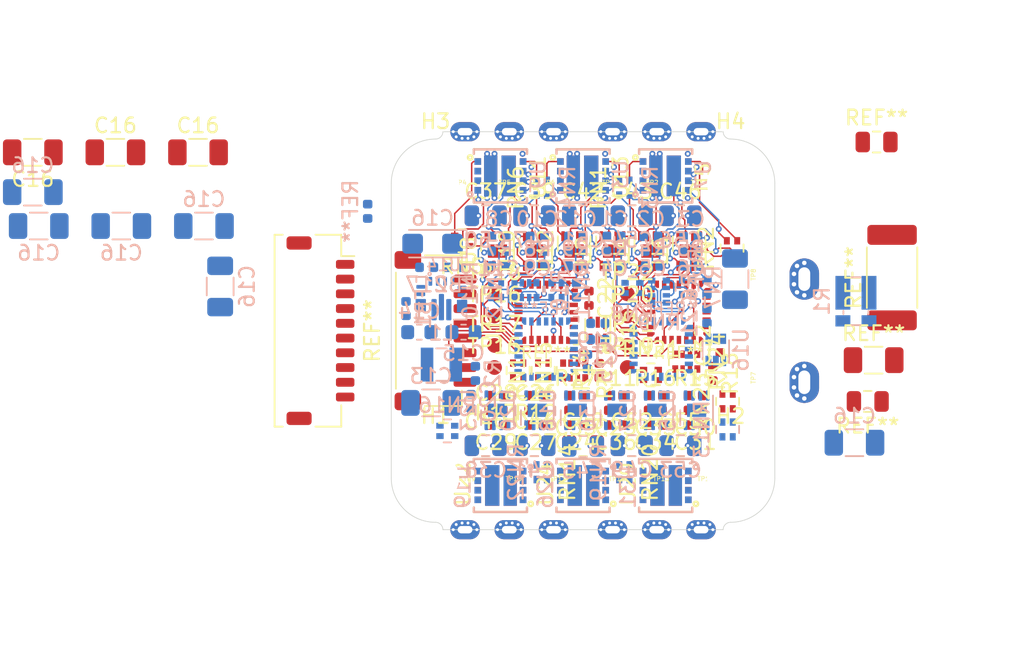
<source format=kicad_pcb>
(kicad_pcb (version 20171130) (host pcbnew 5.1.6-c6e7f7d~87~ubuntu18.04.1)
  (layers (0 "F.Cu_(sig)" signal) (1 "In1.Cu_(power)" signal) (2 "In2.Cu_(gnd)" signal) (31 "B.Cu_(sig)" signal) (34 B.Paste user) (35 F.Paste user) (36 B.SilkS user hide) (37 F.SilkS user hide) (38 B.Mask user) (39 F.Mask user) (44 Edge.Cuts user))
  (net 0 "")
  (net 1 "Net-(U1-Pad1)")
  (net 2 "Net-(U1-Pad28)")
  (net 3 "Net-(U1-Pad7)")
  (net 4 "Net-(U1-Pad25)")
  (net 5 "Net-(U1-Pad12)")
  (net 6 "Net-(U1-Pad11)")
  (net 7 "Net-(U1-Pad10)")
  (net 8 "Net-(U1-Pad6)")
  (net 9 "Net-(U1-Pad5)")
  (net 10 "Net-(U1-Pad2)")
  (net 11 "Net-(C1-Pad2)")
  (net 12 +5V)
  (net 13 +BATT)
  (net 14 GND)
  (net 15 /ESC1_A)
  (net 16 "Net-(C2-Pad2)")
  (net 17 /ESC1_B)
  (net 18 "Net-(C3-Pad2)")
  (net 19 /ESC1_C)
  (net 20 "Net-(C8-Pad2)")
  (net 21 /ESC2_A)
  (net 22 "Net-(C10-Pad2)")
  (net 23 /ESC2_B)
  (net 24 "Net-(C12-Pad2)")
  (net 25 /ESC2_C)
  (net 26 "Net-(C13-Pad2)")
  (net 27 "Net-(C15-Pad2)")
  (net 28 "Net-(C17-Pad2)")
  (net 29 +3V3)
  (net 30 /IBat)
  (net 31 "Net-(L1-Pad2)")
  (net 32 "Net-(L1-Pad1)")
  (net 33 "Net-(R1-Pad2)")
  (net 34 "Net-(R1-Pad3)")
  (net 35 "Net-(R2-Pad2)")
  (net 36 "Net-(U14-Pad2)")
  (net 37 /ESC1_A_EN)
  (net 38 /ESC1_A_PWM)
  (net 39 /ESC1_B_EN)
  (net 40 /ESC1_B_PWM)
  (net 41 /ESC1_C_EN)
  (net 42 /ESC1_C_PWM)
  (net 43 /ESC2_A_EN)
  (net 44 /ESC2_A_PWM)
  (net 45 /ESC2_B_EN)
  (net 46 /ESC2_B_PWM)
  (net 47 /ESC2_C_EN)
  (net 48 /ESC2_C_PWM)
  (net 49 /ESC1_MC)
  (net 50 /ESC1_MA)
  (net 51 /ESC1_IN)
  (net 52 /ESC1_MB)
  (net 53 /ESC1_Y)
  (net 54 /ESCx_tele)
  (net 55 "Net-(R1-Pad4)")
  (net 56 /ESC1_SWDCLK)
  (net 57 /ESC1_SWDIO)
  (net 58 /ESC2_Y)
  (net 59 "Net-(U17-Pad1)")
  (net 60 "Net-(U17-Pad28)")
  (net 61 /ESC2_SWDCLK)
  (net 62 "Net-(U17-Pad7)")
  (net 63 /ESC2_MC)
  (net 64 /ESC2_MA)
  (net 65 "Net-(U17-Pad25)")
  (net 66 /ESC2_IN)
  (net 67 /ESC2_MB)
  (net 68 /ESC2_SWDIO)
  (net 69 "Net-(U17-Pad12)")
  (net 70 "Net-(U17-Pad11)")
  (net 71 "Net-(U17-Pad10)")
  (net 72 "Net-(U17-Pad6)")
  (net 73 "Net-(U17-Pad5)")
  (net 74 "Net-(U17-Pad2)")
  (net 75 "Net-(C24-Pad2)")
  (net 76 /ESC4_A)
  (net 77 "Net-(C27-Pad2)")
  (net 78 /ESC4_B)
  (net 79 "Net-(C29-Pad2)")
  (net 80 /ESC4_C)
  (net 81 "Net-(C31-Pad2)")
  (net 82 /ESC3_A)
  (net 83 "Net-(C34-Pad2)")
  (net 84 /ESC3_B)
  (net 85 "Net-(C36-Pad2)")
  (net 86 /ESC3_C)
  (net 87 /ESC4_A_PWM)
  (net 88 /ESC4_B_PWM)
  (net 89 /ESC4_C_PWM)
  (net 90 /ESC3_A_PWM)
  (net 91 /ESC3_B_PWM)
  (net 92 /ESC3_C_PWM)
  (net 93 /ESC4_Y)
  (net 94 /ESC3_Y)
  (net 95 /ESC4_A_EN)
  (net 96 /ESC4_B_EN)
  (net 97 "Net-(U21-Pad1)")
  (net 98 "Net-(U21-Pad28)")
  (net 99 "Net-(U21-Pad22)")
  (net 100 /ESC4_SWDCLK)
  (net 101 "Net-(U21-Pad7)")
  (net 102 /ESC4_MC)
  (net 103 /ESC4_MA)
  (net 104 "Net-(U21-Pad25)")
  (net 105 /ESC4_IN)
  (net 106 /ESC4_MB)
  (net 107 /ESC4_SWDIO)
  (net 108 "Net-(U21-Pad17)")
  (net 109 /ESC4_C_EN)
  (net 110 "Net-(U21-Pad12)")
  (net 111 "Net-(U21-Pad11)")
  (net 112 "Net-(U21-Pad10)")
  (net 113 "Net-(U21-Pad6)")
  (net 114 "Net-(U21-Pad5)")
  (net 115 "Net-(U21-Pad2)")
  (net 116 /ESC3_A_EN)
  (net 117 /ESC3_B_EN)
  (net 118 "Net-(U28-Pad1)")
  (net 119 "Net-(U28-Pad28)")
  (net 120 "Net-(U28-Pad22)")
  (net 121 /ESC3_SWDCLK)
  (net 122 "Net-(U28-Pad7)")
  (net 123 /ESC3_MC)
  (net 124 /ESC3_MA)
  (net 125 "Net-(U28-Pad25)")
  (net 126 /ESC3_IN)
  (net 127 /ESC3_MB)
  (net 128 /ESC3_SWDIO)
  (net 129 "Net-(U28-Pad17)")
  (net 130 /ESC3_C_EN)
  (net 131 "Net-(U28-Pad12)")
  (net 132 "Net-(U28-Pad11)")
  (net 133 "Net-(U28-Pad10)")
  (net 134 "Net-(U28-Pad6)")
  (net 135 "Net-(U28-Pad5)")
  (net 136 "Net-(U28-Pad2)")
  (net 137 /ESC4_A_DRVH)
  (net 138 /ESC4_B_DRVH)
  (net 139 /ESC4_B_GH)
  (net 140 /ESC4_A_GL)
  (net 141 /ESC4_C_DRVL)
  (net 142 /ESC4_B_DRVL)
  (net 143 /ESC4_C_GL)
  (net 144 /ESC4_B_GL)
  (net 145 /ESC4_C_DRVH)
  (net 146 /ESC3_C_DRVL)
  (net 147 /ESC3_C_GL)
  (net 148 /ESC4_C_GH)
  (net 149 /ESC4_A_DRVL)
  (net 150 /ESC4_A_GH)
  (net 151 /ESC3_A_DRVH)
  (net 152 /ESC3_A_DRVL)
  (net 153 /ESC3_A_GH)
  (net 154 /ESC3_A_GL)
  (net 155 /ESC3_B_DRVH)
  (net 156 /ESC3_B_DRVL)
  (net 157 /ESC3_B_GH)
  (net 158 /ESC3_B_GL)
  (net 159 /ESC3_C_DRVH)
  (net 160 /ESC3_C_GH)
  (net 161 /ESC1_A_DRVH)
  (net 162 /ESC1_A_DRVL)
  (net 163 /ESC1_A_GH)
  (net 164 /ESC1_A_GL)
  (net 165 /ESC1_B_DRVH)
  (net 166 /ESC1_B_DRVL)
  (net 167 /ESC1_B_GH)
  (net 168 /ESC1_B_GL)
  (net 169 /ESC1_C_DRVH)
  (net 170 /ESC1_C_DRVL)
  (net 171 /ESC1_C_GH)
  (net 172 /ESC1_C_GL)
  (net 173 /ESC2_A_DRVH)
  (net 174 /ESC2_A_DRVL)
  (net 175 /ESC2_A_GH)
  (net 176 /ESC2_A_GL)
  (net 177 /ESC2_B_DRVH)
  (net 178 /ESC2_B_DRVL)
  (net 179 /ESC2_B_GH)
  (net 180 /ESC2_B_GL)
  (net 181 /ESC2_C_DRVH)
  (net 182 /ESC2_C_DRVL)
  (net 183 /ESC2_C_GH)
  (net 184 /ESC2_C_GL)
  (net 185 "Net-(U1-Pad14)")
  (net 186 "Net-(U1-Pad15)")
  (net 187 "Net-(U17-Pad15)")
  (net 188 "Net-(U17-Pad14)")
  (module UFQPFN28:UFQFPN28 (layer "F.Cu_(sig)") (at 133.5 73.75 180)
    (fp_text reference U17)
    (fp_text value STM32G071GBU6)
    (fp_text user REF** (at 0 -2.75) (layer F.SilkS) (effects (font (size 0.8 0.8) (thickness 0.1))))
    (pad 1 smd custom (at -1.975 -1.5 90) (size 0.3 0.35) (layers "F.Cu_(sig)" F.Paste F.Mask) (net 59 "Net-(U17-Pad1)") (options (clearance outline) (anchor rect)) (primitives (gr_poly (pts (xy -0.15 -0.175) (xy -0.15 0.175) (xy 0.15 0.175) (xy 0.15 -0.325) (xy 0 -0.325)) (width 0))))
    (pad 28 smd custom (at -1.5 -1.975) (size 0.3 0.35) (layers "F.Cu_(sig)" F.Paste F.Mask) (net 60 "Net-(U17-Pad28)") (options (clearance outline) (anchor rect)) (primitives (gr_poly (pts (xy 0.15 -0.175) (xy 0.15 0.175) (xy -0.15 0.175) (xy -0.15 -0.325) (xy 0 -0.325)) (width 0))))
    (pad 22 smd custom (at 1.5 -1.975) (size 0.3 0.35) (layers "F.Cu_(sig)" F.Paste F.Mask) (net 43 /ESC2_A_EN) (options (clearance outline) (anchor rect)) (primitives (gr_poly (pts (xy -0.15 -0.175) (xy -0.15 0.175) (xy 0.15 0.175) (xy 0.15 -0.325) (xy 0 -0.325)) (width 0))))
    (pad 21 smd custom (at 1.975 -1.5 270) (size 0.3 0.35) (layers "F.Cu_(sig)" F.Paste F.Mask) (net 61 /ESC2_SWDCLK) (options (clearance outline) (anchor rect)) (primitives (gr_poly (pts (xy 0.15 -0.175) (xy 0.15 0.175) (xy -0.15 0.175) (xy -0.15 -0.325) (xy 0 -0.325)) (width 0))))
    (pad 7 smd custom (at -1.975 1.5 90) (size 0.3 0.35) (layers "F.Cu_(sig)" F.Paste F.Mask) (net 62 "Net-(U17-Pad7)") (options (clearance outline) (anchor rect)) (primitives (gr_poly (pts (xy 0.15 -0.175) (xy 0.15 0.175) (xy -0.15 0.175) (xy -0.15 -0.325) (xy 0 -0.325)) (width 0))))
    (pad 8 smd custom (at -1.5 1.975 180) (size 0.3 0.35) (layers "F.Cu_(sig)" F.Paste F.Mask) (net 63 /ESC2_MC) (options (clearance outline) (anchor rect)) (primitives (gr_poly (pts (xy -0.15 -0.175) (xy -0.15 0.175) (xy 0.15 0.175) (xy 0.15 -0.325) (xy 0 -0.325)) (width 0))))
    (pad 15 smd custom (at 1.975 1.5 270) (size 0.3 0.35) (layers "F.Cu_(sig)" F.Paste F.Mask) (net 187 "Net-(U17-Pad15)") (options (clearance outline) (anchor rect)) (primitives (gr_poly (pts (xy -0.15 -0.175) (xy -0.15 0.175) (xy 0.15 0.175) (xy 0.15 -0.325) (xy 0 -0.325)) (width 0))))
    (pad 14 smd custom (at 1.5 1.975 180) (size 0.3 0.35) (layers "F.Cu_(sig)" F.Paste F.Mask) (net 188 "Net-(U17-Pad14)") (options (clearance outline) (anchor rect)) (primitives (gr_poly (pts (xy 0.15 -0.175) (xy 0.15 0.175) (xy -0.15 0.175) (xy -0.15 -0.325) (xy 0 -0.325)) (width 0))))
    (pad 27 smd rect (at -1 -1.875 90) (size 0.55 0.3) (layers "F.Cu_(sig)" F.Paste F.Mask) (net 64 /ESC2_MA))
    (pad 26 smd rect (at -0.5 -1.875 90) (size 0.55 0.3) (layers "F.Cu_(sig)" F.Paste F.Mask) (net 54 /ESCx_tele))
    (pad 25 smd rect (at 0 -1.875 90) (size 0.55 0.3) (layers "F.Cu_(sig)" F.Paste F.Mask) (net 65 "Net-(U17-Pad25)"))
    (pad 24 smd rect (at 0.5 -1.875 90) (size 0.55 0.3) (layers "F.Cu_(sig)" F.Paste F.Mask) (net 66 /ESC2_IN))
    (pad 23 smd rect (at 1 -1.875 90) (size 0.55 0.3) (layers "F.Cu_(sig)" F.Paste F.Mask) (net 67 /ESC2_MB))
    (pad 20 smd rect (at 1.875 -1) (size 0.55 0.3) (layers "F.Cu_(sig)" F.Paste F.Mask) (net 68 /ESC2_SWDIO))
    (pad 19 smd rect (at 1.875 -0.475) (size 0.55 0.3) (layers "F.Cu_(sig)" F.Paste F.Mask) (net 44 /ESC2_A_PWM))
    (pad 18 smd rect (at 1.875 0.025) (size 0.55 0.3) (layers "F.Cu_(sig)" F.Paste F.Mask) (net 46 /ESC2_B_PWM))
    (pad 17 smd rect (at 1.875 0.5) (size 0.55 0.3) (layers "F.Cu_(sig)" F.Paste F.Mask) (net 45 /ESC2_B_EN))
    (pad 16 smd rect (at 1.875 1) (size 0.55 0.3) (layers "F.Cu_(sig)" F.Paste F.Mask) (net 48 /ESC2_C_PWM))
    (pad 13 smd rect (at 1 1.875 270) (size 0.55 0.3) (layers "F.Cu_(sig)" F.Paste F.Mask) (net 47 /ESC2_C_EN))
    (pad 12 smd rect (at 0.5 1.875 270) (size 0.55 0.3) (layers "F.Cu_(sig)" F.Paste F.Mask) (net 69 "Net-(U17-Pad12)"))
    (pad 11 smd rect (at 0 1.875 270) (size 0.55 0.3) (layers "F.Cu_(sig)" F.Paste F.Mask) (net 70 "Net-(U17-Pad11)"))
    (pad 10 smd rect (at -0.5 1.875 270) (size 0.55 0.3) (layers "F.Cu_(sig)" F.Paste F.Mask) (net 71 "Net-(U17-Pad10)"))
    (pad 9 smd rect (at -1 1.875 270) (size 0.55 0.3) (layers "F.Cu_(sig)" F.Paste F.Mask) (net 58 /ESC2_Y))
    (pad 6 smd rect (at -1.875 1 180) (size 0.55 0.3) (layers "F.Cu_(sig)" F.Paste F.Mask) (net 72 "Net-(U17-Pad6)"))
    (pad 5 smd rect (at -1.875 0.5 180) (size 0.55 0.3) (layers "F.Cu_(sig)" F.Paste F.Mask) (net 73 "Net-(U17-Pad5)"))
    (pad 3 smd rect (at -1.875 -0.5 180) (size 0.55 0.3) (layers "F.Cu_(sig)" F.Paste F.Mask) (net 29 +3V3))
    (pad 2 smd rect (at -1.875 -1 180) (size 0.55 0.3) (layers "F.Cu_(sig)" F.Paste F.Mask) (net 74 "Net-(U17-Pad2)"))
    (pad 4 smd rect (at -1.875 0 180) (size 0.55 0.3) (layers "F.Cu_(sig)" F.Paste F.Mask) (net 14 GND))
  )
  (module Resistor_SMD:R_2512_6332Metric (layer "F.Cu_(sig)") (at 156.95 71.4 90)
    (fp_text reference REF** (at 0 -2.62 90) (layer F.SilkS))
    (fp_text value R_2512_6332Metric)
    (pad 2 smd roundrect (at 2.9 0 90) (size 1.35 3.35) (layers "F.Cu_(sig)" F.Paste F.Mask) (roundrect_rratio 0.185185))
    (pad 1 smd roundrect (at -2.9 0 90) (size 1.35 3.35) (layers "F.Cu_(sig)" F.Paste F.Mask) (roundrect_rratio 0.185185))
  )
  (module Connector_JST:JST_SHL_SM10B-SHLS-TF_1x10-1MP_P1.00mm_Horizontal (layer "F.Cu_(sig)") (at 118.2 75 270)
    (fp_text reference REF** (at 0 -3.5 90) (layer F.SilkS))
    (fp_text value JST_SHL_SM10B-SHLS-TF_1x10-1MP_P1.00mm_Horizontal)
    (pad MP smd roundrect (at 5.95 1.45 270) (size 0.9 1.7) (layers "F.Cu_(sig)" F.Paste F.Mask))
    (pad MP smd roundrect (at -5.95 1.45 270) (size 0.9 1.7) (layers "F.Cu_(sig)" F.Paste F.Mask))
    (pad 10 smd roundrect (at 4.5 -1.675 270) (size 0.6 1.25) (layers "F.Cu_(sig)" F.Paste F.Mask))
    (pad 9 smd roundrect (at 3.5 -1.675 270) (size 0.6 1.25) (layers "F.Cu_(sig)" F.Paste F.Mask))
    (pad 8 smd roundrect (at 2.5 -1.675 270) (size 0.6 1.25) (layers "F.Cu_(sig)" F.Paste F.Mask))
    (pad 7 smd roundrect (at 1.5 -1.675 270) (size 0.6 1.25) (layers "F.Cu_(sig)" F.Paste F.Mask))
    (pad 6 smd roundrect (at 0.5 -1.675 270) (size 0.6 1.25) (layers "F.Cu_(sig)" F.Paste F.Mask))
    (pad 5 smd roundrect (at -0.5 -1.675 270) (size 0.6 1.25) (layers "F.Cu_(sig)" F.Paste F.Mask))
    (pad 4 smd roundrect (at -1.5 -1.675 270) (size 0.6 1.25) (layers "F.Cu_(sig)" F.Paste F.Mask))
    (pad 3 smd roundrect (at -2.5 -1.675 270) (size 0.6 1.25) (layers "F.Cu_(sig)" F.Paste F.Mask))
    (pad 2 smd roundrect (at -3.5 -1.675 270) (size 0.6 1.25) (layers "F.Cu_(sig)" F.Paste F.Mask))
    (pad 1 smd roundrect (at -4.5 -1.675 270) (size 0.6 1.25) (layers "F.Cu_(sig)" F.Paste F.Mask))
  )
  (module 11_PSoC_FC_whoop:C_0805_2012Metric_dense (layer "B.Cu_(sig)") (at 142.6 67.2)
    (fp_text reference C56 (at 0 1.65) (layer B.SilkS) (effects (justify mirror)))
    (fp_text value 22u)
    (pad 2 smd roundrect (at 0.9375 0) (size 0.975 1.4) (layers "B.Cu_(sig)" B.Paste B.Mask) (net 13 +BATT))
    (pad 1 smd roundrect (at -0.9375 0) (size 0.975 1.4) (layers "B.Cu_(sig)" B.Paste B.Mask) (net 14 GND))
  )
  (module 11_PSoC_FC_whoop:C_0805_2012Metric_dense (layer "F.Cu_(sig)") (at 142.6 82.8)
    (fp_text reference C55 (at 0 -1.65) (layer F.SilkS))
    (fp_text value 22u)
    (pad 2 smd roundrect (at 0.9375 0) (size 0.975 1.4) (layers "F.Cu_(sig)" F.Paste F.Mask) (net 13 +BATT))
    (pad 1 smd roundrect (at -0.9375 0) (size 0.975 1.4) (layers "F.Cu_(sig)" F.Paste F.Mask) (net 14 GND))
  )
  (module 11_PSoC_FC_whoop:C_0805_2012Metric_dense (layer "B.Cu_(sig)") (at 139.3 67.2)
    (fp_text reference C54 (at 0 1.65) (layer B.SilkS) (effects (justify mirror)))
    (fp_text value 22u)
    (pad 2 smd roundrect (at 0.9375 0) (size 0.975 1.4) (layers "B.Cu_(sig)" B.Paste B.Mask) (net 13 +BATT))
    (pad 1 smd roundrect (at -0.9375 0) (size 0.975 1.4) (layers "B.Cu_(sig)" B.Paste B.Mask) (net 14 GND))
  )
  (module 11_PSoC_FC_whoop:C_0805_2012Metric_dense (layer "B.Cu_(sig)") (at 142.6 82.8)
    (fp_text reference C53 (at 0 1.65) (layer B.SilkS) (effects (justify mirror)))
    (fp_text value 22u)
    (pad 2 smd roundrect (at 0.9375 0) (size 0.975 1.4) (layers "B.Cu_(sig)" B.Paste B.Mask) (net 13 +BATT))
    (pad 1 smd roundrect (at -0.9375 0) (size 0.975 1.4) (layers "B.Cu_(sig)" B.Paste B.Mask) (net 14 GND))
  )
  (module 11_PSoC_FC_whoop:C_0805_2012Metric_dense (layer "F.Cu_(sig)") (at 139.3 82.8)
    (fp_text reference C52 (at 0 -1.65) (layer F.SilkS))
    (fp_text value 22u)
    (pad 2 smd roundrect (at 0.9375 0) (size 0.975 1.4) (layers "F.Cu_(sig)" F.Paste F.Mask) (net 13 +BATT))
    (pad 1 smd roundrect (at -0.9375 0) (size 0.975 1.4) (layers "F.Cu_(sig)" F.Paste F.Mask) (net 14 GND))
  )
  (module 11_PSoC_FC_whoop:C_0805_2012Metric_dense (layer "B.Cu_(sig)") (at 136 67.2)
    (fp_text reference C51 (at 0 1.65) (layer B.SilkS) (effects (justify mirror)))
    (fp_text value 22u)
    (pad 2 smd roundrect (at 0.9375 0) (size 0.975 1.4) (layers "B.Cu_(sig)" B.Paste B.Mask) (net 13 +BATT))
    (pad 1 smd roundrect (at -0.9375 0) (size 0.975 1.4) (layers "B.Cu_(sig)" B.Paste B.Mask) (net 14 GND))
  )
  (module 11_PSoC_FC_whoop:C_0805_2012Metric_dense (layer "B.Cu_(sig)") (at 129.4 67.2)
    (fp_text reference C50 (at 0 1.65) (layer B.SilkS) (effects (justify mirror)))
    (fp_text value 22u)
    (pad 2 smd roundrect (at 0.9375 0) (size 0.975 1.4) (layers "B.Cu_(sig)" B.Paste B.Mask) (net 13 +BATT))
    (pad 1 smd roundrect (at -0.9375 0) (size 0.975 1.4) (layers "B.Cu_(sig)" B.Paste B.Mask) (net 14 GND))
  )
  (module 11_PSoC_FC_whoop:C_0805_2012Metric_dense (layer "B.Cu_(sig)") (at 139.3 82.8)
    (fp_text reference C49 (at 0 1.65) (layer B.SilkS) (effects (justify mirror)))
    (fp_text value 22u)
    (pad 2 smd roundrect (at 0.9375 0) (size 0.975 1.4) (layers "B.Cu_(sig)" B.Paste B.Mask) (net 13 +BATT))
    (pad 1 smd roundrect (at -0.9375 0) (size 0.975 1.4) (layers "B.Cu_(sig)" B.Paste B.Mask) (net 14 GND))
  )
  (module 11_PSoC_FC_whoop:C_0805_2012Metric_dense (layer "F.Cu_(sig)") (at 136 82.8)
    (fp_text reference C48 (at 0 -1.65) (layer F.SilkS))
    (fp_text value 22u)
    (pad 2 smd roundrect (at 0.9375 0) (size 0.975 1.4) (layers "F.Cu_(sig)" F.Paste F.Mask) (net 13 +BATT))
    (pad 1 smd roundrect (at -0.9375 0) (size 0.975 1.4) (layers "F.Cu_(sig)" F.Paste F.Mask) (net 14 GND))
  )
  (module 11_PSoC_FC_whoop:C_0805_2012Metric_dense (layer "B.Cu_(sig)") (at 132.7 67.2)
    (fp_text reference C47 (at 0 1.65) (layer B.SilkS) (effects (justify mirror)))
    (fp_text value 22u)
    (pad 2 smd roundrect (at 0.9375 0) (size 0.975 1.4) (layers "B.Cu_(sig)" B.Paste B.Mask) (net 13 +BATT))
    (pad 1 smd roundrect (at -0.9375 0) (size 0.975 1.4) (layers "B.Cu_(sig)" B.Paste B.Mask) (net 14 GND))
  )
  (module 11_PSoC_FC_whoop:C_0805_2012Metric_dense (layer "F.Cu_(sig)") (at 142.6 67.2)
    (fp_text reference C46 (at 0 -1.65) (layer F.SilkS))
    (fp_text value 22u)
    (pad 2 smd roundrect (at 0.9375 0) (size 0.975 1.4) (layers "F.Cu_(sig)" F.Paste F.Mask) (net 13 +BATT))
    (pad 1 smd roundrect (at -0.9375 0) (size 0.975 1.4) (layers "F.Cu_(sig)" F.Paste F.Mask) (net 14 GND))
  )
  (module 11_PSoC_FC_whoop:C_0805_2012Metric_dense (layer "B.Cu_(sig)") (at 136 82.85)
    (fp_text reference C45 (at 0 1.65) (layer B.SilkS) (effects (justify mirror)))
    (fp_text value 22u)
    (pad 2 smd roundrect (at 0.9375 0) (size 0.975 1.4) (layers "B.Cu_(sig)" B.Paste B.Mask) (net 13 +BATT))
    (pad 1 smd roundrect (at -0.9375 0) (size 0.975 1.4) (layers "B.Cu_(sig)" B.Paste B.Mask) (net 14 GND))
  )
  (module 11_PSoC_FC_whoop:C_0805_2012Metric_dense (layer "F.Cu_(sig)") (at 132.7 82.8)
    (fp_text reference C44 (at 0 -1.65) (layer F.SilkS))
    (fp_text value 22u)
    (pad 2 smd roundrect (at 0.9375 0) (size 0.975 1.4) (layers "F.Cu_(sig)" F.Paste F.Mask) (net 13 +BATT))
    (pad 1 smd roundrect (at -0.9375 0) (size 0.975 1.4) (layers "F.Cu_(sig)" F.Paste F.Mask) (net 14 GND))
  )
  (module 11_PSoC_FC_whoop:C_0805_2012Metric_dense (layer "F.Cu_(sig)") (at 139.3 67.2)
    (fp_text reference C43 (at 0 -1.65) (layer F.SilkS))
    (fp_text value 22u)
    (pad 2 smd roundrect (at 0.9375 0) (size 0.975 1.4) (layers "F.Cu_(sig)" F.Paste F.Mask) (net 13 +BATT))
    (pad 1 smd roundrect (at -0.9375 0) (size 0.975 1.4) (layers "F.Cu_(sig)" F.Paste F.Mask) (net 14 GND))
  )
  (module 11_PSoC_FC_whoop:C_0805_2012Metric_dense (layer "F.Cu_(sig)") (at 136 67.2)
    (fp_text reference C42 (at 0 -1.65) (layer F.SilkS))
    (fp_text value 22u)
    (pad 2 smd roundrect (at 0.9375 0) (size 0.975 1.4) (layers "F.Cu_(sig)" F.Paste F.Mask) (net 13 +BATT))
    (pad 1 smd roundrect (at -0.9375 0) (size 0.975 1.4) (layers "F.Cu_(sig)" F.Paste F.Mask) (net 14 GND))
  )
  (module 11_PSoC_FC_whoop:C_0805_2012Metric_dense (layer "B.Cu_(sig)") (at 132.7 82.8)
    (fp_text reference C41 (at 0 1.65) (layer B.SilkS) (effects (justify mirror)))
    (fp_text value 22u)
    (pad 2 smd roundrect (at 0.9375 0) (size 0.975 1.4) (layers "B.Cu_(sig)" B.Paste B.Mask) (net 13 +BATT))
    (pad 1 smd roundrect (at -0.9375 0) (size 0.975 1.4) (layers "B.Cu_(sig)" B.Paste B.Mask) (net 14 GND))
  )
  (module 11_PSoC_FC_whoop:C_0805_2012Metric_dense (layer "F.Cu_(sig)") (at 129.4 82.8)
    (fp_text reference C40 (at 0 -1.65) (layer F.SilkS))
    (fp_text value 22u)
    (pad 2 smd roundrect (at 0.9375 0) (size 0.975 1.4) (layers "F.Cu_(sig)" F.Paste F.Mask) (net 13 +BATT))
    (pad 1 smd roundrect (at -0.9375 0) (size 0.975 1.4) (layers "F.Cu_(sig)" F.Paste F.Mask) (net 14 GND))
  )
  (module 11_PSoC_FC_whoop:C_0805_2012Metric_dense (layer "F.Cu_(sig)") (at 132.7 67.2)
    (fp_text reference C39 (at 0 -1.65) (layer F.SilkS))
    (fp_text value 22u)
    (pad 2 smd roundrect (at 0.9375 0) (size 0.975 1.4) (layers "F.Cu_(sig)" F.Paste F.Mask) (net 13 +BATT))
    (pad 1 smd roundrect (at -0.9375 0) (size 0.975 1.4) (layers "F.Cu_(sig)" F.Paste F.Mask) (net 14 GND))
  )
  (module 11_PSoC_FC_whoop:C_0805_2012Metric_dense (layer "B.Cu_(sig)") (at 129.4 82.8)
    (fp_text reference C38 (at 0 1.65) (layer B.SilkS) (effects (justify mirror)))
    (fp_text value 22u)
    (pad 2 smd roundrect (at 0.9375 0) (size 0.975 1.4) (layers "B.Cu_(sig)" B.Paste B.Mask) (net 13 +BATT))
    (pad 1 smd roundrect (at -0.9375 0) (size 0.975 1.4) (layers "B.Cu_(sig)" B.Paste B.Mask) (net 14 GND))
  )
  (module 11_PSoC_FC_whoop:C_0805_2012Metric_dense (layer "F.Cu_(sig)") (at 129.4 67.2)
    (fp_text reference C37 (at 0 -1.65) (layer F.SilkS))
    (fp_text value 22u)
    (pad 2 smd roundrect (at 0.9375 0) (size 0.975 1.4) (layers "F.Cu_(sig)" F.Paste F.Mask) (net 13 +BATT))
    (pad 1 smd roundrect (at -0.9375 0) (size 0.975 1.4) (layers "F.Cu_(sig)" F.Paste F.Mask) (net 14 GND))
  )
  (module Resistor_SMD:R_1206_3216Metric (layer "B.Cu_(sig)") (at 146.3 71.5 270)
    (fp_text reference REF** (at 0 2.62 270) (layer B.SilkS) (effects (justify mirror)))
    (fp_text value R_1206_3216Metric)
    (pad 2 smd roundrect (at 1.4 0 270) (size 1.25 1.75) (layers "B.Cu_(sig)" B.Paste B.Mask) (roundrect_rratio 0.2))
    (pad 1 smd roundrect (at -1.4 0 270) (size 1.25 1.75) (layers "B.Cu_(sig)" B.Paste B.Mask) (roundrect_rratio 0.2))
  )
  (module 11_PSoC_FC_whoop:C_0805_2012Metric_dense (layer "F.Cu_(sig)") (at 155.9 62.2)
    (fp_text reference REF** (at 0 -1.65) (layer F.SilkS))
    (fp_text value C_0805_2012Metric_dense)
    (pad 1 smd roundrect (at -0.9375 0) (size 0.975 1.4) (layers "F.Cu_(sig)" F.Paste F.Mask))
    (pad 2 smd roundrect (at 0.9375 0) (size 0.975 1.4) (layers "F.Cu_(sig)" F.Paste F.Mask))
  )
  (module Resistor_SMD:R_1206_3216Metric (layer "F.Cu_(sig)") (at 155.7 77)
    (fp_text reference REF** (at 0 -1.82) (layer F.SilkS))
    (fp_text value R_1206_3216Metric)
    (pad 2 smd roundrect (at 1.4 0) (size 1.25 1.75) (layers "F.Cu_(sig)" F.Paste F.Mask) (roundrect_rratio 0.2))
    (pad 1 smd roundrect (at -1.4 0) (size 1.25 1.75) (layers "F.Cu_(sig)" F.Paste F.Mask) (roundrect_rratio 0.2))
  )
  (module Capacitor_SMD:C_0402_1005Metric (layer "B.Cu_(sig)") (at 121.4 66.9 270)
    (fp_text reference REF** (at 0 1.17 270) (layer B.SilkS) (effects (justify mirror)))
    (fp_text value C_0402_1005Metric)
    (pad 2 smd roundrect (at 0.485 0 270) (size 0.59 0.64) (layers "B.Cu_(sig)" B.Paste B.Mask))
    (pad 1 smd roundrect (at -0.485 0 270) (size 0.59 0.64) (layers "B.Cu_(sig)" B.Paste B.Mask))
  )
  (module 11_PSoC_FC_whoop:C_1206_3216Metric_dense (layer "F.Cu_(sig)") (at 109.9 62.9)
    (fp_text reference C16 (at 0 -1.82 -180) (layer F.SilkS))
    (fp_text value 10u)
    (pad 1 smd roundrect (at -1.4 0) (size 1.25 1.75) (layers "F.Cu_(sig)" F.Paste F.Mask) (roundrect_rratio 0.2))
    (pad 2 smd roundrect (at 1.4 0) (size 1.25 1.75) (layers "F.Cu_(sig)" F.Paste F.Mask) (roundrect_rratio 0.2))
  )
  (module 11_PSoC_FC_whoop:C_1206_3216Metric_dense (layer "F.Cu_(sig)") (at 104.3 62.9)
    (fp_text reference C16 (at 0 -1.82 -180) (layer F.SilkS))
    (fp_text value 10u)
    (pad 2 smd roundrect (at 1.4 0) (size 1.25 1.75) (layers "F.Cu_(sig)" F.Paste F.Mask) (roundrect_rratio 0.2))
    (pad 1 smd roundrect (at -1.4 0) (size 1.25 1.75) (layers "F.Cu_(sig)" F.Paste F.Mask) (roundrect_rratio 0.2))
  )
  (module Resistor_SMD:R_0402_1005Metric (layer "F.Cu_(sig)") (at 144.8 77.9 270)
    (fp_text reference R18 (at 0 -1.17 270) (layer F.SilkS))
    (fp_text value 10k)
    (pad 2 smd roundrect (at 0.485 0 270) (size 0.59 0.64) (layers "F.Cu_(sig)" F.Paste F.Mask) (net 123 /ESC3_MC))
    (pad 1 smd roundrect (at -0.485 0 270) (size 0.59 0.64) (layers "F.Cu_(sig)" F.Paste F.Mask) (net 86 /ESC3_C))
  )
  (module Resistor_SMD:R_0402_1005Metric (layer "F.Cu_(sig)") (at 135.5 79.4)
    (fp_text reference R17 (at 0 -1.17) (layer F.SilkS))
    (fp_text value 4k7)
    (pad 2 smd roundrect (at 0.485 0) (size 0.59 0.64) (layers "F.Cu_(sig)" F.Paste F.Mask) (net 92 /ESC3_C_PWM))
    (pad 1 smd roundrect (at -0.485 0) (size 0.59 0.64) (layers "F.Cu_(sig)" F.Paste F.Mask) (net 12 +5V))
  )
  (module Resistor_SMD:R_0402_1005Metric (layer "F.Cu_(sig)") (at 140.9 79.4)
    (fp_text reference R16 (at 0 -1.17) (layer F.SilkS))
    (fp_text value 4k7)
    (pad 2 smd roundrect (at 0.485 0) (size 0.59 0.64) (layers "F.Cu_(sig)" F.Paste F.Mask) (net 91 /ESC3_B_PWM))
    (pad 1 smd roundrect (at -0.485 0) (size 0.59 0.64) (layers "F.Cu_(sig)" F.Paste F.Mask) (net 12 +5V))
  )
  (module Resistor_SMD:R_0402_1005Metric (layer "F.Cu_(sig)") (at 143.6 79.4)
    (fp_text reference R15 (at 0 -1.17) (layer F.SilkS))
    (fp_text value 4k7)
    (pad 2 smd roundrect (at 0.485 0) (size 0.59 0.64) (layers "F.Cu_(sig)" F.Paste F.Mask) (net 90 /ESC3_A_PWM))
    (pad 1 smd roundrect (at -0.485 0) (size 0.59 0.64) (layers "F.Cu_(sig)" F.Paste F.Mask) (net 12 +5V))
  )
  (module Resistor_SMD:R_0402_1005Metric (layer "F.Cu_(sig)") (at 137.1 77.7 90)
    (fp_text reference R14 (at 0 -1.17 270) (layer F.SilkS))
    (fp_text value 10k)
    (pad 2 smd roundrect (at 0.485 0 90) (size 0.59 0.64) (layers "F.Cu_(sig)" F.Paste F.Mask) (net 102 /ESC4_MC))
    (pad 1 smd roundrect (at -0.485 0 90) (size 0.59 0.64) (layers "F.Cu_(sig)" F.Paste F.Mask) (net 80 /ESC4_C))
  )
  (module Resistor_SMD:R_0402_1005Metric (layer "F.Cu_(sig)") (at 130.1 79.4 180)
    (fp_text reference R13 (at 0 -1.17) (layer F.SilkS))
    (fp_text value 4k7)
    (pad 2 smd roundrect (at 0.485 0 180) (size 0.59 0.64) (layers "F.Cu_(sig)" F.Paste F.Mask) (net 89 /ESC4_C_PWM))
    (pad 1 smd roundrect (at -0.485 0 180) (size 0.59 0.64) (layers "F.Cu_(sig)" F.Paste F.Mask) (net 12 +5V))
  )
  (module Resistor_SMD:R_0402_1005Metric (layer "F.Cu_(sig)") (at 132.8 79.4 180)
    (fp_text reference R12 (at 0 -1.17) (layer F.SilkS))
    (fp_text value 4k7)
    (pad 2 smd roundrect (at 0.485 0 180) (size 0.59 0.64) (layers "F.Cu_(sig)" F.Paste F.Mask) (net 88 /ESC4_B_PWM))
    (pad 1 smd roundrect (at -0.485 0 180) (size 0.59 0.64) (layers "F.Cu_(sig)" F.Paste F.Mask) (net 12 +5V))
  )
  (module Resistor_SMD:R_0402_1005Metric (layer "F.Cu_(sig)") (at 138.2 79.4)
    (fp_text reference R11 (at 0 -1.17) (layer F.SilkS))
    (fp_text value 4k7)
    (pad 2 smd roundrect (at 0.485 0) (size 0.59 0.64) (layers "F.Cu_(sig)" F.Paste F.Mask) (net 87 /ESC4_A_PWM))
    (pad 1 smd roundrect (at -0.485 0) (size 0.59 0.64) (layers "F.Cu_(sig)" F.Paste F.Mask) (net 12 +5V))
  )
  (module Resistor_SMD:R_0402_1005Metric (layer "B.Cu_(sig)") (at 135.55 72.25 270)
    (fp_text reference R10 (at 0 1.17 90) (layer B.SilkS) (effects (justify mirror)))
    (fp_text value 10k)
    (pad 2 smd roundrect (at 0.485 0 270) (size 0.59 0.64) (layers "B.Cu_(sig)" B.Paste B.Mask) (net 63 /ESC2_MC))
    (pad 1 smd roundrect (at -0.485 0 270) (size 0.59 0.64) (layers "B.Cu_(sig)" B.Paste B.Mask) (net 25 /ESC2_C))
  )
  (module Resistor_SMD:R_0402_1005Metric (layer "B.Cu_(sig)") (at 135.5 70.6 180)
    (fp_text reference R9 (at 0 1.17) (layer B.SilkS) (effects (justify mirror)))
    (fp_text value 4k7)
    (pad 2 smd roundrect (at 0.485 0 180) (size 0.59 0.64) (layers "B.Cu_(sig)" B.Paste B.Mask) (net 48 /ESC2_C_PWM))
    (pad 1 smd roundrect (at -0.485 0 180) (size 0.59 0.64) (layers "B.Cu_(sig)" B.Paste B.Mask) (net 12 +5V))
  )
  (module Resistor_SMD:R_0402_1005Metric (layer "B.Cu_(sig)") (at 132.9 70.6 180)
    (fp_text reference R8 (at 0 1.17) (layer B.SilkS) (effects (justify mirror)))
    (fp_text value 4k7)
    (pad 2 smd roundrect (at 0.485 0 180) (size 0.59 0.64) (layers "B.Cu_(sig)" B.Paste B.Mask) (net 46 /ESC2_B_PWM))
    (pad 1 smd roundrect (at -0.485 0 180) (size 0.59 0.64) (layers "B.Cu_(sig)" B.Paste B.Mask) (net 12 +5V))
  )
  (module Resistor_SMD:R_0402_1005Metric (layer "B.Cu_(sig)") (at 130.3 70.6 180)
    (fp_text reference R7 (at 0 1.17) (layer B.SilkS) (effects (justify mirror)))
    (fp_text value 4k7)
    (pad 2 smd roundrect (at 0.485 0 180) (size 0.59 0.64) (layers "B.Cu_(sig)" B.Paste B.Mask) (net 44 /ESC2_A_PWM))
    (pad 1 smd roundrect (at -0.485 0 180) (size 0.59 0.64) (layers "B.Cu_(sig)" B.Paste B.Mask) (net 12 +5V))
  )
  (module Resistor_SMD:R_0402_1005Metric (layer "B.Cu_(sig)") (at 144.4 72.05 270)
    (fp_text reference R6 (at 0 1.17 90) (layer B.SilkS) (effects (justify mirror)))
    (fp_text value 10k)
    (pad 2 smd roundrect (at 0.485 0 270) (size 0.59 0.64) (layers "B.Cu_(sig)" B.Paste B.Mask) (net 49 /ESC1_MC))
    (pad 1 smd roundrect (at -0.485 0 270) (size 0.59 0.64) (layers "B.Cu_(sig)" B.Paste B.Mask) (net 19 /ESC1_C))
  )
  (module Resistor_SMD:R_0402_1005Metric (layer "B.Cu_(sig)") (at 143.3 70.6 180)
    (fp_text reference R5 (at 0 1.17) (layer B.SilkS) (effects (justify mirror)))
    (fp_text value 4k7)
    (pad 2 smd roundrect (at 0.485 0 180) (size 0.59 0.64) (layers "B.Cu_(sig)" B.Paste B.Mask) (net 42 /ESC1_C_PWM))
    (pad 1 smd roundrect (at -0.485 0 180) (size 0.59 0.64) (layers "B.Cu_(sig)" B.Paste B.Mask) (net 12 +5V))
  )
  (module Resistor_SMD:R_0402_1005Metric (layer "B.Cu_(sig)") (at 140.7 70.6 180)
    (fp_text reference R4 (at 0 1.17) (layer B.SilkS) (effects (justify mirror)))
    (fp_text value 4k7)
    (pad 2 smd roundrect (at 0.485 0 180) (size 0.59 0.64) (layers "B.Cu_(sig)" B.Paste B.Mask) (net 40 /ESC1_B_PWM))
    (pad 1 smd roundrect (at -0.485 0 180) (size 0.59 0.64) (layers "B.Cu_(sig)" B.Paste B.Mask) (net 12 +5V))
  )
  (module Resistor_SMD:R_0402_1005Metric (layer "B.Cu_(sig)") (at 138.1 70.6 180)
    (fp_text reference R3 (at 0 1.17) (layer B.SilkS) (effects (justify mirror)))
    (fp_text value 4k7)
    (pad 2 smd roundrect (at 0.485 0 180) (size 0.59 0.64) (layers "B.Cu_(sig)" B.Paste B.Mask) (net 38 /ESC1_A_PWM))
    (pad 1 smd roundrect (at -0.485 0 180) (size 0.59 0.64) (layers "B.Cu_(sig)" B.Paste B.Mask) (net 12 +5V))
  )
  (module Resistor_SMD:R_0402_1005Metric (layer "B.Cu_(sig)") (at 128.7 77.9 90)
    (fp_text reference R2 (at 0 1.17 90) (layer B.SilkS) (effects (justify mirror)))
    (fp_text value 10k)
    (pad 2 smd roundrect (at 0.485 0 90) (size 0.59 0.64) (layers "B.Cu_(sig)" B.Paste B.Mask) (net 35 "Net-(R2-Pad2)"))
    (pad 1 smd roundrect (at -0.485 0 90) (size 0.59 0.64) (layers "B.Cu_(sig)" B.Paste B.Mask) (net 30 /IBat))
  )
  (module 11_PSoC_FC_whoop:TestPoint_Pad_D1.0mm_dense (layer "F.Cu_(sig)") (at 139 72.5)
    (fp_text reference TP22 (at 0 -1.448) (layer F.SilkS))
    (fp_text value TestPoint)
    (pad 1 smd circle (at 0 0) (size 1 1) (layers "F.Cu_(sig)" F.Mask) (net 56 /ESC1_SWDCLK))
  )
  (module 11_PSoC_FC_whoop:TestPoint_Pad_D1.0mm_dense (layer "F.Cu_(sig)") (at 139 76)
    (fp_text reference TP21 (at 0 -1.448) (layer F.SilkS))
    (fp_text value TestPoint)
    (pad 1 smd circle (at 0 0) (size 1 1) (layers "F.Cu_(sig)" F.Mask) (net 121 /ESC3_SWDCLK))
  )
  (module 11_PSoC_FC_whoop:TestPoint_Pad_D1.0mm_dense (layer "F.Cu_(sig)") (at 139 74)
    (fp_text reference TP20 (at 0 -1.448) (layer F.SilkS))
    (fp_text value TestPoint)
    (pad 1 smd circle (at 0 0) (size 1 1) (layers "F.Cu_(sig)" F.Mask) (net 57 /ESC1_SWDIO))
  )
  (module 11_PSoC_FC_whoop:TestPoint_Pad_D1.0mm_dense (layer "F.Cu_(sig)") (at 139 77.5)
    (fp_text reference TP19 (at 0 -1.448) (layer F.SilkS))
    (fp_text value TestPoint)
    (pad 1 smd circle (at 0 0) (size 1 1) (layers "F.Cu_(sig)" F.Mask) (net 128 /ESC3_SWDIO))
  )
  (module 11_PSoC_FC_whoop:TestPoint_Pad_D1.0mm_dense (layer "F.Cu_(sig)") (at 130 72.5)
    (fp_text reference TP18 (at 0 -1.448) (layer F.SilkS))
    (fp_text value TestPoint)
    (pad 1 smd circle (at 0 0) (size 1 1) (layers "F.Cu_(sig)" F.Mask) (net 61 /ESC2_SWDCLK))
  )
  (module 11_PSoC_FC_whoop:TestPoint_Pad_D1.0mm_dense (layer "F.Cu_(sig)") (at 130 76)
    (fp_text reference TP17 (at 0 -1.448) (layer F.SilkS))
    (fp_text value TestPoint)
    (pad 1 smd circle (at 0 0) (size 1 1) (layers "F.Cu_(sig)" F.Mask) (net 100 /ESC4_SWDCLK))
  )
  (module 11_PSoC_FC_whoop:TestPoint_Pad_D1.0mm_dense (layer "F.Cu_(sig)") (at 130 74)
    (fp_text reference TP16 (at 0 -1.448) (layer F.SilkS))
    (fp_text value TestPoint)
    (pad 1 smd circle (at 0 0) (size 1 1) (layers "F.Cu_(sig)" F.Mask) (net 68 /ESC2_SWDIO))
  )
  (module 11_PSoC_FC_whoop:TestPoint_Pad_D1.0mm_dense (layer "F.Cu_(sig)") (at 130 77.5)
    (fp_text reference TP15 (at 0 -1.448) (layer F.SilkS))
    (fp_text value TestPoint)
    (pad 1 smd circle (at 0 0) (size 1 1) (layers "F.Cu_(sig)" F.Mask) (net 107 /ESC4_SWDIO))
  )
  (module Connector_JST:JST_SH_SM08B-SRSS-TB_1x08-1MP_P1.00mm_Horizontal (layer "F.Cu_(sig)") (at 126 75 270)
    (fp_text reference J1 (at 0 -3.98 90) (layer F.SilkS))
    (fp_text value Conn_01x08)
    (pad MP smd roundrect (at 4.8 1.875 270) (size 1.2 1.8) (layers "F.Cu_(sig)" F.Paste F.Mask) (roundrect_rratio 0.208333))
    (pad MP smd roundrect (at -4.8 1.875 270) (size 1.2 1.8) (layers "F.Cu_(sig)" F.Paste F.Mask) (roundrect_rratio 0.208333))
    (pad 8 smd roundrect (at 3.5 -2 270) (size 0.6 1.55) (layers "F.Cu_(sig)" F.Paste F.Mask) (net 105 /ESC4_IN))
    (pad 7 smd roundrect (at 2.5 -2 270) (size 0.6 1.55) (layers "F.Cu_(sig)" F.Paste F.Mask) (net 126 /ESC3_IN))
    (pad 6 smd roundrect (at 1.5 -2 270) (size 0.6 1.55) (layers "F.Cu_(sig)" F.Paste F.Mask) (net 66 /ESC2_IN))
    (pad 5 smd roundrect (at 0.5 -2 270) (size 0.6 1.55) (layers "F.Cu_(sig)" F.Paste F.Mask) (net 51 /ESC1_IN))
    (pad 4 smd roundrect (at -0.5 -2 270) (size 0.6 1.55) (layers "F.Cu_(sig)" F.Paste F.Mask) (net 54 /ESCx_tele))
    (pad 3 smd roundrect (at -1.5 -2 270) (size 0.6 1.55) (layers "F.Cu_(sig)" F.Paste F.Mask) (net 30 /IBat))
    (pad 2 smd roundrect (at -2.5 -2 270) (size 0.6 1.55) (layers "F.Cu_(sig)" F.Paste F.Mask) (net 13 +BATT))
    (pad 1 smd roundrect (at -3.5 -2 270) (size 0.6 1.55) (layers "F.Cu_(sig)" F.Paste F.Mask) (net 14 GND))
  )
  (module 11_PSoC_FC_whoop:PowerPAIR3.3x3.3 (layer "B.Cu_(sig)") (at 141.6 85.5 270)
    (fp_text reference U31 (at 0.1 2.55 90) (layer B.SilkS) (effects (justify mirror)))
    (fp_text value SIZ200DT-T1-GE3)
    (pad 1 smd rect (at -0.975 -1.536 270) (size 0.45 0.45) (layers "B.Cu_(sig)" B.Paste B.Mask) (net 160 /ESC3_C_GH))
    (pad 2 smd rect (at -0.325 -1.536 270) (size 0.45 0.45) (layers "B.Cu_(sig)" B.Paste B.Mask) (net 13 +BATT))
    (pad 2 smd rect (at 0.325 -1.536 270) (size 0.45 0.45) (layers "B.Cu_(sig)" B.Paste B.Mask) (net 13 +BATT))
    (pad 2 smd rect (at 0.975 -1.536 270) (size 0.45 0.45) (layers "B.Cu_(sig)" B.Paste B.Mask) (net 13 +BATT))
    (pad 2 smd rect (at 0 -0.66 270) (size 2.76 0.9) (layers "B.Cu_(sig)" B.Paste B.Mask) (net 13 +BATT))
    (pad 3 smd rect (at 0 0.555 270) (size 2.76 0.97) (layers "B.Cu_(sig)" B.Paste B.Mask) (net 86 /ESC3_C))
    (pad 4 smd rect (at 0.975 1.536 270) (size 0.45 0.45) (layers "B.Cu_(sig)" B.Paste B.Mask) (net 14 GND))
    (pad 4 smd rect (at 0.325 1.536 270) (size 0.45 0.45) (layers "B.Cu_(sig)" B.Paste B.Mask) (net 14 GND))
    (pad 4 smd rect (at -0.325 1.536 270) (size 0.45 0.45) (layers "B.Cu_(sig)" B.Paste B.Mask) (net 14 GND))
    (pad 5 smd rect (at -0.975 1.536 270) (size 0.45 0.45) (layers "B.Cu_(sig)" B.Paste B.Mask) (net 147 /ESC3_C_GL))
  )
  (module 11_PSoC_FC_whoop:PowerPAIR3.3x3.3 (layer "F.Cu_(sig)") (at 141.6 85.5 90)
    (fp_text reference U29 (at 0.1 -2.55 90) (layer F.SilkS))
    (fp_text value SIZ200DT-T1-GE3)
    (pad 1 smd rect (at -0.975 1.536 90) (size 0.45 0.45) (layers "F.Cu_(sig)" F.Paste F.Mask) (net 157 /ESC3_B_GH))
    (pad 2 smd rect (at -0.325 1.536 90) (size 0.45 0.45) (layers "F.Cu_(sig)" F.Paste F.Mask) (net 13 +BATT))
    (pad 2 smd rect (at 0.325 1.536 90) (size 0.45 0.45) (layers "F.Cu_(sig)" F.Paste F.Mask) (net 13 +BATT))
    (pad 2 smd rect (at 0.975 1.536 90) (size 0.45 0.45) (layers "F.Cu_(sig)" F.Paste F.Mask) (net 13 +BATT))
    (pad 2 smd rect (at 0 0.66 90) (size 2.76 0.9) (layers "F.Cu_(sig)" F.Paste F.Mask) (net 13 +BATT))
    (pad 3 smd rect (at 0 -0.555 90) (size 2.76 0.97) (layers "F.Cu_(sig)" F.Paste F.Mask) (net 84 /ESC3_B))
    (pad 4 smd rect (at 0.975 -1.536 90) (size 0.45 0.45) (layers "F.Cu_(sig)" F.Paste F.Mask) (net 14 GND))
    (pad 4 smd rect (at 0.325 -1.536 90) (size 0.45 0.45) (layers "F.Cu_(sig)" F.Paste F.Mask) (net 14 GND))
    (pad 4 smd rect (at -0.325 -1.536 90) (size 0.45 0.45) (layers "F.Cu_(sig)" F.Paste F.Mask) (net 14 GND))
    (pad 5 smd rect (at -0.975 -1.536 90) (size 0.45 0.45) (layers "F.Cu_(sig)" F.Paste F.Mask) (net 158 /ESC3_B_GL))
  )
  (module 11_PSoC_FC_whoop:PowerPAIR3.3x3.3 (layer "B.Cu_(sig)") (at 136 85.5 270)
    (fp_text reference U26 (at 0.1 2.55 90) (layer B.SilkS) (effects (justify mirror)))
    (fp_text value SIZ200DT-T1-GE3)
    (pad 1 smd rect (at -0.975 -1.536 270) (size 0.45 0.45) (layers "B.Cu_(sig)" B.Paste B.Mask) (net 153 /ESC3_A_GH))
    (pad 2 smd rect (at -0.325 -1.536 270) (size 0.45 0.45) (layers "B.Cu_(sig)" B.Paste B.Mask) (net 13 +BATT))
    (pad 2 smd rect (at 0.325 -1.536 270) (size 0.45 0.45) (layers "B.Cu_(sig)" B.Paste B.Mask) (net 13 +BATT))
    (pad 2 smd rect (at 0.975 -1.536 270) (size 0.45 0.45) (layers "B.Cu_(sig)" B.Paste B.Mask) (net 13 +BATT))
    (pad 2 smd rect (at 0 -0.66 270) (size 2.76 0.9) (layers "B.Cu_(sig)" B.Paste B.Mask) (net 13 +BATT))
    (pad 3 smd rect (at 0 0.555 270) (size 2.76 0.97) (layers "B.Cu_(sig)" B.Paste B.Mask) (net 82 /ESC3_A))
    (pad 4 smd rect (at 0.975 1.536 270) (size 0.45 0.45) (layers "B.Cu_(sig)" B.Paste B.Mask) (net 14 GND))
    (pad 4 smd rect (at 0.325 1.536 270) (size 0.45 0.45) (layers "B.Cu_(sig)" B.Paste B.Mask) (net 14 GND))
    (pad 4 smd rect (at -0.325 1.536 270) (size 0.45 0.45) (layers "B.Cu_(sig)" B.Paste B.Mask) (net 14 GND))
    (pad 5 smd rect (at -0.975 1.536 270) (size 0.45 0.45) (layers "B.Cu_(sig)" B.Paste B.Mask) (net 154 /ESC3_A_GL))
  )
  (module 11_PSoC_FC_whoop:PowerPAIR3.3x3.3 (layer "F.Cu_(sig)") (at 136 85.5 90)
    (fp_text reference U24 (at 0.1 -2.55 90) (layer F.SilkS))
    (fp_text value SIZ200DT-T1-GE3)
    (pad 1 smd rect (at -0.975 1.536 90) (size 0.45 0.45) (layers "F.Cu_(sig)" F.Paste F.Mask) (net 148 /ESC4_C_GH))
    (pad 2 smd rect (at -0.325 1.536 90) (size 0.45 0.45) (layers "F.Cu_(sig)" F.Paste F.Mask) (net 13 +BATT))
    (pad 2 smd rect (at 0.325 1.536 90) (size 0.45 0.45) (layers "F.Cu_(sig)" F.Paste F.Mask) (net 13 +BATT))
    (pad 2 smd rect (at 0.975 1.536 90) (size 0.45 0.45) (layers "F.Cu_(sig)" F.Paste F.Mask) (net 13 +BATT))
    (pad 2 smd rect (at 0 0.66 90) (size 2.76 0.9) (layers "F.Cu_(sig)" F.Paste F.Mask) (net 13 +BATT))
    (pad 3 smd rect (at 0 -0.555 90) (size 2.76 0.97) (layers "F.Cu_(sig)" F.Paste F.Mask) (net 80 /ESC4_C))
    (pad 4 smd rect (at 0.975 -1.536 90) (size 0.45 0.45) (layers "F.Cu_(sig)" F.Paste F.Mask) (net 14 GND))
    (pad 4 smd rect (at 0.325 -1.536 90) (size 0.45 0.45) (layers "F.Cu_(sig)" F.Paste F.Mask) (net 14 GND))
    (pad 4 smd rect (at -0.325 -1.536 90) (size 0.45 0.45) (layers "F.Cu_(sig)" F.Paste F.Mask) (net 14 GND))
    (pad 5 smd rect (at -0.975 -1.536 90) (size 0.45 0.45) (layers "F.Cu_(sig)" F.Paste F.Mask) (net 143 /ESC4_C_GL))
  )
  (module 11_PSoC_FC_whoop:PowerPAIR3.3x3.3 (layer "F.Cu_(sig)") (at 130.4 85.5 90)
    (fp_text reference U22 (at 0.1 -2.55 270) (layer F.SilkS))
    (fp_text value SIZ200DT-T1-GE3)
    (pad 1 smd rect (at -0.975 1.536 90) (size 0.45 0.45) (layers "F.Cu_(sig)" F.Paste F.Mask) (net 139 /ESC4_B_GH))
    (pad 2 smd rect (at -0.325 1.536 90) (size 0.45 0.45) (layers "F.Cu_(sig)" F.Paste F.Mask) (net 13 +BATT))
    (pad 2 smd rect (at 0.325 1.536 90) (size 0.45 0.45) (layers "F.Cu_(sig)" F.Paste F.Mask) (net 13 +BATT))
    (pad 2 smd rect (at 0.975 1.536 90) (size 0.45 0.45) (layers "F.Cu_(sig)" F.Paste F.Mask) (net 13 +BATT))
    (pad 2 smd rect (at 0 0.66 90) (size 2.76 0.9) (layers "F.Cu_(sig)" F.Paste F.Mask) (net 13 +BATT))
    (pad 3 smd rect (at 0 -0.555 90) (size 2.76 0.97) (layers "F.Cu_(sig)" F.Paste F.Mask) (net 78 /ESC4_B))
    (pad 4 smd rect (at 0.975 -1.536 90) (size 0.45 0.45) (layers "F.Cu_(sig)" F.Paste F.Mask) (net 14 GND))
    (pad 4 smd rect (at 0.325 -1.536 90) (size 0.45 0.45) (layers "F.Cu_(sig)" F.Paste F.Mask) (net 14 GND))
    (pad 4 smd rect (at -0.325 -1.536 90) (size 0.45 0.45) (layers "F.Cu_(sig)" F.Paste F.Mask) (net 14 GND))
    (pad 5 smd rect (at -0.975 -1.536 90) (size 0.45 0.45) (layers "F.Cu_(sig)" F.Paste F.Mask) (net 144 /ESC4_B_GL))
  )
  (module 11_PSoC_FC_whoop:PowerPAIR3.3x3.3 (layer "B.Cu_(sig)") (at 130.4 85.5 270)
    (fp_text reference U19 (at 0.1 2.55 270) (layer B.SilkS) (effects (justify mirror)))
    (fp_text value SIZ200DT-T1-GE3)
    (pad 1 smd rect (at -0.975 -1.536 270) (size 0.45 0.45) (layers "B.Cu_(sig)" B.Paste B.Mask) (net 150 /ESC4_A_GH))
    (pad 2 smd rect (at -0.325 -1.536 270) (size 0.45 0.45) (layers "B.Cu_(sig)" B.Paste B.Mask) (net 13 +BATT))
    (pad 2 smd rect (at 0.325 -1.536 270) (size 0.45 0.45) (layers "B.Cu_(sig)" B.Paste B.Mask) (net 13 +BATT))
    (pad 2 smd rect (at 0.975 -1.536 270) (size 0.45 0.45) (layers "B.Cu_(sig)" B.Paste B.Mask) (net 13 +BATT))
    (pad 2 smd rect (at 0 -0.66 270) (size 2.76 0.9) (layers "B.Cu_(sig)" B.Paste B.Mask) (net 13 +BATT))
    (pad 3 smd rect (at 0 0.555 270) (size 2.76 0.97) (layers "B.Cu_(sig)" B.Paste B.Mask) (net 76 /ESC4_A))
    (pad 4 smd rect (at 0.975 1.536 270) (size 0.45 0.45) (layers "B.Cu_(sig)" B.Paste B.Mask) (net 14 GND))
    (pad 4 smd rect (at 0.325 1.536 270) (size 0.45 0.45) (layers "B.Cu_(sig)" B.Paste B.Mask) (net 14 GND))
    (pad 4 smd rect (at -0.325 1.536 270) (size 0.45 0.45) (layers "B.Cu_(sig)" B.Paste B.Mask) (net 14 GND))
    (pad 5 smd rect (at -0.975 1.536 270) (size 0.45 0.45) (layers "B.Cu_(sig)" B.Paste B.Mask) (net 140 /ESC4_A_GL))
  )
  (module 11_PSoC_FC_whoop:PowerPAIR3.3x3.3 (layer "F.Cu_(sig)") (at 136 64.5 270)
    (fp_text reference U13 (at 0.1 -2.55 90) (layer F.SilkS))
    (fp_text value SIZ200DT-T1-GE3)
    (pad 1 smd rect (at -0.975 1.536 270) (size 0.45 0.45) (layers "F.Cu_(sig)" F.Paste F.Mask) (net 183 /ESC2_C_GH))
    (pad 2 smd rect (at -0.325 1.536 270) (size 0.45 0.45) (layers "F.Cu_(sig)" F.Paste F.Mask) (net 13 +BATT))
    (pad 2 smd rect (at 0.325 1.536 270) (size 0.45 0.45) (layers "F.Cu_(sig)" F.Paste F.Mask) (net 13 +BATT))
    (pad 2 smd rect (at 0.975 1.536 270) (size 0.45 0.45) (layers "F.Cu_(sig)" F.Paste F.Mask) (net 13 +BATT))
    (pad 2 smd rect (at 0 0.66 270) (size 2.76 0.9) (layers "F.Cu_(sig)" F.Paste F.Mask) (net 13 +BATT))
    (pad 3 smd rect (at 0 -0.555 270) (size 2.76 0.97) (layers "F.Cu_(sig)" F.Paste F.Mask) (net 25 /ESC2_C))
    (pad 4 smd rect (at 0.975 -1.536 270) (size 0.45 0.45) (layers "F.Cu_(sig)" F.Paste F.Mask) (net 14 GND))
    (pad 4 smd rect (at 0.325 -1.536 270) (size 0.45 0.45) (layers "F.Cu_(sig)" F.Paste F.Mask) (net 14 GND))
    (pad 4 smd rect (at -0.325 -1.536 270) (size 0.45 0.45) (layers "F.Cu_(sig)" F.Paste F.Mask) (net 14 GND))
    (pad 5 smd rect (at -0.975 -1.536 270) (size 0.45 0.45) (layers "F.Cu_(sig)" F.Paste F.Mask) (net 184 /ESC2_C_GL))
  )
  (module 11_PSoC_FC_whoop:PowerPAIR3.3x3.3 (layer "F.Cu_(sig)") (at 130.4 64.5 270)
    (fp_text reference U11 (at 0.1 -2.55 90) (layer F.SilkS))
    (fp_text value SIZ200DT-T1-GE3)
    (pad 1 smd rect (at -0.975 1.536 270) (size 0.45 0.45) (layers "F.Cu_(sig)" F.Paste F.Mask) (net 179 /ESC2_B_GH))
    (pad 2 smd rect (at -0.325 1.536 270) (size 0.45 0.45) (layers "F.Cu_(sig)" F.Paste F.Mask) (net 13 +BATT))
    (pad 2 smd rect (at 0.325 1.536 270) (size 0.45 0.45) (layers "F.Cu_(sig)" F.Paste F.Mask) (net 13 +BATT))
    (pad 2 smd rect (at 0.975 1.536 270) (size 0.45 0.45) (layers "F.Cu_(sig)" F.Paste F.Mask) (net 13 +BATT))
    (pad 2 smd rect (at 0 0.66 270) (size 2.76 0.9) (layers "F.Cu_(sig)" F.Paste F.Mask) (net 13 +BATT))
    (pad 3 smd rect (at 0 -0.555 270) (size 2.76 0.97) (layers "F.Cu_(sig)" F.Paste F.Mask) (net 23 /ESC2_B))
    (pad 4 smd rect (at 0.975 -1.536 270) (size 0.45 0.45) (layers "F.Cu_(sig)" F.Paste F.Mask) (net 14 GND))
    (pad 4 smd rect (at 0.325 -1.536 270) (size 0.45 0.45) (layers "F.Cu_(sig)" F.Paste F.Mask) (net 14 GND))
    (pad 4 smd rect (at -0.325 -1.536 270) (size 0.45 0.45) (layers "F.Cu_(sig)" F.Paste F.Mask) (net 14 GND))
    (pad 5 smd rect (at -0.975 -1.536 270) (size 0.45 0.45) (layers "F.Cu_(sig)" F.Paste F.Mask) (net 180 /ESC2_B_GL))
  )
  (module 11_PSoC_FC_whoop:PowerPAIR3.3x3.3 (layer "B.Cu_(sig)") (at 130.4 64.5 90)
    (fp_text reference U9 (at 0.1 2.55 270) (layer B.SilkS) (effects (justify mirror)))
    (fp_text value SIZ200DT-T1-GE3)
    (pad 1 smd rect (at -0.975 -1.536 90) (size 0.45 0.45) (layers "B.Cu_(sig)" B.Paste B.Mask) (net 175 /ESC2_A_GH))
    (pad 2 smd rect (at -0.325 -1.536 90) (size 0.45 0.45) (layers "B.Cu_(sig)" B.Paste B.Mask) (net 13 +BATT))
    (pad 2 smd rect (at 0.325 -1.536 90) (size 0.45 0.45) (layers "B.Cu_(sig)" B.Paste B.Mask) (net 13 +BATT))
    (pad 2 smd rect (at 0.975 -1.536 90) (size 0.45 0.45) (layers "B.Cu_(sig)" B.Paste B.Mask) (net 13 +BATT))
    (pad 2 smd rect (at 0 -0.66 90) (size 2.76 0.9) (layers "B.Cu_(sig)" B.Paste B.Mask) (net 13 +BATT))
    (pad 3 smd rect (at 0 0.555 90) (size 2.76 0.97) (layers "B.Cu_(sig)" B.Paste B.Mask) (net 21 /ESC2_A))
    (pad 4 smd rect (at 0.975 1.536 90) (size 0.45 0.45) (layers "B.Cu_(sig)" B.Paste B.Mask) (net 14 GND))
    (pad 4 smd rect (at 0.325 1.536 90) (size 0.45 0.45) (layers "B.Cu_(sig)" B.Paste B.Mask) (net 14 GND))
    (pad 4 smd rect (at -0.325 1.536 90) (size 0.45 0.45) (layers "B.Cu_(sig)" B.Paste B.Mask) (net 14 GND))
    (pad 5 smd rect (at -0.975 1.536 90) (size 0.45 0.45) (layers "B.Cu_(sig)" B.Paste B.Mask) (net 176 /ESC2_A_GL))
  )
  (module 11_PSoC_FC_whoop:PowerPAIR3.3x3.3 (layer "B.Cu_(sig)") (at 141.6 64.5 90)
    (fp_text reference U7 (at 0.1 2.55 270) (layer B.SilkS) (effects (justify mirror)))
    (fp_text value SIZ200DT-T1-GE3)
    (pad 1 smd rect (at -0.975 -1.536 90) (size 0.45 0.45) (layers "B.Cu_(sig)" B.Paste B.Mask) (net 171 /ESC1_C_GH))
    (pad 2 smd rect (at -0.325 -1.536 90) (size 0.45 0.45) (layers "B.Cu_(sig)" B.Paste B.Mask) (net 13 +BATT))
    (pad 2 smd rect (at 0.325 -1.536 90) (size 0.45 0.45) (layers "B.Cu_(sig)" B.Paste B.Mask) (net 13 +BATT))
    (pad 2 smd rect (at 0.975 -1.536 90) (size 0.45 0.45) (layers "B.Cu_(sig)" B.Paste B.Mask) (net 13 +BATT))
    (pad 2 smd rect (at 0 -0.66 90) (size 2.76 0.9) (layers "B.Cu_(sig)" B.Paste B.Mask) (net 13 +BATT))
    (pad 3 smd rect (at 0 0.555 90) (size 2.76 0.97) (layers "B.Cu_(sig)" B.Paste B.Mask) (net 19 /ESC1_C))
    (pad 4 smd rect (at 0.975 1.536 90) (size 0.45 0.45) (layers "B.Cu_(sig)" B.Paste B.Mask) (net 14 GND))
    (pad 4 smd rect (at 0.325 1.536 90) (size 0.45 0.45) (layers "B.Cu_(sig)" B.Paste B.Mask) (net 14 GND))
    (pad 4 smd rect (at -0.325 1.536 90) (size 0.45 0.45) (layers "B.Cu_(sig)" B.Paste B.Mask) (net 14 GND))
    (pad 5 smd rect (at -0.975 1.536 90) (size 0.45 0.45) (layers "B.Cu_(sig)" B.Paste B.Mask) (net 172 /ESC1_C_GL))
  )
  (module 11_PSoC_FC_whoop:PowerPAIR3.3x3.3 (layer "F.Cu_(sig)") (at 141.6 64.5 270)
    (fp_text reference U5 (at 0.1 -2.55 90) (layer F.SilkS))
    (fp_text value SIZ200DT-T1-GE3)
    (pad 1 smd rect (at -0.975 1.536 270) (size 0.45 0.45) (layers "F.Cu_(sig)" F.Paste F.Mask) (net 167 /ESC1_B_GH))
    (pad 2 smd rect (at -0.325 1.536 270) (size 0.45 0.45) (layers "F.Cu_(sig)" F.Paste F.Mask) (net 13 +BATT))
    (pad 2 smd rect (at 0.325 1.536 270) (size 0.45 0.45) (layers "F.Cu_(sig)" F.Paste F.Mask) (net 13 +BATT))
    (pad 2 smd rect (at 0.975 1.536 270) (size 0.45 0.45) (layers "F.Cu_(sig)" F.Paste F.Mask) (net 13 +BATT))
    (pad 2 smd rect (at 0 0.66 270) (size 2.76 0.9) (layers "F.Cu_(sig)" F.Paste F.Mask) (net 13 +BATT))
    (pad 3 smd rect (at 0 -0.555 270) (size 2.76 0.97) (layers "F.Cu_(sig)" F.Paste F.Mask) (net 17 /ESC1_B))
    (pad 4 smd rect (at 0.975 -1.536 270) (size 0.45 0.45) (layers "F.Cu_(sig)" F.Paste F.Mask) (net 14 GND))
    (pad 4 smd rect (at 0.325 -1.536 270) (size 0.45 0.45) (layers "F.Cu_(sig)" F.Paste F.Mask) (net 14 GND))
    (pad 4 smd rect (at -0.325 -1.536 270) (size 0.45 0.45) (layers "F.Cu_(sig)" F.Paste F.Mask) (net 14 GND))
    (pad 5 smd rect (at -0.975 -1.536 270) (size 0.45 0.45) (layers "F.Cu_(sig)" F.Paste F.Mask) (net 168 /ESC1_B_GL))
  )
  (module 11_PSoC_FC_whoop:PowerPAIR3.3x3.3 (layer "B.Cu_(sig)") (at 136 64.5 90)
    (fp_text reference U3 (at 0.1 2.55 270) (layer B.SilkS) (effects (justify mirror)))
    (fp_text value SIZ200DT-T1-GE3)
    (pad 1 smd rect (at -0.975 -1.536 90) (size 0.45 0.45) (layers "B.Cu_(sig)" B.Paste B.Mask) (net 163 /ESC1_A_GH))
    (pad 2 smd rect (at -0.325 -1.536 90) (size 0.45 0.45) (layers "B.Cu_(sig)" B.Paste B.Mask) (net 13 +BATT))
    (pad 2 smd rect (at 0.325 -1.536 90) (size 0.45 0.45) (layers "B.Cu_(sig)" B.Paste B.Mask) (net 13 +BATT))
    (pad 2 smd rect (at 0.975 -1.536 90) (size 0.45 0.45) (layers "B.Cu_(sig)" B.Paste B.Mask) (net 13 +BATT))
    (pad 2 smd rect (at 0 -0.66 90) (size 2.76 0.9) (layers "B.Cu_(sig)" B.Paste B.Mask) (net 13 +BATT))
    (pad 3 smd rect (at 0 0.555 90) (size 2.76 0.97) (layers "B.Cu_(sig)" B.Paste B.Mask) (net 15 /ESC1_A))
    (pad 4 smd rect (at 0.975 1.536 90) (size 0.45 0.45) (layers "B.Cu_(sig)" B.Paste B.Mask) (net 14 GND))
    (pad 4 smd rect (at 0.325 1.536 90) (size 0.45 0.45) (layers "B.Cu_(sig)" B.Paste B.Mask) (net 14 GND))
    (pad 4 smd rect (at -0.325 1.536 90) (size 0.45 0.45) (layers "B.Cu_(sig)" B.Paste B.Mask) (net 14 GND))
    (pad 5 smd rect (at -0.975 1.536 90) (size 0.45 0.45) (layers "B.Cu_(sig)" B.Paste B.Mask) (net 164 /ESC1_A_GL))
  )
  (module 11_PSoC_FC_whoop:DFN-8-1EP_2x2mm_P0.5mm_EP0.9x1.3mm_narrow (layer "F.Cu_(sig)") (at 135.4 69.6 90)
    (fp_text reference U12 (at 0 -1.95 270) (layer F.SilkS))
    (fp_text value NCP81161MNTBG)
    (pad 9 smd rect (at 0 0 90) (size 0.9 1.3) (layers "F.Cu_(sig)" F.Mask) (net 14 GND))
    (pad 8 smd roundrect (at 1 -0.75 90) (size 0.7 0.25) (layers "F.Cu_(sig)" F.Paste F.Mask) (net 181 /ESC2_C_DRVH))
    (pad 7 smd roundrect (at 1 -0.25 90) (size 0.7 0.25) (layers "F.Cu_(sig)" F.Paste F.Mask) (net 25 /ESC2_C))
    (pad 6 smd roundrect (at 1 0.25 90) (size 0.7 0.25) (layers "F.Cu_(sig)" F.Paste F.Mask) (net 14 GND))
    (pad 5 smd roundrect (at 1 0.75 90) (size 0.7 0.25) (layers "F.Cu_(sig)" F.Paste F.Mask) (net 182 /ESC2_C_DRVL))
    (pad 4 smd roundrect (at -1 0.75 90) (size 0.7 0.25) (layers "F.Cu_(sig)" F.Paste F.Mask) (net 12 +5V))
    (pad 3 smd roundrect (at -1 0.25 90) (size 0.7 0.25) (layers "F.Cu_(sig)" F.Paste F.Mask) (net 47 /ESC2_C_EN))
    (pad 2 smd roundrect (at -1 -0.25 90) (size 0.7 0.25) (layers "F.Cu_(sig)" F.Paste F.Mask) (net 48 /ESC2_C_PWM))
    (pad 1 smd roundrect (at -1 -0.75 90) (size 0.7 0.25) (layers "F.Cu_(sig)" F.Paste F.Mask) (net 24 "Net-(C12-Pad2)"))
  )
  (module 11_PSoC_FC_whoop:MountingHole_3.2mm_4mm (layer "F.Cu_(sig)") (at 126 85)
    (fp_text reference H1 (at 0 -4.2) (layer F.SilkS))
    (fp_text value MountingHole)
    (pad 1 np_thru_hole circle (at 0 0) (size 3.2 3.2) (drill 3.2) (layers *.Cu *.Mask))
  )
  (module 11_PSoC_FC_whoop:DFN-8-1EP_2x2mm_P0.5mm_EP0.9x1.3mm_narrow (layer "B.Cu_(sig)") (at 138.3 80.4 270)
    (fp_text reference U30 (at 0 1.95 270) (layer B.SilkS) (effects (justify mirror)))
    (fp_text value NCP81161MNTBG)
    (pad 9 smd rect (at 0 0 270) (size 0.9 1.3) (layers "B.Cu_(sig)" B.Mask) (net 14 GND))
    (pad 8 smd roundrect (at 1 0.75 270) (size 0.7 0.25) (layers "B.Cu_(sig)" B.Paste B.Mask) (net 159 /ESC3_C_DRVH))
    (pad 7 smd roundrect (at 1 0.25 270) (size 0.7 0.25) (layers "B.Cu_(sig)" B.Paste B.Mask) (net 86 /ESC3_C))
    (pad 6 smd roundrect (at 1 -0.25 270) (size 0.7 0.25) (layers "B.Cu_(sig)" B.Paste B.Mask) (net 14 GND))
    (pad 5 smd roundrect (at 1 -0.75 270) (size 0.7 0.25) (layers "B.Cu_(sig)" B.Paste B.Mask) (net 146 /ESC3_C_DRVL))
    (pad 4 smd roundrect (at -1 -0.75 270) (size 0.7 0.25) (layers "B.Cu_(sig)" B.Paste B.Mask) (net 12 +5V))
    (pad 3 smd roundrect (at -1 -0.25 270) (size 0.7 0.25) (layers "B.Cu_(sig)" B.Paste B.Mask) (net 130 /ESC3_C_EN))
    (pad 2 smd roundrect (at -1 0.25 270) (size 0.7 0.25) (layers "B.Cu_(sig)" B.Paste B.Mask) (net 92 /ESC3_C_PWM))
    (pad 1 smd roundrect (at -1 0.75 270) (size 0.7 0.25) (layers "B.Cu_(sig)" B.Paste B.Mask) (net 85 "Net-(C36-Pad2)"))
  )
  (module UFQPFN28:UFQFPN28 (layer "B.Cu_(sig)") (at 141.3 76.25 180)
    (fp_text reference U28)
    (fp_text value STM32G071GBU6)
    (fp_text user REF** (at 0 2.75 180) (layer B.SilkS) (effects (font (size 0.8 0.8) (thickness 0.1)) (justify mirror)))
    (pad 1 smd custom (at -1.975 1.5 270) (size 0.3 0.35) (layers "B.Cu_(sig)" B.Paste B.Mask) (net 118 "Net-(U28-Pad1)") (options (clearance outline) (anchor rect)) (primitives (gr_poly (pts (xy -0.15 0.175) (xy -0.15 -0.175) (xy 0.15 -0.175) (xy 0.15 0.325) (xy 0 0.325)) (width 0))))
    (pad 28 smd custom (at -1.5 1.975) (size 0.3 0.35) (layers "B.Cu_(sig)" B.Paste B.Mask) (net 119 "Net-(U28-Pad28)") (options (clearance outline) (anchor rect)) (primitives (gr_poly (pts (xy 0.15 0.175) (xy 0.15 -0.175) (xy -0.15 -0.175) (xy -0.15 0.325) (xy 0 0.325)) (width 0))))
    (pad 22 smd custom (at 1.5 1.975) (size 0.3 0.35) (layers "B.Cu_(sig)" B.Paste B.Mask) (net 120 "Net-(U28-Pad22)") (options (clearance outline) (anchor rect)) (primitives (gr_poly (pts (xy -0.15 0.175) (xy -0.15 -0.175) (xy 0.15 -0.175) (xy 0.15 0.325) (xy 0 0.325)) (width 0))))
    (pad 21 smd custom (at 1.975 1.5 90) (size 0.3 0.35) (layers "B.Cu_(sig)" B.Paste B.Mask) (net 121 /ESC3_SWDCLK) (options (clearance outline) (anchor rect)) (primitives (gr_poly (pts (xy 0.15 0.175) (xy 0.15 -0.175) (xy -0.15 -0.175) (xy -0.15 0.325) (xy 0 0.325)) (width 0))))
    (pad 7 smd custom (at -1.975 -1.5 270) (size 0.3 0.35) (layers "B.Cu_(sig)" B.Paste B.Mask) (net 122 "Net-(U28-Pad7)") (options (clearance outline) (anchor rect)) (primitives (gr_poly (pts (xy 0.15 0.175) (xy 0.15 -0.175) (xy -0.15 -0.175) (xy -0.15 0.325) (xy 0 0.325)) (width 0))))
    (pad 8 smd custom (at -1.5 -1.975 180) (size 0.3 0.35) (layers "B.Cu_(sig)" B.Paste B.Mask) (net 123 /ESC3_MC) (options (clearance outline) (anchor rect)) (primitives (gr_poly (pts (xy -0.15 0.175) (xy -0.15 -0.175) (xy 0.15 -0.175) (xy 0.15 0.325) (xy 0 0.325)) (width 0))))
    (pad 15 smd custom (at 1.975 -1.5 90) (size 0.3 0.35) (layers "B.Cu_(sig)" B.Paste B.Mask) (net 116 /ESC3_A_EN) (options (clearance outline) (anchor rect)) (primitives (gr_poly (pts (xy -0.15 0.175) (xy -0.15 -0.175) (xy 0.15 -0.175) (xy 0.15 0.325) (xy 0 0.325)) (width 0))))
    (pad 14 smd custom (at 1.5 -1.975 180) (size 0.3 0.35) (layers "B.Cu_(sig)" B.Paste B.Mask) (net 117 /ESC3_B_EN) (options (clearance outline) (anchor rect)) (primitives (gr_poly (pts (xy 0.15 0.175) (xy 0.15 -0.175) (xy -0.15 -0.175) (xy -0.15 0.325) (xy 0 0.325)) (width 0))))
    (pad 27 smd rect (at -1 1.875 270) (size 0.55 0.3) (layers "B.Cu_(sig)" B.Paste B.Mask) (net 124 /ESC3_MA))
    (pad 26 smd rect (at -0.5 1.875 270) (size 0.55 0.3) (layers "B.Cu_(sig)" B.Paste B.Mask) (net 54 /ESCx_tele))
    (pad 25 smd rect (at 0 1.875 270) (size 0.55 0.3) (layers "B.Cu_(sig)" B.Paste B.Mask) (net 125 "Net-(U28-Pad25)"))
    (pad 24 smd rect (at 0.5 1.875 270) (size 0.55 0.3) (layers "B.Cu_(sig)" B.Paste B.Mask) (net 126 /ESC3_IN))
    (pad 23 smd rect (at 1 1.875 270) (size 0.55 0.3) (layers "B.Cu_(sig)" B.Paste B.Mask) (net 127 /ESC3_MB))
    (pad 20 smd rect (at 1.875 1) (size 0.55 0.3) (layers "B.Cu_(sig)" B.Paste B.Mask) (net 128 /ESC3_SWDIO))
    (pad 19 smd rect (at 1.875 0.475) (size 0.55 0.3) (layers "B.Cu_(sig)" B.Paste B.Mask) (net 90 /ESC3_A_PWM))
    (pad 18 smd rect (at 1.875 -0.025) (size 0.55 0.3) (layers "B.Cu_(sig)" B.Paste B.Mask) (net 91 /ESC3_B_PWM))
    (pad 17 smd rect (at 1.875 -0.5) (size 0.55 0.3) (layers "B.Cu_(sig)" B.Paste B.Mask) (net 129 "Net-(U28-Pad17)"))
    (pad 16 smd rect (at 1.875 -1) (size 0.55 0.3) (layers "B.Cu_(sig)" B.Paste B.Mask) (net 92 /ESC3_C_PWM))
    (pad 13 smd rect (at 1 -1.875 90) (size 0.55 0.3) (layers "B.Cu_(sig)" B.Paste B.Mask) (net 130 /ESC3_C_EN))
    (pad 12 smd rect (at 0.5 -1.875 90) (size 0.55 0.3) (layers "B.Cu_(sig)" B.Paste B.Mask) (net 131 "Net-(U28-Pad12)"))
    (pad 11 smd rect (at 0 -1.875 90) (size 0.55 0.3) (layers "B.Cu_(sig)" B.Paste B.Mask) (net 132 "Net-(U28-Pad11)"))
    (pad 10 smd rect (at -0.5 -1.875 90) (size 0.55 0.3) (layers "B.Cu_(sig)" B.Paste B.Mask) (net 133 "Net-(U28-Pad10)"))
    (pad 9 smd rect (at -1 -1.875 90) (size 0.55 0.3) (layers "B.Cu_(sig)" B.Paste B.Mask) (net 94 /ESC3_Y))
    (pad 6 smd rect (at -1.875 -1 180) (size 0.55 0.3) (layers "B.Cu_(sig)" B.Paste B.Mask) (net 134 "Net-(U28-Pad6)"))
    (pad 5 smd rect (at -1.875 -0.5 180) (size 0.55 0.3) (layers "B.Cu_(sig)" B.Paste B.Mask) (net 135 "Net-(U28-Pad5)"))
    (pad 3 smd rect (at -1.875 0.5 180) (size 0.55 0.3) (layers "B.Cu_(sig)" B.Paste B.Mask) (net 29 +3V3))
    (pad 2 smd rect (at -1.875 1 180) (size 0.55 0.3) (layers "B.Cu_(sig)" B.Paste B.Mask) (net 136 "Net-(U28-Pad2)"))
    (pad 4 smd rect (at -1.875 0 180) (size 0.55 0.3) (layers "B.Cu_(sig)" B.Paste B.Mask) (net 14 GND))
  )
  (module 11_PSoC_FC_whoop:DFN-8-1EP_2x2mm_P0.5mm_EP0.9x1.3mm_narrow (layer "B.Cu_(sig)") (at 141 80.4 270)
    (fp_text reference U27 (at 0 1.95 270) (layer B.SilkS) (effects (justify mirror)))
    (fp_text value NCP81161MNTBG)
    (pad 9 smd rect (at 0 0 270) (size 0.9 1.3) (layers "B.Cu_(sig)" B.Mask) (net 14 GND))
    (pad 8 smd roundrect (at 1 0.75 270) (size 0.7 0.25) (layers "B.Cu_(sig)" B.Paste B.Mask) (net 155 /ESC3_B_DRVH))
    (pad 7 smd roundrect (at 1 0.25 270) (size 0.7 0.25) (layers "B.Cu_(sig)" B.Paste B.Mask) (net 84 /ESC3_B))
    (pad 6 smd roundrect (at 1 -0.25 270) (size 0.7 0.25) (layers "B.Cu_(sig)" B.Paste B.Mask) (net 14 GND))
    (pad 5 smd roundrect (at 1 -0.75 270) (size 0.7 0.25) (layers "B.Cu_(sig)" B.Paste B.Mask) (net 156 /ESC3_B_DRVL))
    (pad 4 smd roundrect (at -1 -0.75 270) (size 0.7 0.25) (layers "B.Cu_(sig)" B.Paste B.Mask) (net 12 +5V))
    (pad 3 smd roundrect (at -1 -0.25 270) (size 0.7 0.25) (layers "B.Cu_(sig)" B.Paste B.Mask) (net 117 /ESC3_B_EN))
    (pad 2 smd roundrect (at -1 0.25 270) (size 0.7 0.25) (layers "B.Cu_(sig)" B.Paste B.Mask) (net 91 /ESC3_B_PWM))
    (pad 1 smd roundrect (at -1 0.75 270) (size 0.7 0.25) (layers "B.Cu_(sig)" B.Paste B.Mask) (net 83 "Net-(C34-Pad2)"))
  )
  (module 11_PSoC_FC_whoop:DFN-8-1EP_2x2mm_P0.5mm_EP0.9x1.3mm_narrow (layer "B.Cu_(sig)") (at 143.7 80.4 270)
    (fp_text reference U25 (at 0 1.95 270) (layer B.SilkS) (effects (justify mirror)))
    (fp_text value NCP81161MNTBG)
    (pad 9 smd rect (at 0 0 270) (size 0.9 1.3) (layers "B.Cu_(sig)" B.Mask) (net 14 GND))
    (pad 8 smd roundrect (at 1 0.75 270) (size 0.7 0.25) (layers "B.Cu_(sig)" B.Paste B.Mask) (net 151 /ESC3_A_DRVH))
    (pad 7 smd roundrect (at 1 0.25 270) (size 0.7 0.25) (layers "B.Cu_(sig)" B.Paste B.Mask) (net 82 /ESC3_A))
    (pad 6 smd roundrect (at 1 -0.25 270) (size 0.7 0.25) (layers "B.Cu_(sig)" B.Paste B.Mask) (net 14 GND))
    (pad 5 smd roundrect (at 1 -0.75 270) (size 0.7 0.25) (layers "B.Cu_(sig)" B.Paste B.Mask) (net 152 /ESC3_A_DRVL))
    (pad 4 smd roundrect (at -1 -0.75 270) (size 0.7 0.25) (layers "B.Cu_(sig)" B.Paste B.Mask) (net 12 +5V))
    (pad 3 smd roundrect (at -1 -0.25 270) (size 0.7 0.25) (layers "B.Cu_(sig)" B.Paste B.Mask) (net 116 /ESC3_A_EN))
    (pad 2 smd roundrect (at -1 0.25 270) (size 0.7 0.25) (layers "B.Cu_(sig)" B.Paste B.Mask) (net 90 /ESC3_A_PWM))
    (pad 1 smd roundrect (at -1 0.75 270) (size 0.7 0.25) (layers "B.Cu_(sig)" B.Paste B.Mask) (net 81 "Net-(C31-Pad2)"))
  )
  (module 11_PSoC_FC_whoop:DFN-8-1EP_2x2mm_P0.5mm_EP0.9x1.3mm_narrow (layer "B.Cu_(sig)") (at 130.2 80.4 270)
    (fp_text reference U23 (at 0 1.95 270) (layer B.SilkS) (effects (justify mirror)))
    (fp_text value NCP81161MNTBG)
    (pad 9 smd rect (at 0 0 270) (size 0.9 1.3) (layers "B.Cu_(sig)" B.Mask) (net 14 GND))
    (pad 8 smd roundrect (at 1 0.75 270) (size 0.7 0.25) (layers "B.Cu_(sig)" B.Paste B.Mask) (net 145 /ESC4_C_DRVH))
    (pad 7 smd roundrect (at 1 0.25 270) (size 0.7 0.25) (layers "B.Cu_(sig)" B.Paste B.Mask) (net 80 /ESC4_C))
    (pad 6 smd roundrect (at 1 -0.25 270) (size 0.7 0.25) (layers "B.Cu_(sig)" B.Paste B.Mask) (net 14 GND))
    (pad 5 smd roundrect (at 1 -0.75 270) (size 0.7 0.25) (layers "B.Cu_(sig)" B.Paste B.Mask) (net 141 /ESC4_C_DRVL))
    (pad 4 smd roundrect (at -1 -0.75 270) (size 0.7 0.25) (layers "B.Cu_(sig)" B.Paste B.Mask) (net 12 +5V))
    (pad 3 smd roundrect (at -1 -0.25 270) (size 0.7 0.25) (layers "B.Cu_(sig)" B.Paste B.Mask) (net 109 /ESC4_C_EN))
    (pad 2 smd roundrect (at -1 0.25 270) (size 0.7 0.25) (layers "B.Cu_(sig)" B.Paste B.Mask) (net 89 /ESC4_C_PWM))
    (pad 1 smd roundrect (at -1 0.75 270) (size 0.7 0.25) (layers "B.Cu_(sig)" B.Paste B.Mask) (net 79 "Net-(C29-Pad2)"))
  )
  (module UFQPFN28:UFQFPN28 (layer "B.Cu_(sig)") (at 133.5 76.25 180)
    (fp_text reference U21)
    (fp_text value STM32G071GBU6)
    (fp_text user REF** (at 0 2.75 180) (layer B.SilkS) (effects (font (size 0.8 0.8) (thickness 0.1)) (justify mirror)))
    (pad 1 smd custom (at -1.975 1.5 270) (size 0.3 0.35) (layers "B.Cu_(sig)" B.Paste B.Mask) (net 97 "Net-(U21-Pad1)") (options (clearance outline) (anchor rect)) (primitives (gr_poly (pts (xy -0.15 0.175) (xy -0.15 -0.175) (xy 0.15 -0.175) (xy 0.15 0.325) (xy 0 0.325)) (width 0))))
    (pad 28 smd custom (at -1.5 1.975) (size 0.3 0.35) (layers "B.Cu_(sig)" B.Paste B.Mask) (net 98 "Net-(U21-Pad28)") (options (clearance outline) (anchor rect)) (primitives (gr_poly (pts (xy 0.15 0.175) (xy 0.15 -0.175) (xy -0.15 -0.175) (xy -0.15 0.325) (xy 0 0.325)) (width 0))))
    (pad 22 smd custom (at 1.5 1.975) (size 0.3 0.35) (layers "B.Cu_(sig)" B.Paste B.Mask) (net 99 "Net-(U21-Pad22)") (options (clearance outline) (anchor rect)) (primitives (gr_poly (pts (xy -0.15 0.175) (xy -0.15 -0.175) (xy 0.15 -0.175) (xy 0.15 0.325) (xy 0 0.325)) (width 0))))
    (pad 21 smd custom (at 1.975 1.5 90) (size 0.3 0.35) (layers "B.Cu_(sig)" B.Paste B.Mask) (net 100 /ESC4_SWDCLK) (options (clearance outline) (anchor rect)) (primitives (gr_poly (pts (xy 0.15 0.175) (xy 0.15 -0.175) (xy -0.15 -0.175) (xy -0.15 0.325) (xy 0 0.325)) (width 0))))
    (pad 7 smd custom (at -1.975 -1.5 270) (size 0.3 0.35) (layers "B.Cu_(sig)" B.Paste B.Mask) (net 101 "Net-(U21-Pad7)") (options (clearance outline) (anchor rect)) (primitives (gr_poly (pts (xy 0.15 0.175) (xy 0.15 -0.175) (xy -0.15 -0.175) (xy -0.15 0.325) (xy 0 0.325)) (width 0))))
    (pad 8 smd custom (at -1.5 -1.975 180) (size 0.3 0.35) (layers "B.Cu_(sig)" B.Paste B.Mask) (net 102 /ESC4_MC) (options (clearance outline) (anchor rect)) (primitives (gr_poly (pts (xy -0.15 0.175) (xy -0.15 -0.175) (xy 0.15 -0.175) (xy 0.15 0.325) (xy 0 0.325)) (width 0))))
    (pad 15 smd custom (at 1.975 -1.5 90) (size 0.3 0.35) (layers "B.Cu_(sig)" B.Paste B.Mask) (net 95 /ESC4_A_EN) (options (clearance outline) (anchor rect)) (primitives (gr_poly (pts (xy -0.15 0.175) (xy -0.15 -0.175) (xy 0.15 -0.175) (xy 0.15 0.325) (xy 0 0.325)) (width 0))))
    (pad 14 smd custom (at 1.5 -1.975 180) (size 0.3 0.35) (layers "B.Cu_(sig)" B.Paste B.Mask) (net 96 /ESC4_B_EN) (options (clearance outline) (anchor rect)) (primitives (gr_poly (pts (xy 0.15 0.175) (xy 0.15 -0.175) (xy -0.15 -0.175) (xy -0.15 0.325) (xy 0 0.325)) (width 0))))
    (pad 27 smd rect (at -1 1.875 270) (size 0.55 0.3) (layers "B.Cu_(sig)" B.Paste B.Mask) (net 103 /ESC4_MA))
    (pad 26 smd rect (at -0.5 1.875 270) (size 0.55 0.3) (layers "B.Cu_(sig)" B.Paste B.Mask) (net 54 /ESCx_tele))
    (pad 25 smd rect (at 0 1.875 270) (size 0.55 0.3) (layers "B.Cu_(sig)" B.Paste B.Mask) (net 104 "Net-(U21-Pad25)"))
    (pad 24 smd rect (at 0.5 1.875 270) (size 0.55 0.3) (layers "B.Cu_(sig)" B.Paste B.Mask) (net 105 /ESC4_IN))
    (pad 23 smd rect (at 1 1.875 270) (size 0.55 0.3) (layers "B.Cu_(sig)" B.Paste B.Mask) (net 106 /ESC4_MB))
    (pad 20 smd rect (at 1.875 1) (size 0.55 0.3) (layers "B.Cu_(sig)" B.Paste B.Mask) (net 107 /ESC4_SWDIO))
    (pad 19 smd rect (at 1.875 0.475) (size 0.55 0.3) (layers "B.Cu_(sig)" B.Paste B.Mask) (net 87 /ESC4_A_PWM))
    (pad 18 smd rect (at 1.875 -0.025) (size 0.55 0.3) (layers "B.Cu_(sig)" B.Paste B.Mask) (net 88 /ESC4_B_PWM))
    (pad 17 smd rect (at 1.875 -0.5) (size 0.55 0.3) (layers "B.Cu_(sig)" B.Paste B.Mask) (net 108 "Net-(U21-Pad17)"))
    (pad 16 smd rect (at 1.875 -1) (size 0.55 0.3) (layers "B.Cu_(sig)" B.Paste B.Mask) (net 89 /ESC4_C_PWM))
    (pad 13 smd rect (at 1 -1.875 90) (size 0.55 0.3) (layers "B.Cu_(sig)" B.Paste B.Mask) (net 109 /ESC4_C_EN))
    (pad 12 smd rect (at 0.5 -1.875 90) (size 0.55 0.3) (layers "B.Cu_(sig)" B.Paste B.Mask) (net 110 "Net-(U21-Pad12)"))
    (pad 11 smd rect (at 0 -1.875 90) (size 0.55 0.3) (layers "B.Cu_(sig)" B.Paste B.Mask) (net 111 "Net-(U21-Pad11)"))
    (pad 10 smd rect (at -0.5 -1.875 90) (size 0.55 0.3) (layers "B.Cu_(sig)" B.Paste B.Mask) (net 112 "Net-(U21-Pad10)"))
    (pad 9 smd rect (at -1 -1.875 90) (size 0.55 0.3) (layers "B.Cu_(sig)" B.Paste B.Mask) (net 93 /ESC4_Y))
    (pad 6 smd rect (at -1.875 -1 180) (size 0.55 0.3) (layers "B.Cu_(sig)" B.Paste B.Mask) (net 113 "Net-(U21-Pad6)"))
    (pad 5 smd rect (at -1.875 -0.5 180) (size 0.55 0.3) (layers "B.Cu_(sig)" B.Paste B.Mask) (net 114 "Net-(U21-Pad5)"))
    (pad 3 smd rect (at -1.875 0.5 180) (size 0.55 0.3) (layers "B.Cu_(sig)" B.Paste B.Mask) (net 29 +3V3))
    (pad 2 smd rect (at -1.875 1 180) (size 0.55 0.3) (layers "B.Cu_(sig)" B.Paste B.Mask) (net 115 "Net-(U21-Pad2)"))
    (pad 4 smd rect (at -1.875 0 180) (size 0.55 0.3) (layers "B.Cu_(sig)" B.Paste B.Mask) (net 14 GND))
  )
  (module 11_PSoC_FC_whoop:DFN-8-1EP_2x2mm_P0.5mm_EP0.9x1.3mm_narrow (layer "B.Cu_(sig)") (at 132.9 80.4 270)
    (fp_text reference U20 (at 0 1.95 90) (layer B.SilkS) (effects (justify mirror)))
    (fp_text value NCP81161MNTBG)
    (pad 9 smd rect (at 0 0 270) (size 0.9 1.3) (layers "B.Cu_(sig)" B.Mask) (net 14 GND))
    (pad 8 smd roundrect (at 1 0.75 270) (size 0.7 0.25) (layers "B.Cu_(sig)" B.Paste B.Mask) (net 138 /ESC4_B_DRVH))
    (pad 7 smd roundrect (at 1 0.25 270) (size 0.7 0.25) (layers "B.Cu_(sig)" B.Paste B.Mask) (net 78 /ESC4_B))
    (pad 6 smd roundrect (at 1 -0.25 270) (size 0.7 0.25) (layers "B.Cu_(sig)" B.Paste B.Mask) (net 14 GND))
    (pad 5 smd roundrect (at 1 -0.75 270) (size 0.7 0.25) (layers "B.Cu_(sig)" B.Paste B.Mask) (net 142 /ESC4_B_DRVL))
    (pad 4 smd roundrect (at -1 -0.75 270) (size 0.7 0.25) (layers "B.Cu_(sig)" B.Paste B.Mask) (net 12 +5V))
    (pad 3 smd roundrect (at -1 -0.25 270) (size 0.7 0.25) (layers "B.Cu_(sig)" B.Paste B.Mask) (net 96 /ESC4_B_EN))
    (pad 2 smd roundrect (at -1 0.25 270) (size 0.7 0.25) (layers "B.Cu_(sig)" B.Paste B.Mask) (net 88 /ESC4_B_PWM))
    (pad 1 smd roundrect (at -1 0.75 270) (size 0.7 0.25) (layers "B.Cu_(sig)" B.Paste B.Mask) (net 77 "Net-(C27-Pad2)"))
  )
  (module 11_PSoC_FC_whoop:DFN-8-1EP_2x2mm_P0.5mm_EP0.9x1.3mm_narrow (layer "B.Cu_(sig)") (at 135.6 80.4 270)
    (fp_text reference U18 (at 0 1.95 90) (layer B.SilkS) (effects (justify mirror)))
    (fp_text value NCP81161MNTBG)
    (pad 9 smd rect (at 0 0 270) (size 0.9 1.3) (layers "B.Cu_(sig)" B.Mask) (net 14 GND))
    (pad 8 smd roundrect (at 1 0.75 270) (size 0.7 0.25) (layers "B.Cu_(sig)" B.Paste B.Mask) (net 137 /ESC4_A_DRVH))
    (pad 7 smd roundrect (at 1 0.25 270) (size 0.7 0.25) (layers "B.Cu_(sig)" B.Paste B.Mask) (net 76 /ESC4_A))
    (pad 6 smd roundrect (at 1 -0.25 270) (size 0.7 0.25) (layers "B.Cu_(sig)" B.Paste B.Mask) (net 14 GND))
    (pad 5 smd roundrect (at 1 -0.75 270) (size 0.7 0.25) (layers "B.Cu_(sig)" B.Paste B.Mask) (net 149 /ESC4_A_DRVL))
    (pad 4 smd roundrect (at -1 -0.75 270) (size 0.7 0.25) (layers "B.Cu_(sig)" B.Paste B.Mask) (net 12 +5V))
    (pad 3 smd roundrect (at -1 -0.25 270) (size 0.7 0.25) (layers "B.Cu_(sig)" B.Paste B.Mask) (net 95 /ESC4_A_EN))
    (pad 2 smd roundrect (at -1 0.25 270) (size 0.7 0.25) (layers "B.Cu_(sig)" B.Paste B.Mask) (net 87 /ESC4_A_PWM))
    (pad 1 smd roundrect (at -1 0.75 270) (size 0.7 0.25) (layers "B.Cu_(sig)" B.Paste B.Mask) (net 75 "Net-(C24-Pad2)"))
  )
  (module 11_PSoC_FC_whoop:esc_pad (layer "F.Cu_(sig)") (at 144 88.5)
    (fp_text reference TP14 (at 0.3 -3.45) (layer F.SilkS) (effects (font (size 0.3 0.3) (thickness 0.05))))
    (fp_text value TestPoint_Flag)
    (pad 1 thru_hole oval (at 0.2 -0.45) (size 0.4 0.4) (drill 0.2) (layers *.Cu *.Mask) (net 86 /ESC3_C))
    (pad 1 thru_hole oval (at 0.6 -0.35) (size 0.4 0.4) (drill 0.2) (layers *.Cu *.Mask) (net 86 /ESC3_C))
    (pad 1 thru_hole oval (at 0.8 0) (size 0.4 0.4) (drill 0.2) (layers *.Cu *.Mask) (net 86 /ESC3_C))
    (pad 1 thru_hole oval (at -0.2 -0.45) (size 0.4 0.4) (drill 0.2) (layers *.Cu *.Mask) (net 86 /ESC3_C))
    (pad 1 thru_hole oval (at -0.6 -0.35) (size 0.4 0.4) (drill 0.2) (layers *.Cu *.Mask) (net 86 /ESC3_C))
    (pad 1 thru_hole oval (at -0.8 0) (size 0.4 0.4) (drill 0.2) (layers *.Cu *.Mask) (net 86 /ESC3_C))
    (pad 1 thru_hole oval (at 0 0) (size 2 1.3) (drill oval 1 0.5) (layers *.Cu *.Mask) (net 86 /ESC3_C))
  )
  (module 11_PSoC_FC_whoop:esc_pad (layer "F.Cu_(sig)") (at 141 88.5)
    (fp_text reference TP13 (at 0.3 -3.45) (layer F.SilkS) (effects (font (size 0.3 0.3) (thickness 0.05))))
    (fp_text value TestPoint_Flag)
    (pad 1 thru_hole oval (at 0.2 -0.45) (size 0.4 0.4) (drill 0.2) (layers *.Cu *.Mask) (net 84 /ESC3_B))
    (pad 1 thru_hole oval (at 0.6 -0.35) (size 0.4 0.4) (drill 0.2) (layers *.Cu *.Mask) (net 84 /ESC3_B))
    (pad 1 thru_hole oval (at 0.8 0) (size 0.4 0.4) (drill 0.2) (layers *.Cu *.Mask) (net 84 /ESC3_B))
    (pad 1 thru_hole oval (at -0.2 -0.45) (size 0.4 0.4) (drill 0.2) (layers *.Cu *.Mask) (net 84 /ESC3_B))
    (pad 1 thru_hole oval (at -0.6 -0.35) (size 0.4 0.4) (drill 0.2) (layers *.Cu *.Mask) (net 84 /ESC3_B))
    (pad 1 thru_hole oval (at -0.8 0) (size 0.4 0.4) (drill 0.2) (layers *.Cu *.Mask) (net 84 /ESC3_B))
    (pad 1 thru_hole oval (at 0 0) (size 2 1.3) (drill oval 1 0.5) (layers *.Cu *.Mask) (net 84 /ESC3_B))
  )
  (module 11_PSoC_FC_whoop:esc_pad (layer "F.Cu_(sig)") (at 138 88.5)
    (fp_text reference TP12 (at 0.3 -3.45) (layer F.SilkS) (effects (font (size 0.3 0.3) (thickness 0.05))))
    (fp_text value TestPoint_Flag)
    (pad 1 thru_hole oval (at 0.2 -0.45) (size 0.4 0.4) (drill 0.2) (layers *.Cu *.Mask) (net 82 /ESC3_A))
    (pad 1 thru_hole oval (at 0.6 -0.35) (size 0.4 0.4) (drill 0.2) (layers *.Cu *.Mask) (net 82 /ESC3_A))
    (pad 1 thru_hole oval (at 0.8 0) (size 0.4 0.4) (drill 0.2) (layers *.Cu *.Mask) (net 82 /ESC3_A))
    (pad 1 thru_hole oval (at -0.2 -0.45) (size 0.4 0.4) (drill 0.2) (layers *.Cu *.Mask) (net 82 /ESC3_A))
    (pad 1 thru_hole oval (at -0.6 -0.35) (size 0.4 0.4) (drill 0.2) (layers *.Cu *.Mask) (net 82 /ESC3_A))
    (pad 1 thru_hole oval (at -0.8 0) (size 0.4 0.4) (drill 0.2) (layers *.Cu *.Mask) (net 82 /ESC3_A))
    (pad 1 thru_hole oval (at 0 0) (size 2 1.3) (drill oval 1 0.5) (layers *.Cu *.Mask) (net 82 /ESC3_A))
  )
  (module 11_PSoC_FC_whoop:esc_pad (layer "F.Cu_(sig)") (at 134 88.5)
    (fp_text reference TP11 (at 0.3 -3.45) (layer F.SilkS) (effects (font (size 0.3 0.3) (thickness 0.05))))
    (fp_text value TestPoint_Flag)
    (pad 1 thru_hole oval (at 0.2 -0.45) (size 0.4 0.4) (drill 0.2) (layers *.Cu *.Mask) (net 80 /ESC4_C))
    (pad 1 thru_hole oval (at 0.6 -0.35) (size 0.4 0.4) (drill 0.2) (layers *.Cu *.Mask) (net 80 /ESC4_C))
    (pad 1 thru_hole oval (at 0.8 0) (size 0.4 0.4) (drill 0.2) (layers *.Cu *.Mask) (net 80 /ESC4_C))
    (pad 1 thru_hole oval (at -0.2 -0.45) (size 0.4 0.4) (drill 0.2) (layers *.Cu *.Mask) (net 80 /ESC4_C))
    (pad 1 thru_hole oval (at -0.6 -0.35) (size 0.4 0.4) (drill 0.2) (layers *.Cu *.Mask) (net 80 /ESC4_C))
    (pad 1 thru_hole oval (at -0.8 0) (size 0.4 0.4) (drill 0.2) (layers *.Cu *.Mask) (net 80 /ESC4_C))
    (pad 1 thru_hole oval (at 0 0) (size 2 1.3) (drill oval 1 0.5) (layers *.Cu *.Mask) (net 80 /ESC4_C))
  )
  (module 11_PSoC_FC_whoop:esc_pad (layer "F.Cu_(sig)") (at 131 88.5)
    (fp_text reference TP10 (at 0.3 -3.45) (layer F.SilkS) (effects (font (size 0.3 0.3) (thickness 0.05))))
    (fp_text value TestPoint_Flag)
    (pad 1 thru_hole oval (at 0.2 -0.45) (size 0.4 0.4) (drill 0.2) (layers *.Cu *.Mask) (net 78 /ESC4_B))
    (pad 1 thru_hole oval (at 0.6 -0.35) (size 0.4 0.4) (drill 0.2) (layers *.Cu *.Mask) (net 78 /ESC4_B))
    (pad 1 thru_hole oval (at 0.8 0) (size 0.4 0.4) (drill 0.2) (layers *.Cu *.Mask) (net 78 /ESC4_B))
    (pad 1 thru_hole oval (at -0.2 -0.45) (size 0.4 0.4) (drill 0.2) (layers *.Cu *.Mask) (net 78 /ESC4_B))
    (pad 1 thru_hole oval (at -0.6 -0.35) (size 0.4 0.4) (drill 0.2) (layers *.Cu *.Mask) (net 78 /ESC4_B))
    (pad 1 thru_hole oval (at -0.8 0) (size 0.4 0.4) (drill 0.2) (layers *.Cu *.Mask) (net 78 /ESC4_B))
    (pad 1 thru_hole oval (at 0 0) (size 2 1.3) (drill oval 1 0.5) (layers *.Cu *.Mask) (net 78 /ESC4_B))
  )
  (module 11_PSoC_FC_whoop:esc_pad (layer "F.Cu_(sig)") (at 128 88.5)
    (fp_text reference TP9 (at 0.3 -3.45) (layer F.SilkS) (effects (font (size 0.3 0.3) (thickness 0.05))))
    (fp_text value TestPoint_Flag)
    (pad 1 thru_hole oval (at 0.2 -0.45) (size 0.4 0.4) (drill 0.2) (layers *.Cu *.Mask) (net 76 /ESC4_A))
    (pad 1 thru_hole oval (at 0.6 -0.35) (size 0.4 0.4) (drill 0.2) (layers *.Cu *.Mask) (net 76 /ESC4_A))
    (pad 1 thru_hole oval (at 0.8 0) (size 0.4 0.4) (drill 0.2) (layers *.Cu *.Mask) (net 76 /ESC4_A))
    (pad 1 thru_hole oval (at -0.2 -0.45) (size 0.4 0.4) (drill 0.2) (layers *.Cu *.Mask) (net 76 /ESC4_A))
    (pad 1 thru_hole oval (at -0.6 -0.35) (size 0.4 0.4) (drill 0.2) (layers *.Cu *.Mask) (net 76 /ESC4_A))
    (pad 1 thru_hole oval (at -0.8 0) (size 0.4 0.4) (drill 0.2) (layers *.Cu *.Mask) (net 76 /ESC4_A))
    (pad 1 thru_hole oval (at 0 0) (size 2 1.3) (drill oval 1 0.5) (layers *.Cu *.Mask) (net 76 /ESC4_A))
  )
  (module 11_PSoC_FC_whoop:R_Array_Convex_4x0402_dense (layer "F.Cu_(sig)") (at 143 77.1 270)
    (fp_text reference RN24 (at 0 -2.1 270) (layer F.SilkS))
    (fp_text value 2k2)
    (pad 1 smd rect (at -0.5 -0.75 270) (size 0.5 0.4) (layers "F.Cu_(sig)" F.Paste F.Mask) (net 124 /ESC3_MA))
    (pad 3 smd rect (at -0.5 0.25 270) (size 0.5 0.3) (layers "F.Cu_(sig)" F.Paste F.Mask) (net 127 /ESC3_MB))
    (pad 2 smd rect (at -0.5 -0.25 270) (size 0.5 0.3) (layers "F.Cu_(sig)" F.Paste F.Mask) (net 124 /ESC3_MA))
    (pad 4 smd rect (at -0.5 0.75 270) (size 0.5 0.4) (layers "F.Cu_(sig)" F.Paste F.Mask) (net 127 /ESC3_MB))
    (pad 7 smd rect (at 0.5 -0.25 270) (size 0.5 0.3) (layers "F.Cu_(sig)" F.Paste F.Mask) (net 94 /ESC3_Y))
    (pad 8 smd rect (at 0.5 -0.75 270) (size 0.5 0.4) (layers "F.Cu_(sig)" F.Paste F.Mask) (net 14 GND))
    (pad 6 smd rect (at 0.5 0.25 270) (size 0.5 0.3) (layers "F.Cu_(sig)" F.Paste F.Mask) (net 14 GND))
    (pad 5 smd rect (at 0.5 0.75 270) (size 0.5 0.4) (layers "F.Cu_(sig)" F.Paste F.Mask) (net 94 /ESC3_Y))
  )
  (module 11_PSoC_FC_whoop:R_Array_Convex_2x0402_dense (layer "F.Cu_(sig)") (at 145.8 79.8 90)
    (fp_text reference RN23 (at 0 -1.75 270) (layer F.SilkS))
    (fp_text value 2k2)
    (pad 1 smd rect (at -0.5 -0.35 90) (size 0.5 0.4) (layers "F.Cu_(sig)" F.Paste F.Mask) (net 94 /ESC3_Y))
    (pad 2 smd rect (at -0.5 0.35 90) (size 0.5 0.4) (layers "F.Cu_(sig)" F.Paste F.Mask) (net 14 GND))
    (pad 3 smd rect (at 0.5 0.35 90) (size 0.5 0.4) (layers "F.Cu_(sig)" F.Paste F.Mask) (net 123 /ESC3_MC))
    (pad 4 smd rect (at 0.5 -0.35 90) (size 0.5 0.4) (layers "F.Cu_(sig)" F.Paste F.Mask) (net 123 /ESC3_MC))
  )
  (module 11_PSoC_FC_whoop:R_Array_Convex_2x0402_dense (layer "B.Cu_(sig)") (at 133.2 84.6 270)
    (fp_text reference RN22 (at 0 1.75 90) (layer B.SilkS) (effects (justify mirror)))
    (fp_text value 10R0)
    (pad 1 smd rect (at -0.5 0.35 270) (size 0.5 0.4) (layers "B.Cu_(sig)" B.Paste B.Mask) (net 145 /ESC4_C_DRVH))
    (pad 2 smd rect (at -0.5 -0.35 270) (size 0.5 0.4) (layers "B.Cu_(sig)" B.Paste B.Mask) (net 146 /ESC3_C_DRVL))
    (pad 3 smd rect (at 0.5 -0.35 270) (size 0.5 0.4) (layers "B.Cu_(sig)" B.Paste B.Mask) (net 147 /ESC3_C_GL))
    (pad 4 smd rect (at 0.5 0.35 270) (size 0.5 0.4) (layers "B.Cu_(sig)" B.Paste B.Mask) (net 148 /ESC4_C_GH))
  )
  (module 11_PSoC_FC_whoop:R_Array_Convex_2x0402_dense (layer "F.Cu_(sig)") (at 140.6 78)
    (fp_text reference RN21 (at 0 -1.75 180) (layer F.SilkS))
    (fp_text value 10k)
    (pad 1 smd rect (at -0.5 -0.35) (size 0.5 0.4) (layers "F.Cu_(sig)" F.Paste F.Mask) (net 84 /ESC3_B))
    (pad 2 smd rect (at -0.5 0.35) (size 0.5 0.4) (layers "F.Cu_(sig)" F.Paste F.Mask) (net 82 /ESC3_A))
    (pad 3 smd rect (at 0.5 0.35) (size 0.5 0.4) (layers "F.Cu_(sig)" F.Paste F.Mask) (net 124 /ESC3_MA))
    (pad 4 smd rect (at 0.5 -0.35) (size 0.5 0.4) (layers "F.Cu_(sig)" F.Paste F.Mask) (net 127 /ESC3_MB))
  )
  (module 11_PSoC_FC_whoop:R_Array_Convex_2x0402_dense (layer "F.Cu_(sig)") (at 138.8 84.6 270)
    (fp_text reference RN20 (at 0 -1.75 90) (layer F.SilkS))
    (fp_text value 10R0)
    (pad 1 smd rect (at -0.5 -0.35 270) (size 0.5 0.4) (layers "F.Cu_(sig)" F.Paste F.Mask) (net 156 /ESC3_B_DRVL))
    (pad 2 smd rect (at -0.5 0.35 270) (size 0.5 0.4) (layers "F.Cu_(sig)" F.Paste F.Mask) (net 137 /ESC4_A_DRVH))
    (pad 3 smd rect (at 0.5 0.35 270) (size 0.5 0.4) (layers "F.Cu_(sig)" F.Paste F.Mask) (net 150 /ESC4_A_GH))
    (pad 4 smd rect (at 0.5 -0.35 270) (size 0.5 0.4) (layers "F.Cu_(sig)" F.Paste F.Mask) (net 158 /ESC3_B_GL))
  )
  (module 11_PSoC_FC_whoop:R_Array_Convex_2x0402_dense (layer "B.Cu_(sig)") (at 138.8 84.6 270)
    (fp_text reference RN19 (at 0 1.75 90) (layer B.SilkS) (effects (justify mirror)))
    (fp_text value 10R0)
    (pad 1 smd rect (at -0.5 0.35 270) (size 0.5 0.4) (layers "B.Cu_(sig)" B.Paste B.Mask) (net 159 /ESC3_C_DRVH))
    (pad 2 smd rect (at -0.5 -0.35 270) (size 0.5 0.4) (layers "B.Cu_(sig)" B.Paste B.Mask) (net 152 /ESC3_A_DRVL))
    (pad 3 smd rect (at 0.5 -0.35 270) (size 0.5 0.4) (layers "B.Cu_(sig)" B.Paste B.Mask) (net 154 /ESC3_A_GL))
    (pad 4 smd rect (at 0.5 0.35 270) (size 0.5 0.4) (layers "B.Cu_(sig)" B.Paste B.Mask) (net 160 /ESC3_C_GH))
  )
  (module 11_PSoC_FC_whoop:R_Array_Convex_4x0402_dense (layer "F.Cu_(sig)") (at 135.4 77.7 270)
    (fp_text reference RN18 (at 0 -2.1 270) (layer F.SilkS))
    (fp_text value 2k2)
    (pad 1 smd rect (at -0.5 -0.75 270) (size 0.5 0.4) (layers "F.Cu_(sig)" F.Paste F.Mask) (net 103 /ESC4_MA))
    (pad 3 smd rect (at -0.5 0.25 270) (size 0.5 0.3) (layers "F.Cu_(sig)" F.Paste F.Mask) (net 106 /ESC4_MB))
    (pad 2 smd rect (at -0.5 -0.25 270) (size 0.5 0.3) (layers "F.Cu_(sig)" F.Paste F.Mask) (net 103 /ESC4_MA))
    (pad 4 smd rect (at -0.5 0.75 270) (size 0.5 0.4) (layers "F.Cu_(sig)" F.Paste F.Mask) (net 106 /ESC4_MB))
    (pad 7 smd rect (at 0.5 -0.25 270) (size 0.5 0.3) (layers "F.Cu_(sig)" F.Paste F.Mask) (net 14 GND))
    (pad 8 smd rect (at 0.5 -0.75 270) (size 0.5 0.4) (layers "F.Cu_(sig)" F.Paste F.Mask) (net 93 /ESC4_Y))
    (pad 6 smd rect (at 0.5 0.25 270) (size 0.5 0.3) (layers "F.Cu_(sig)" F.Paste F.Mask) (net 93 /ESC4_Y))
    (pad 5 smd rect (at 0.5 0.75 270) (size 0.5 0.4) (layers "F.Cu_(sig)" F.Paste F.Mask) (net 14 GND))
  )
  (module 11_PSoC_FC_whoop:R_Array_Convex_2x0402_dense (layer "F.Cu_(sig)") (at 133.3 77.7 90)
    (fp_text reference RN17 (at 0 -1.75 270) (layer F.SilkS))
    (fp_text value 2k2)
    (pad 1 smd rect (at -0.5 -0.35 90) (size 0.5 0.4) (layers "F.Cu_(sig)" F.Paste F.Mask) (net 93 /ESC4_Y))
    (pad 2 smd rect (at -0.5 0.35 90) (size 0.5 0.4) (layers "F.Cu_(sig)" F.Paste F.Mask) (net 14 GND))
    (pad 3 smd rect (at 0.5 0.35 90) (size 0.5 0.4) (layers "F.Cu_(sig)" F.Paste F.Mask) (net 102 /ESC4_MC))
    (pad 4 smd rect (at 0.5 -0.35 90) (size 0.5 0.4) (layers "F.Cu_(sig)" F.Paste F.Mask) (net 102 /ESC4_MC))
  )
  (module 11_PSoC_FC_whoop:R_Array_Convex_2x0402_dense (layer "B.Cu_(sig)") (at 126.8 81.8 180)
    (fp_text reference RN16 (at 0 1.75 180) (layer B.SilkS) (effects (justify mirror)))
    (fp_text value 10R0)
    (pad 1 smd rect (at -0.5 0.35 180) (size 0.5 0.4) (layers "B.Cu_(sig)" B.Paste B.Mask) (net 141 /ESC4_C_DRVL))
    (pad 2 smd rect (at -0.5 -0.35 180) (size 0.5 0.4) (layers "B.Cu_(sig)" B.Paste B.Mask) (net 142 /ESC4_B_DRVL))
    (pad 3 smd rect (at 0.5 -0.35 180) (size 0.5 0.4) (layers "B.Cu_(sig)" B.Paste B.Mask) (net 143 /ESC4_C_GL))
    (pad 4 smd rect (at 0.5 0.35 180) (size 0.5 0.4) (layers "B.Cu_(sig)" B.Paste B.Mask) (net 144 /ESC4_B_GL))
  )
  (module 11_PSoC_FC_whoop:R_Array_Convex_2x0402_dense (layer "F.Cu_(sig)") (at 131.6 77.7 270)
    (fp_text reference RN15 (at 0 -1.75 270) (layer F.SilkS))
    (fp_text value 10k)
    (pad 1 smd rect (at -0.5 -0.35 270) (size 0.5 0.4) (layers "F.Cu_(sig)" F.Paste F.Mask) (net 76 /ESC4_A))
    (pad 2 smd rect (at -0.5 0.35 270) (size 0.5 0.4) (layers "F.Cu_(sig)" F.Paste F.Mask) (net 78 /ESC4_B))
    (pad 3 smd rect (at 0.5 0.35 270) (size 0.5 0.4) (layers "F.Cu_(sig)" F.Paste F.Mask) (net 106 /ESC4_MB))
    (pad 4 smd rect (at 0.5 -0.35 270) (size 0.5 0.4) (layers "F.Cu_(sig)" F.Paste F.Mask) (net 103 /ESC4_MA))
  )
  (module 11_PSoC_FC_whoop:R_Array_Convex_2x0402_dense (layer "F.Cu_(sig)") (at 133.2 84.6 270)
    (fp_text reference RN14 (at 0 -1.75 90) (layer F.SilkS))
    (fp_text value 10R0)
    (pad 1 smd rect (at -0.5 -0.35 270) (size 0.5 0.4) (layers "F.Cu_(sig)" F.Paste F.Mask) (net 149 /ESC4_A_DRVL))
    (pad 2 smd rect (at -0.5 0.35 270) (size 0.5 0.4) (layers "F.Cu_(sig)" F.Paste F.Mask) (net 138 /ESC4_B_DRVH))
    (pad 3 smd rect (at 0.5 0.35 270) (size 0.5 0.4) (layers "F.Cu_(sig)" F.Paste F.Mask) (net 139 /ESC4_B_GH))
    (pad 4 smd rect (at 0.5 -0.35 270) (size 0.5 0.4) (layers "F.Cu_(sig)" F.Paste F.Mask) (net 140 /ESC4_A_GL))
  )
  (module 11_PSoC_FC_whoop:R_Array_Convex_2x0402_dense (layer "B.Cu_(sig)") (at 145.8 81.7 270)
    (fp_text reference RN13 (at 0 1.75 90) (layer B.SilkS) (effects (justify mirror)))
    (fp_text value 10R0)
    (pad 1 smd rect (at -0.5 0.35 270) (size 0.5 0.4) (layers "B.Cu_(sig)" B.Paste B.Mask) (net 151 /ESC3_A_DRVH))
    (pad 2 smd rect (at -0.5 -0.35 270) (size 0.5 0.4) (layers "B.Cu_(sig)" B.Paste B.Mask) (net 155 /ESC3_B_DRVH))
    (pad 3 smd rect (at 0.5 -0.35 270) (size 0.5 0.4) (layers "B.Cu_(sig)" B.Paste B.Mask) (net 157 /ESC3_B_GH))
    (pad 4 smd rect (at 0.5 0.35 270) (size 0.5 0.4) (layers "B.Cu_(sig)" B.Paste B.Mask) (net 153 /ESC3_A_GH))
  )
  (module Capacitor_SMD:C_0402_1005Metric (layer "F.Cu_(sig)") (at 138.2 81.4 180)
    (fp_text reference C36 (at 0 -1.17 180) (layer F.SilkS))
    (fp_text value 100n)
    (pad 2 smd roundrect (at 0.485 0 180) (size 0.59 0.64) (layers "F.Cu_(sig)" F.Paste F.Mask) (net 85 "Net-(C36-Pad2)"))
    (pad 1 smd roundrect (at -0.485 0 180) (size 0.59 0.64) (layers "F.Cu_(sig)" F.Paste F.Mask) (net 86 /ESC3_C))
  )
  (module Capacitor_SMD:C_0402_1005Metric (layer "F.Cu_(sig)") (at 135.5 80.4 180)
    (fp_text reference C35 (at 0 -1.17 180) (layer F.SilkS))
    (fp_text value 100n)
    (pad 2 smd roundrect (at 0.485 0 180) (size 0.59 0.64) (layers "F.Cu_(sig)" F.Paste F.Mask) (net 12 +5V))
    (pad 1 smd roundrect (at -0.485 0 180) (size 0.59 0.64) (layers "F.Cu_(sig)" F.Paste F.Mask) (net 14 GND))
  )
  (module Capacitor_SMD:C_0402_1005Metric (layer "F.Cu_(sig)") (at 140.9 81.4 180)
    (fp_text reference C34 (at 0 -1.17) (layer F.SilkS))
    (fp_text value 100n)
    (pad 2 smd roundrect (at 0.485 0 180) (size 0.59 0.64) (layers "F.Cu_(sig)" F.Paste F.Mask) (net 83 "Net-(C34-Pad2)"))
    (pad 1 smd roundrect (at -0.485 0 180) (size 0.59 0.64) (layers "F.Cu_(sig)" F.Paste F.Mask) (net 84 /ESC3_B))
  )
  (module Capacitor_SMD:C_0402_1005Metric (layer "F.Cu_(sig)") (at 140.9 80.4 180)
    (fp_text reference C33 (at 0 -1.17) (layer F.SilkS))
    (fp_text value 100n)
    (pad 2 smd roundrect (at 0.485 0 180) (size 0.59 0.64) (layers "F.Cu_(sig)" F.Paste F.Mask) (net 12 +5V))
    (pad 1 smd roundrect (at -0.485 0 180) (size 0.59 0.64) (layers "F.Cu_(sig)" F.Paste F.Mask) (net 14 GND))
  )
  (module Capacitor_SMD:C_0402_1005Metric (layer "F.Cu_(sig)") (at 145.3 76 90)
    (fp_text reference C32 (at 0 -1.17 270) (layer F.SilkS))
    (fp_text value 100n)
    (pad 2 smd roundrect (at 0.485 0 90) (size 0.59 0.64) (layers "F.Cu_(sig)" F.Paste F.Mask) (net 29 +3V3))
    (pad 1 smd roundrect (at -0.485 0 90) (size 0.59 0.64) (layers "F.Cu_(sig)" F.Paste F.Mask) (net 14 GND))
  )
  (module Capacitor_SMD:C_0402_1005Metric (layer "F.Cu_(sig)") (at 143.6 81.4 180)
    (fp_text reference C31 (at 0 -1.17) (layer F.SilkS))
    (fp_text value 100n)
    (pad 2 smd roundrect (at 0.485 0 180) (size 0.59 0.64) (layers "F.Cu_(sig)" F.Paste F.Mask) (net 81 "Net-(C31-Pad2)"))
    (pad 1 smd roundrect (at -0.485 0 180) (size 0.59 0.64) (layers "F.Cu_(sig)" F.Paste F.Mask) (net 82 /ESC3_A))
  )
  (module Capacitor_SMD:C_0402_1005Metric (layer "F.Cu_(sig)") (at 143.6 80.4 180)
    (fp_text reference C30 (at 0 -1.17 180) (layer F.SilkS))
    (fp_text value 100n)
    (pad 2 smd roundrect (at 0.485 0 180) (size 0.59 0.64) (layers "F.Cu_(sig)" F.Paste F.Mask) (net 12 +5V))
    (pad 1 smd roundrect (at -0.485 0 180) (size 0.59 0.64) (layers "F.Cu_(sig)" F.Paste F.Mask) (net 14 GND))
  )
  (module Capacitor_SMD:C_0402_1005Metric (layer "F.Cu_(sig)") (at 130.1 81.4 180)
    (fp_text reference C29 (at 0 -1.17 180) (layer F.SilkS))
    (fp_text value 100n)
    (pad 2 smd roundrect (at 0.485 0 180) (size 0.59 0.64) (layers "F.Cu_(sig)" F.Paste F.Mask) (net 79 "Net-(C29-Pad2)"))
    (pad 1 smd roundrect (at -0.485 0 180) (size 0.59 0.64) (layers "F.Cu_(sig)" F.Paste F.Mask) (net 80 /ESC4_C))
  )
  (module Capacitor_SMD:C_0402_1005Metric (layer "F.Cu_(sig)") (at 130.1 80.4)
    (fp_text reference C28 (at 0 -1.17) (layer F.SilkS))
    (fp_text value 100n)
    (pad 2 smd roundrect (at 0.485 0) (size 0.59 0.64) (layers "F.Cu_(sig)" F.Paste F.Mask) (net 12 +5V))
    (pad 1 smd roundrect (at -0.485 0) (size 0.59 0.64) (layers "F.Cu_(sig)" F.Paste F.Mask) (net 14 GND))
  )
  (module Capacitor_SMD:C_0402_1005Metric (layer "F.Cu_(sig)") (at 132.8 81.4 180)
    (fp_text reference C27 (at 0 -1.17) (layer F.SilkS))
    (fp_text value 100n)
    (pad 2 smd roundrect (at 0.485 0 180) (size 0.59 0.64) (layers "F.Cu_(sig)" F.Paste F.Mask) (net 77 "Net-(C27-Pad2)"))
    (pad 1 smd roundrect (at -0.485 0 180) (size 0.59 0.64) (layers "F.Cu_(sig)" F.Paste F.Mask) (net 78 /ESC4_B))
  )
  (module Capacitor_SMD:C_0402_1005Metric (layer "F.Cu_(sig)") (at 132.8 80.4)
    (fp_text reference C26 (at 0 -1.17) (layer F.SilkS))
    (fp_text value 100n)
    (pad 2 smd roundrect (at 0.485 0) (size 0.59 0.64) (layers "F.Cu_(sig)" F.Paste F.Mask) (net 12 +5V))
    (pad 1 smd roundrect (at -0.485 0) (size 0.59 0.64) (layers "F.Cu_(sig)" F.Paste F.Mask) (net 14 GND))
  )
  (module Capacitor_SMD:C_0402_1005Metric (layer "B.Cu_(sig)") (at 136.3 77.1 90)
    (fp_text reference C25 (at 0 1.17 90) (layer B.SilkS) (effects (justify mirror)))
    (fp_text value 100n)
    (pad 2 smd roundrect (at 0.485 0 90) (size 0.59 0.64) (layers "B.Cu_(sig)" B.Paste B.Mask) (net 29 +3V3))
    (pad 1 smd roundrect (at -0.485 0 90) (size 0.59 0.64) (layers "B.Cu_(sig)" B.Paste B.Mask) (net 14 GND))
  )
  (module Capacitor_SMD:C_0402_1005Metric (layer "F.Cu_(sig)") (at 135.5 81.4 180)
    (fp_text reference C24 (at 0 -1.17) (layer F.SilkS))
    (fp_text value 100n)
    (pad 2 smd roundrect (at 0.485 0 180) (size 0.59 0.64) (layers "F.Cu_(sig)" F.Paste F.Mask) (net 75 "Net-(C24-Pad2)"))
    (pad 1 smd roundrect (at -0.485 0 180) (size 0.59 0.64) (layers "F.Cu_(sig)" F.Paste F.Mask) (net 76 /ESC4_A))
  )
  (module Capacitor_SMD:C_0402_1005Metric (layer "F.Cu_(sig)") (at 138.2 80.4 180)
    (fp_text reference C23 (at 0 -1.17 180) (layer F.SilkS))
    (fp_text value 100n)
    (pad 2 smd roundrect (at 0.485 0 180) (size 0.59 0.64) (layers "F.Cu_(sig)" F.Paste F.Mask) (net 12 +5V))
    (pad 1 smd roundrect (at -0.485 0 180) (size 0.59 0.64) (layers "F.Cu_(sig)" F.Paste F.Mask) (net 14 GND))
  )
  (module 11_PSoC_FC_whoop:R_Array_Convex_4x0402_dense (layer "B.Cu_(sig)") (at 132.1 72.25 270)
    (fp_text reference RN12 (at 0 2.1 90) (layer B.SilkS) (effects (justify mirror)))
    (fp_text value 2k2)
    (pad 1 smd rect (at -0.5 0.75 270) (size 0.5 0.4) (layers "B.Cu_(sig)" B.Paste B.Mask) (net 64 /ESC2_MA))
    (pad 3 smd rect (at -0.5 -0.25 270) (size 0.5 0.3) (layers "B.Cu_(sig)" B.Paste B.Mask) (net 67 /ESC2_MB))
    (pad 2 smd rect (at -0.5 0.25 270) (size 0.5 0.3) (layers "B.Cu_(sig)" B.Paste B.Mask) (net 64 /ESC2_MA))
    (pad 4 smd rect (at -0.5 -0.75 270) (size 0.5 0.4) (layers "B.Cu_(sig)" B.Paste B.Mask) (net 67 /ESC2_MB))
    (pad 7 smd rect (at 0.5 0.25 270) (size 0.5 0.3) (layers "B.Cu_(sig)" B.Paste B.Mask) (net 14 GND))
    (pad 8 smd rect (at 0.5 0.75 270) (size 0.5 0.4) (layers "B.Cu_(sig)" B.Paste B.Mask) (net 58 /ESC2_Y))
    (pad 6 smd rect (at 0.5 -0.25 270) (size 0.5 0.3) (layers "B.Cu_(sig)" B.Paste B.Mask) (net 58 /ESC2_Y))
    (pad 5 smd rect (at 0.5 -0.75 270) (size 0.5 0.4) (layers "B.Cu_(sig)" B.Paste B.Mask) (net 14 GND))
  )
  (module 11_PSoC_FC_whoop:R_Array_Convex_2x0402_dense (layer "B.Cu_(sig)") (at 134.2 72.25 90)
    (fp_text reference RN11 (at 0 1.75 90) (layer B.SilkS) (effects (justify mirror)))
    (fp_text value 2k2)
    (pad 1 smd rect (at -0.5 0.35 90) (size 0.5 0.4) (layers "B.Cu_(sig)" B.Paste B.Mask) (net 58 /ESC2_Y))
    (pad 2 smd rect (at -0.5 -0.35 90) (size 0.5 0.4) (layers "B.Cu_(sig)" B.Paste B.Mask) (net 14 GND))
    (pad 3 smd rect (at 0.5 -0.35 90) (size 0.5 0.4) (layers "B.Cu_(sig)" B.Paste B.Mask) (net 63 /ESC2_MC))
    (pad 4 smd rect (at 0.5 0.35 90) (size 0.5 0.4) (layers "B.Cu_(sig)" B.Paste B.Mask) (net 63 /ESC2_MC))
  )
  (module 11_PSoC_FC_whoop:R_Array_Convex_2x0402_dense (layer "B.Cu_(sig)") (at 130.1 72.25 270)
    (fp_text reference RN10 (at 0 1.75 90) (layer B.SilkS) (effects (justify mirror)))
    (fp_text value 10k)
    (pad 1 smd rect (at -0.5 0.35 270) (size 0.5 0.4) (layers "B.Cu_(sig)" B.Paste B.Mask) (net 21 /ESC2_A))
    (pad 2 smd rect (at -0.5 -0.35 270) (size 0.5 0.4) (layers "B.Cu_(sig)" B.Paste B.Mask) (net 23 /ESC2_B))
    (pad 3 smd rect (at 0.5 -0.35 270) (size 0.5 0.4) (layers "B.Cu_(sig)" B.Paste B.Mask) (net 67 /ESC2_MB))
    (pad 4 smd rect (at 0.5 0.35 270) (size 0.5 0.4) (layers "B.Cu_(sig)" B.Paste B.Mask) (net 64 /ESC2_MA))
  )
  (module Capacitor_SMD:C_0402_1005Metric (layer "F.Cu_(sig)") (at 136.4 72.8 270)
    (fp_text reference C22 (at 0 -1.17 90) (layer F.SilkS))
    (fp_text value 100n)
    (pad 2 smd roundrect (at 0.485 0 270) (size 0.59 0.64) (layers "F.Cu_(sig)" F.Paste F.Mask) (net 29 +3V3))
    (pad 1 smd roundrect (at -0.485 0 270) (size 0.59 0.64) (layers "F.Cu_(sig)" F.Paste F.Mask) (net 14 GND))
  )
  (module 11_PSoC_FC_whoop:C_1206_3216Metric_dense (layer "B.Cu_(sig)") (at 98.7 65.6 180)
    (fp_text reference C16 (at 0 1.82 180) (layer B.SilkS) (effects (justify mirror)))
    (fp_text value 10u)
    (pad 2 smd roundrect (at 1.4 0 180) (size 1.25 1.75) (layers "B.Cu_(sig)" B.Paste B.Mask) (roundrect_rratio 0.2))
    (pad 1 smd roundrect (at -1.4 0 180) (size 1.25 1.75) (layers "B.Cu_(sig)" B.Paste B.Mask) (roundrect_rratio 0.2))
  )
  (module 11_PSoC_FC_whoop:C_1206_3216Metric_dense (layer "B.Cu_(sig)") (at 104.7 67.9)
    (fp_text reference C16 (at 0 1.82 180) (layer B.SilkS) (effects (justify mirror)))
    (fp_text value 10u)
    (pad 1 smd roundrect (at -1.4 0) (size 1.25 1.75) (layers "B.Cu_(sig)" B.Paste B.Mask) (roundrect_rratio 0.2))
    (pad 2 smd roundrect (at 1.4 0) (size 1.25 1.75) (layers "B.Cu_(sig)" B.Paste B.Mask) (roundrect_rratio 0.2))
  )
  (module 11_PSoC_FC_whoop:C_1206_3216Metric_dense (layer "B.Cu_(sig)") (at 111.4 72 90)
    (fp_text reference C16 (at 0 1.82 90) (layer B.SilkS) (effects (justify mirror)))
    (fp_text value 10u)
    (pad 1 smd roundrect (at -1.4 0 90) (size 1.25 1.75) (layers "B.Cu_(sig)" B.Paste B.Mask) (roundrect_rratio 0.2))
    (pad 2 smd roundrect (at 1.4 0 90) (size 1.25 1.75) (layers "B.Cu_(sig)" B.Paste B.Mask) (roundrect_rratio 0.2))
  )
  (module 11_PSoC_FC_whoop:C_1206_3216Metric_dense (layer "B.Cu_(sig)") (at 110.3 67.9 180)
    (fp_text reference C16 (at 0 1.82 180) (layer B.SilkS) (effects (justify mirror)))
    (fp_text value 10u)
    (pad 2 smd roundrect (at 1.4 0 180) (size 1.25 1.75) (layers "B.Cu_(sig)" B.Paste B.Mask) (roundrect_rratio 0.2))
    (pad 1 smd roundrect (at -1.4 0 180) (size 1.25 1.75) (layers "B.Cu_(sig)" B.Paste B.Mask) (roundrect_rratio 0.2))
  )
  (module 11_PSoC_FC_whoop:C_1206_3216Metric_dense (layer "F.Cu_(sig)") (at 98.7 62.9 180)
    (fp_text reference C16 (at 0 -1.82 180) (layer F.SilkS))
    (fp_text value 10u)
    (pad 1 smd roundrect (at -1.4 0 180) (size 1.25 1.75) (layers "F.Cu_(sig)" F.Paste F.Mask) (roundrect_rratio 0.2))
    (pad 2 smd roundrect (at 1.4 0 180) (size 1.25 1.75) (layers "F.Cu_(sig)" F.Paste F.Mask) (roundrect_rratio 0.2))
  )
  (module 11_PSoC_FC_whoop:C_1206_3216Metric_dense (layer "B.Cu_(sig)") (at 154.4 82.6 180)
    (fp_text reference C16 (at 0 1.82 180) (layer B.SilkS) (effects (justify mirror)))
    (fp_text value 10u)
    (pad 2 smd roundrect (at 1.4 0 180) (size 1.25 1.75) (layers "B.Cu_(sig)" B.Paste B.Mask) (roundrect_rratio 0.2))
    (pad 1 smd roundrect (at -1.4 0 180) (size 1.25 1.75) (layers "B.Cu_(sig)" B.Paste B.Mask) (roundrect_rratio 0.2))
  )
  (module 11_PSoC_FC_whoop:R_Array_Convex_2x0402_dense (layer "B.Cu_(sig)") (at 139.35 72.1)
    (fp_text reference RN8 (at 0 1.75) (layer B.SilkS) (effects (justify mirror)))
    (fp_text value 10k)
    (pad 1 smd rect (at -0.5 0.35) (size 0.5 0.4) (layers "B.Cu_(sig)" B.Paste B.Mask) (net 15 /ESC1_A))
    (pad 2 smd rect (at -0.5 -0.35) (size 0.5 0.4) (layers "B.Cu_(sig)" B.Paste B.Mask) (net 17 /ESC1_B))
    (pad 3 smd rect (at 0.5 -0.35) (size 0.5 0.4) (layers "B.Cu_(sig)" B.Paste B.Mask) (net 52 /ESC1_MB))
    (pad 4 smd rect (at 0.5 0.35) (size 0.5 0.4) (layers "B.Cu_(sig)" B.Paste B.Mask) (net 50 /ESC1_MA))
  )
  (module 11_PSoC_FC_whoop:R_Array_Convex_4x0402_dense (layer "B.Cu_(sig)") (at 141.15 72.35)
    (fp_text reference RN9 (at 0 2.1) (layer B.SilkS) (effects (justify mirror)))
    (fp_text value 2k2)
    (pad 1 smd rect (at -0.5 0.75) (size 0.5 0.4) (layers "B.Cu_(sig)" B.Paste B.Mask) (net 50 /ESC1_MA))
    (pad 3 smd rect (at -0.5 -0.25) (size 0.5 0.3) (layers "B.Cu_(sig)" B.Paste B.Mask) (net 52 /ESC1_MB))
    (pad 2 smd rect (at -0.5 0.25) (size 0.5 0.3) (layers "B.Cu_(sig)" B.Paste B.Mask) (net 50 /ESC1_MA))
    (pad 4 smd rect (at -0.5 -0.75) (size 0.5 0.4) (layers "B.Cu_(sig)" B.Paste B.Mask) (net 52 /ESC1_MB))
    (pad 7 smd rect (at 0.5 0.25) (size 0.5 0.3) (layers "B.Cu_(sig)" B.Paste B.Mask) (net 53 /ESC1_Y))
    (pad 8 smd rect (at 0.5 0.75) (size 0.5 0.4) (layers "B.Cu_(sig)" B.Paste B.Mask) (net 14 GND))
    (pad 6 smd rect (at 0.5 -0.25) (size 0.5 0.3) (layers "B.Cu_(sig)" B.Paste B.Mask) (net 14 GND))
    (pad 5 smd rect (at 0.5 -0.75) (size 0.5 0.4) (layers "B.Cu_(sig)" B.Paste B.Mask) (net 53 /ESC1_Y))
  )
  (module 11_PSoC_FC_whoop:R_Array_Convex_2x0402_dense (layer "B.Cu_(sig)") (at 143.05 72.05 90)
    (fp_text reference RN7 (at 0 1.75 90) (layer B.SilkS) (effects (justify mirror)))
    (fp_text value 2k2)
    (pad 1 smd rect (at -0.5 0.35 90) (size 0.5 0.4) (layers "B.Cu_(sig)" B.Paste B.Mask) (net 53 /ESC1_Y))
    (pad 2 smd rect (at -0.5 -0.35 90) (size 0.5 0.4) (layers "B.Cu_(sig)" B.Paste B.Mask) (net 14 GND))
    (pad 3 smd rect (at 0.5 -0.35 90) (size 0.5 0.4) (layers "B.Cu_(sig)" B.Paste B.Mask) (net 49 /ESC1_MC))
    (pad 4 smd rect (at 0.5 0.35 90) (size 0.5 0.4) (layers "B.Cu_(sig)" B.Paste B.Mask) (net 49 /ESC1_MC))
  )
  (module 11_PSoC_FC_whoop:R_Array_Convex_2x0402_dense (layer "F.Cu_(sig)") (at 133.2 65.3 90)
    (fp_text reference RN6 (at 0 -1.75 -90) (layer F.SilkS))
    (fp_text value 10R0)
    (pad 1 smd rect (at -0.5 -0.35 90) (size 0.5 0.4) (layers "F.Cu_(sig)" F.Paste F.Mask) (net 178 /ESC2_B_DRVL))
    (pad 2 smd rect (at -0.5 0.35 90) (size 0.5 0.4) (layers "F.Cu_(sig)" F.Paste F.Mask) (net 181 /ESC2_C_DRVH))
    (pad 3 smd rect (at 0.5 0.35 90) (size 0.5 0.4) (layers "F.Cu_(sig)" F.Paste F.Mask) (net 183 /ESC2_C_GH))
    (pad 4 smd rect (at 0.5 -0.35 90) (size 0.5 0.4) (layers "F.Cu_(sig)" F.Paste F.Mask) (net 180 /ESC2_B_GL))
  )
  (module 11_PSoC_FC_whoop:R_Array_Convex_2x0402_dense (layer "F.Cu_(sig)") (at 127.8 68.9 180)
    (fp_text reference RN5 (at 0 -1.75) (layer F.SilkS))
    (fp_text value 10R0)
    (pad 1 smd rect (at -0.5 -0.35 180) (size 0.5 0.4) (layers "F.Cu_(sig)" F.Paste F.Mask) (net 173 /ESC2_A_DRVH))
    (pad 2 smd rect (at -0.5 0.35 180) (size 0.5 0.4) (layers "F.Cu_(sig)" F.Paste F.Mask) (net 177 /ESC2_B_DRVH))
    (pad 3 smd rect (at 0.5 0.35 180) (size 0.5 0.4) (layers "F.Cu_(sig)" F.Paste F.Mask) (net 179 /ESC2_B_GH))
    (pad 4 smd rect (at 0.5 -0.35 180) (size 0.5 0.4) (layers "F.Cu_(sig)" F.Paste F.Mask) (net 175 /ESC2_A_GH))
  )
  (module 11_PSoC_FC_whoop:R_Array_Convex_2x0402_dense (layer "B.Cu_(sig)") (at 133.2 65.3 90)
    (fp_text reference RN4 (at 0 1.75 270) (layer B.SilkS) (effects (justify mirror)))
    (fp_text value 10R0)
    (pad 1 smd rect (at -0.5 0.35 90) (size 0.5 0.4) (layers "B.Cu_(sig)" B.Paste B.Mask) (net 161 /ESC1_A_DRVH))
    (pad 2 smd rect (at -0.5 -0.35 90) (size 0.5 0.4) (layers "B.Cu_(sig)" B.Paste B.Mask) (net 174 /ESC2_A_DRVL))
    (pad 3 smd rect (at 0.5 -0.35 90) (size 0.5 0.4) (layers "B.Cu_(sig)" B.Paste B.Mask) (net 176 /ESC2_A_GL))
    (pad 4 smd rect (at 0.5 0.35 90) (size 0.5 0.4) (layers "B.Cu_(sig)" B.Paste B.Mask) (net 163 /ESC1_A_GH))
  )
  (module 11_PSoC_FC_whoop:R_Array_Convex_2x0402_dense (layer "B.Cu_(sig)") (at 138.8 65.3 90)
    (fp_text reference RN3 (at 0 1.75 90) (layer B.SilkS) (effects (justify mirror)))
    (fp_text value 10R0)
    (pad 1 smd rect (at -0.5 0.35 90) (size 0.5 0.4) (layers "B.Cu_(sig)" B.Paste B.Mask) (net 169 /ESC1_C_DRVH))
    (pad 2 smd rect (at -0.5 -0.35 90) (size 0.5 0.4) (layers "B.Cu_(sig)" B.Paste B.Mask) (net 162 /ESC1_A_DRVL))
    (pad 3 smd rect (at 0.5 -0.35 90) (size 0.5 0.4) (layers "B.Cu_(sig)" B.Paste B.Mask) (net 164 /ESC1_A_GL))
    (pad 4 smd rect (at 0.5 0.35 90) (size 0.5 0.4) (layers "B.Cu_(sig)" B.Paste B.Mask) (net 171 /ESC1_C_GH))
  )
  (module 11_PSoC_FC_whoop:R_Array_Convex_2x0402_dense (layer "F.Cu_(sig)") (at 146.1 69.4 90)
    (fp_text reference RN2 (at 0 -1.75 270) (layer F.SilkS))
    (fp_text value 10R0)
    (pad 1 smd rect (at -0.5 -0.35 90) (size 0.5 0.4) (layers "F.Cu_(sig)" F.Paste F.Mask) (net 170 /ESC1_C_DRVL))
    (pad 2 smd rect (at -0.5 0.35 90) (size 0.5 0.4) (layers "F.Cu_(sig)" F.Paste F.Mask) (net 166 /ESC1_B_DRVL))
    (pad 3 smd rect (at 0.5 0.35 90) (size 0.5 0.4) (layers "F.Cu_(sig)" F.Paste F.Mask) (net 168 /ESC1_B_GL))
    (pad 4 smd rect (at 0.5 -0.35 90) (size 0.5 0.4) (layers "F.Cu_(sig)" F.Paste F.Mask) (net 172 /ESC1_C_GL))
  )
  (module 11_PSoC_FC_whoop:R_Array_Convex_2x0402_dense (layer "F.Cu_(sig)") (at 138.8 65.3 90)
    (fp_text reference RN1 (at 0 -1.75 90) (layer F.SilkS))
    (fp_text value 10R0)
    (pad 1 smd rect (at -0.5 -0.35 90) (size 0.5 0.4) (layers "F.Cu_(sig)" F.Paste F.Mask) (net 182 /ESC2_C_DRVL))
    (pad 2 smd rect (at -0.5 0.35 90) (size 0.5 0.4) (layers "F.Cu_(sig)" F.Paste F.Mask) (net 165 /ESC1_B_DRVH))
    (pad 3 smd rect (at 0.5 0.35 90) (size 0.5 0.4) (layers "F.Cu_(sig)" F.Paste F.Mask) (net 167 /ESC1_B_GH))
    (pad 4 smd rect (at 0.5 -0.35 90) (size 0.5 0.4) (layers "F.Cu_(sig)" F.Paste F.Mask) (net 184 /ESC2_C_GL))
  )
  (module 11_PSoC_FC_whoop:MountingHole_3.2mm_4mm (layer "F.Cu_(sig)") (at 146 65)
    (fp_text reference H4 (at 0 -4.2) (layer F.SilkS))
    (fp_text value MountingHole)
    (pad 1 np_thru_hole circle (at 0 0) (size 3.2 3.2) (drill 3.2) (layers *.Cu *.Mask))
  )
  (module 11_PSoC_FC_whoop:MountingHole_3.2mm_4mm (layer "F.Cu_(sig)") (at 126 65)
    (fp_text reference H3 (at 0 -4.2) (layer F.SilkS))
    (fp_text value MountingHole)
    (pad 1 np_thru_hole circle (at 0 0) (size 3.2 3.2) (drill 3.2) (layers *.Cu *.Mask))
  )
  (module 11_PSoC_FC_whoop:MountingHole_3.2mm_4mm (layer "F.Cu_(sig)") (at 146 85)
    (fp_text reference H2 (at 0 -4.2) (layer F.SilkS))
    (fp_text value MountingHole)
    (pad 1 np_thru_hole circle (at 0 0) (size 3.2 3.2) (drill 3.2) (layers *.Cu *.Mask))
  )
  (module 11_PSoC_FC_whoop:C_0805_2012Metric_dense (layer "F.Cu_(sig)") (at 155.3 79.8 180)
    (fp_text reference REF** (at 0 -1.65) (layer F.SilkS))
    (fp_text value C_0805_2012Metric_dense)
    (pad 2 smd roundrect (at 0.9375 0 180) (size 0.975 1.4) (layers "F.Cu_(sig)" F.Paste F.Mask))
    (pad 1 smd roundrect (at -0.9375 0 180) (size 0.975 1.4) (layers "F.Cu_(sig)" F.Paste F.Mask))
  )
  (module 11_PSoC_FC_whoop:C_1206_3216Metric_dense (layer "B.Cu_(sig)") (at 99.1 67.9)
    (fp_text reference C16 (at 0 1.82 180) (layer B.SilkS) (effects (justify mirror)))
    (fp_text value 10u)
    (pad 1 smd roundrect (at -1.4 0) (size 1.25 1.75) (layers "B.Cu_(sig)" B.Paste B.Mask) (roundrect_rratio 0.2))
    (pad 2 smd roundrect (at 1.4 0) (size 1.25 1.75) (layers "B.Cu_(sig)" B.Paste B.Mask) (roundrect_rratio 0.2))
  )
  (module Capacitor_SMD:C_0402_1005Metric (layer "B.Cu_(sig)") (at 144.4 74 270)
    (fp_text reference C21 (at 0 1.17 270) (layer B.SilkS) (effects (justify mirror)))
    (fp_text value 100n)
    (pad 2 smd roundrect (at 0.485 0 270) (size 0.59 0.64) (layers "B.Cu_(sig)" B.Paste B.Mask) (net 29 +3V3))
    (pad 1 smd roundrect (at -0.485 0 270) (size 0.59 0.64) (layers "B.Cu_(sig)" B.Paste B.Mask) (net 14 GND))
  )
  (module ultimateFC:TEXAS_15-VQFN-HR (layer "B.Cu_(sig)") (at 126.4 72.8)
    (fp_text reference U14 (at 0.15 -2.25) (layer B.SilkS) (effects (font (size 0.8 0.8) (thickness 0.12)) (justify mirror)))
    (fp_text value TPS630701)
    (pad 13 smd roundrect (at -1.4 0.475 270) (size 0.85 0.7) (layers "B.Cu_(sig)") (roundrect_rratio 0.07099999999999999) (net 26 "Net-(C13-Pad2)"))
    (pad 7 smd roundrect (at 1.4 0.525 270) (size 0.85 0.7) (layers "B.Cu_(sig)") (roundrect_rratio 0.07099999999999999) (net 27 "Net-(C15-Pad2)"))
    (pad 11 smd roundrect (at -0.5 0.775) (size 0.35 1.45) (layers "B.Cu_(sig)" B.Mask) (roundrect_rratio 0.2) (net 31 "Net-(L1-Pad2)"))
    (pad 9 smd roundrect (at 0.5 0.775) (size 0.35 1.45) (layers "B.Cu_(sig)" B.Mask) (roundrect_rratio 0.2) (net 32 "Net-(L1-Pad1)"))
    (pad 10 smd roundrect (at 0 0.6) (size 0.35 1.8) (layers "B.Cu_(sig)" B.Mask) (roundrect_rratio 0.2) (net 14 GND))
    (pad 15 smd roundrect (at -1.4 -0.775 90) (size 0.25 0.6) (layers "B.Cu_(sig)" B.Paste B.Mask) (roundrect_rratio 0.2) (net 14 GND))
    (pad 13 smd roundrect (at -1.4 0.225 90) (size 0.25 0.6) (layers "B.Cu_(sig)" B.Paste B.Mask) (roundrect_rratio 0.2) (net 26 "Net-(C13-Pad2)"))
    (pad 14 smd roundrect (at -1.4 -0.275 90) (size 0.25 0.6) (layers "B.Cu_(sig)" B.Paste B.Mask) (roundrect_rratio 0.2) (net 26 "Net-(C13-Pad2)"))
    (pad 13 smd roundrect (at -1.4 0.725 90) (size 0.25 0.6) (layers "B.Cu_(sig)" B.Paste B.Mask) (roundrect_rratio 0.2) (net 26 "Net-(C13-Pad2)"))
    (pad 13 smd rect (at -1.225 0.5) (size 0.25 0.6) (layers "B.Cu_(sig)" B.Paste B.Mask) (net 26 "Net-(C13-Pad2)"))
    (pad 7 smd rect (at 1.225 0.525 180) (size 0.25 0.6) (layers "B.Cu_(sig)" B.Paste B.Mask) (net 27 "Net-(C15-Pad2)"))
    (pad 7 smd roundrect (at 1.4 0.775 270) (size 0.25 0.6) (layers "B.Cu_(sig)" B.Paste B.Mask) (roundrect_rratio 0.2) (net 27 "Net-(C15-Pad2)"))
    (pad 7 smd roundrect (at 1.4 0.275 270) (size 0.25 0.6) (layers "B.Cu_(sig)" B.Paste B.Mask) (roundrect_rratio 0.2) (net 27 "Net-(C15-Pad2)"))
    (pad 6 smd roundrect (at 1.4 -0.225 270) (size 0.25 0.6) (layers "B.Cu_(sig)" B.Paste B.Mask) (roundrect_rratio 0.2) (net 14 GND))
    (pad 5 smd roundrect (at 1.4 -0.725 270) (size 0.25 0.6) (layers "B.Cu_(sig)" B.Paste B.Mask) (roundrect_rratio 0.2) (net 27 "Net-(C15-Pad2)"))
    (pad 4 smd roundrect (at 0.75 -1.15) (size 0.25 0.6) (layers "B.Cu_(sig)" B.Paste B.Mask) (roundrect_rratio 0.2) (net 14 GND))
    (pad 3 smd roundrect (at 0.25 -1.15) (size 0.25 0.6) (layers "B.Cu_(sig)" B.Paste B.Mask) (roundrect_rratio 0.2) (net 28 "Net-(C17-Pad2)"))
    (pad 2 smd roundrect (at -0.25 -1.15) (size 0.25 0.6) (layers "B.Cu_(sig)" B.Paste B.Mask) (roundrect_rratio 0.2) (net 36 "Net-(U14-Pad2)"))
    (pad 1 smd roundrect (at -0.75 -1.15) (size 0.25 0.6) (layers "B.Cu_(sig)" B.Paste B.Mask) (roundrect_rratio 0.2) (net 26 "Net-(C13-Pad2)"))
  )
  (module Package_TO_SOT_SMD:SOT-563 (layer "B.Cu_(sig)") (at 145 76.3 90)
    (fp_text reference U16 (at 0 1.7 90) (layer B.SilkS) (effects (justify mirror)))
    (fp_text value INA185)
    (pad 5 smd rect (at 0.75 0 90) (size 0.7 0.4) (layers "B.Cu_(sig)" B.Paste B.Mask) (net 34 "Net-(R1-Pad3)"))
    (pad 4 smd rect (at 0.75 -0.5 90) (size 0.7 0.4) (layers "B.Cu_(sig)" B.Paste B.Mask) (net 33 "Net-(R1-Pad2)"))
    (pad 2 smd rect (at -0.75 0 90) (size 0.7 0.4) (layers "B.Cu_(sig)" B.Paste B.Mask) (net 14 GND))
    (pad 6 smd rect (at 0.75 0.5 90) (size 0.7 0.4) (layers "B.Cu_(sig)" B.Paste B.Mask) (net 35 "Net-(R2-Pad2)"))
    (pad 3 smd rect (at -0.75 -0.5 90) (size 0.7 0.4) (layers "B.Cu_(sig)" B.Paste B.Mask) (net 29 +3V3))
    (pad 1 smd rect (at -0.75 0.5 90) (size 0.7 0.4) (layers "B.Cu_(sig)" B.Paste B.Mask) (net 14 GND))
  )
  (module Package_SON:WSON-6_1.5x1.5mm_P0.5mm (layer "F.Cu_(sig)") (at 137 75 270)
    (fp_text reference U15 (at 0 -2 270) (layer F.SilkS))
    (fp_text value TPS72733DSE)
    (pad 6 smd rect (at 0.575 -0.5 180) (size 0.28 0.75) (layers "F.Cu_(sig)" F.Paste F.Mask) (net 12 +5V))
    (pad 5 smd rect (at 0.575 0 180) (size 0.28 0.75) (layers "F.Cu_(sig)" F.Paste F.Mask) (net 14 GND))
    (pad 4 smd rect (at 0.575 0.5 180) (size 0.28 0.75) (layers "F.Cu_(sig)" F.Paste F.Mask) (net 12 +5V))
    (pad 3 smd rect (at -0.575 0.5 180) (size 0.28 0.75) (layers "F.Cu_(sig)" F.Paste F.Mask) (net 14 GND))
    (pad 2 smd rect (at -0.575 0 180) (size 0.28 0.75) (layers "F.Cu_(sig)" F.Paste F.Mask) (net 14 GND))
    (pad 1 smd rect (at -0.525 -0.5 180) (size 0.28 0.85) (layers "F.Cu_(sig)" F.Paste F.Mask) (net 29 +3V3))
  )
  (module 11_PSoC_FC_whoop:batt_pad_wide (layer "F.Cu_(sig)") (at 151 71.5 90)
    (fp_text reference TP8 (at 0.3 -3.45 90) (layer F.SilkS) (effects (font (size 0.3 0.3) (thickness 0.05))))
    (fp_text value TestPoint_Flag)
    (pad 1 thru_hole circle (at 0.894974 -0.494974 90) (size 0.6 0.6) (drill 0.3) (layers *.Cu *.Mask) (net 55 "Net-(R1-Pad4)"))
    (pad 1 thru_hole circle (at 0.35 -0.7 90) (size 0.6 0.6) (drill 0.3) (layers *.Cu *.Mask) (net 55 "Net-(R1-Pad4)"))
    (pad 1 thru_hole circle (at -0.894974 -0.494974 90) (size 0.6 0.6) (drill 0.3) (layers *.Cu *.Mask) (net 55 "Net-(R1-Pad4)"))
    (pad 1 thru_hole circle (at 1.1 0 90) (size 0.6 0.6) (drill 0.3) (layers *.Cu *.Mask) (net 55 "Net-(R1-Pad4)"))
    (pad 1 thru_hole circle (at -1.1 0 90) (size 0.6 0.6) (drill 0.3) (layers *.Cu *.Mask) (net 55 "Net-(R1-Pad4)"))
    (pad 1 thru_hole oval (at 0 0 90) (size 2.8 2) (drill oval 1.6 0.8) (layers *.Cu *.Mask) (net 55 "Net-(R1-Pad4)"))
    (pad 1 thru_hole circle (at -0.35 -0.7 90) (size 0.6 0.6) (drill 0.3) (layers *.Cu *.Mask) (net 55 "Net-(R1-Pad4)"))
  )
  (module 11_PSoC_FC_whoop:batt_pad_wide (layer "F.Cu_(sig)") (at 151 78.5 90)
    (fp_text reference TP7 (at 0.3 -3.45 90) (layer F.SilkS) (effects (font (size 0.3 0.3) (thickness 0.05))))
    (fp_text value TestPoint_Flag)
    (pad 1 thru_hole circle (at 0.894974 -0.494974 90) (size 0.6 0.6) (drill 0.3) (layers *.Cu *.Mask) (net 13 +BATT))
    (pad 1 thru_hole circle (at 0.35 -0.7 90) (size 0.6 0.6) (drill 0.3) (layers *.Cu *.Mask) (net 13 +BATT))
    (pad 1 thru_hole circle (at -0.894974 -0.494974 90) (size 0.6 0.6) (drill 0.3) (layers *.Cu *.Mask) (net 13 +BATT))
    (pad 1 thru_hole circle (at 1.1 0 90) (size 0.6 0.6) (drill 0.3) (layers *.Cu *.Mask) (net 13 +BATT))
    (pad 1 thru_hole circle (at -1.1 0 90) (size 0.6 0.6) (drill 0.3) (layers *.Cu *.Mask) (net 13 +BATT))
    (pad 1 thru_hole oval (at 0 0 90) (size 2.8 2) (drill oval 1.6 0.8) (layers *.Cu *.Mask) (net 13 +BATT))
    (pad 1 thru_hole circle (at -0.35 -0.7 90) (size 0.6 0.6) (drill 0.3) (layers *.Cu *.Mask) (net 13 +BATT))
  )
  (module Resistor_SMD:R_Shunt_Vishay_WSKW0612 (layer "B.Cu_(sig)") (at 154.5 73 270)
    (fp_text reference R1 (at 0 2.3 90) (layer B.SilkS) (effects (justify mirror)))
    (fp_text value R_Shunt)
    (pad 2 smd rect (at 1.334 0.885 270) (size 0.762 1.01) (layers "B.Cu_(sig)" B.Paste B.Mask) (net 33 "Net-(R1-Pad2)"))
    (pad 3 smd rect (at 1.334 -0.885 270) (size 0.762 1.01) (layers "B.Cu_(sig)" B.Paste B.Mask) (net 34 "Net-(R1-Pad3)"))
    (pad 4 smd rect (at -0.5715 -0.885 270) (size 2.287 1.01) (layers "B.Cu_(sig)" B.Paste B.Mask) (net 55 "Net-(R1-Pad4)"))
    (pad 1 smd rect (at -0.572 0.885 270) (size 2.287 1.01) (layers "B.Cu_(sig)" B.Paste B.Mask) (net 14 GND))
  )
  (module Inductor_SMD:L_Wuerth_MAPI-2510 (layer "B.Cu_(sig)") (at 126.4 77.3 180)
    (fp_text reference L1 (at 0 2.15) (layer B.SilkS) (effects (justify mirror)))
    (fp_text value 1u)
    (pad 2 smd rect (at 0.975 0 180) (size 0.85 2.3) (layers "B.Cu_(sig)" B.Paste B.Mask) (net 31 "Net-(L1-Pad2)"))
    (pad 1 smd rect (at -0.975 0 180) (size 0.85 2.3) (layers "B.Cu_(sig)" B.Paste B.Mask) (net 32 "Net-(L1-Pad1)"))
  )
  (module Inductor_SMD:L_0402_1005Metric (layer "B.Cu_(sig)") (at 127.3 70.7)
    (fp_text reference FB2 (at 0 1.17) (layer B.SilkS) (effects (justify mirror)))
    (fp_text value Ferrite_Bead_Small)
    (pad 2 smd roundrect (at 0.485 0) (size 0.59 0.64) (layers "B.Cu_(sig)" B.Paste B.Mask) (net 27 "Net-(C15-Pad2)"))
    (pad 1 smd roundrect (at -0.485 0) (size 0.59 0.64) (layers "B.Cu_(sig)" B.Paste B.Mask) (net 12 +5V))
  )
  (module Inductor_SMD:L_0402_1005Metric (layer "B.Cu_(sig)") (at 124 73.5 90)
    (fp_text reference FB1 (at 0 1.17 270) (layer B.SilkS) (effects (justify mirror)))
    (fp_text value Ferrite_Bead_Small)
    (pad 2 smd roundrect (at 0.485 0 90) (size 0.59 0.64) (layers "B.Cu_(sig)" B.Paste B.Mask) (net 13 +BATT))
    (pad 1 smd roundrect (at -0.485 0 90) (size 0.59 0.64) (layers "B.Cu_(sig)" B.Paste B.Mask) (net 26 "Net-(C13-Pad2)"))
  )
  (module Capacitor_SMD:C_0402_1005Metric (layer "B.Cu_(sig)") (at 128.4 79.8 90)
    (fp_text reference C20 (at 0 1.17 270) (layer B.SilkS) (effects (justify mirror)))
    (fp_text value 10n)
    (pad 2 smd roundrect (at 0.485 0 90) (size 0.59 0.64) (layers "B.Cu_(sig)" B.Paste B.Mask) (net 30 /IBat))
    (pad 1 smd roundrect (at -0.485 0 90) (size 0.59 0.64) (layers "B.Cu_(sig)" B.Paste B.Mask) (net 14 GND))
  )
  (module Capacitor_SMD:C_0402_1005Metric (layer "B.Cu_(sig)") (at 137 74.5)
    (fp_text reference C19 (at 0 1.17) (layer B.SilkS) (effects (justify mirror)))
    (fp_text value 2u2)
    (pad 2 smd roundrect (at 0.485 0) (size 0.59 0.64) (layers "B.Cu_(sig)" B.Paste B.Mask) (net 29 +3V3))
    (pad 1 smd roundrect (at -0.485 0) (size 0.59 0.64) (layers "B.Cu_(sig)" B.Paste B.Mask) (net 14 GND))
  )
  (module Capacitor_SMD:C_0402_1005Metric (layer "B.Cu_(sig)") (at 137 75.6)
    (fp_text reference C18 (at 0 1.17) (layer B.SilkS) (effects (justify mirror)))
    (fp_text value 2u2)
    (pad 2 smd roundrect (at 0.485 0) (size 0.59 0.64) (layers "B.Cu_(sig)" B.Paste B.Mask) (net 12 +5V))
    (pad 1 smd roundrect (at -0.485 0) (size 0.59 0.64) (layers "B.Cu_(sig)" B.Paste B.Mask) (net 14 GND))
  )
  (module Capacitor_SMD:C_0402_1005Metric (layer "B.Cu_(sig)") (at 125.4 70.7)
    (fp_text reference C17 (at 0 1.17) (layer B.SilkS) (effects (justify mirror)))
    (fp_text value 100n)
    (pad 2 smd roundrect (at 0.485 0) (size 0.59 0.64) (layers "B.Cu_(sig)" B.Paste B.Mask) (net 28 "Net-(C17-Pad2)"))
    (pad 1 smd roundrect (at -0.485 0) (size 0.59 0.64) (layers "B.Cu_(sig)" B.Paste B.Mask) (net 14 GND))
  )
  (module Capacitor_Tantalum_SMD:CP_EIA-3216-10_Kemet-I (layer "B.Cu_(sig)") (at 125.8 69.1 180)
    (fp_text reference C16 (at 0 1.75 180) (layer B.SilkS) (effects (justify mirror)))
    (fp_text value 100u)
    (pad 2 smd roundrect (at 1.35 0 180) (size 1.4 1.35) (layers "B.Cu_(sig)" B.Paste B.Mask) (roundrect_rratio 0.185185) (net 14 GND))
    (pad 1 smd roundrect (at -1.35 0 180) (size 1.4 1.35) (layers "B.Cu_(sig)" B.Paste B.Mask) (roundrect_rratio 0.185185) (net 27 "Net-(C15-Pad2)"))
  )
  (module 11_PSoC_FC_whoop:C_0603_1608Metric_dense (layer "B.Cu_(sig)") (at 127.9 75.1)
    (fp_text reference C15 (at 0 1.43 -180) (layer B.SilkS) (effects (justify mirror)))
    (fp_text value 10u)
    (pad 1 smd roundrect (at -0.7875 0) (size 0.875 0.95) (layers "B.Cu_(sig)" B.Paste B.Mask) (net 14 GND))
    (pad 2 smd roundrect (at 0.7875 0) (size 0.875 0.95) (layers "B.Cu_(sig)" B.Paste B.Mask) (net 27 "Net-(C15-Pad2)"))
  )
  (module 11_PSoC_FC_whoop:C_0603_1608Metric_dense (layer "B.Cu_(sig)") (at 124.9 75.1 180)
    (fp_text reference C14 (at 0 1.43 180) (layer B.SilkS) (effects (justify mirror)))
    (fp_text value 10u)
    (pad 1 smd roundrect (at -0.7875 0 180) (size 0.875 0.95) (layers "B.Cu_(sig)" B.Paste B.Mask) (net 14 GND))
    (pad 2 smd roundrect (at 0.7875 0 180) (size 0.875 0.95) (layers "B.Cu_(sig)" B.Paste B.Mask) (net 26 "Net-(C13-Pad2)"))
  )
  (module 11_PSoC_FC_whoop:C_1206_3216Metric_dense (layer "B.Cu_(sig)") (at 125.7 79.9 180)
    (fp_text reference C13 (at 0 1.82) (layer B.SilkS) (effects (justify mirror)))
    (fp_text value 10u)
    (pad 1 smd roundrect (at -1.4 0 180) (size 1.25 1.75) (layers "B.Cu_(sig)" B.Paste B.Mask) (roundrect_rratio 0.2) (net 14 GND))
    (pad 2 smd roundrect (at 1.4 0 180) (size 1.25 1.75) (layers "B.Cu_(sig)" B.Paste B.Mask) (roundrect_rratio 0.2) (net 26 "Net-(C13-Pad2)"))
  )
  (module 11_PSoC_FC_whoop:DFN-8-1EP_2x2mm_P0.5mm_EP0.9x1.3mm_narrow (layer "F.Cu_(sig)") (at 132.8 69.6 90)
    (fp_text reference U10 (at 0 -1.95 270) (layer F.SilkS))
    (fp_text value NCP81161MNTBG)
    (pad 9 smd rect (at 0 0 90) (size 0.9 1.3) (layers "F.Cu_(sig)" F.Mask) (net 14 GND))
    (pad 8 smd roundrect (at 1 -0.75 90) (size 0.7 0.25) (layers "F.Cu_(sig)" F.Paste F.Mask) (net 177 /ESC2_B_DRVH))
    (pad 7 smd roundrect (at 1 -0.25 90) (size 0.7 0.25) (layers "F.Cu_(sig)" F.Paste F.Mask) (net 23 /ESC2_B))
    (pad 6 smd roundrect (at 1 0.25 90) (size 0.7 0.25) (layers "F.Cu_(sig)" F.Paste F.Mask) (net 14 GND))
    (pad 5 smd roundrect (at 1 0.75 90) (size 0.7 0.25) (layers "F.Cu_(sig)" F.Paste F.Mask) (net 178 /ESC2_B_DRVL))
    (pad 4 smd roundrect (at -1 0.75 90) (size 0.7 0.25) (layers "F.Cu_(sig)" F.Paste F.Mask) (net 12 +5V))
    (pad 3 smd roundrect (at -1 0.25 90) (size 0.7 0.25) (layers "F.Cu_(sig)" F.Paste F.Mask) (net 45 /ESC2_B_EN))
    (pad 2 smd roundrect (at -1 -0.25 90) (size 0.7 0.25) (layers "F.Cu_(sig)" F.Paste F.Mask) (net 46 /ESC2_B_PWM))
    (pad 1 smd roundrect (at -1 -0.75 90) (size 0.7 0.25) (layers "F.Cu_(sig)" F.Paste F.Mask) (net 22 "Net-(C10-Pad2)"))
  )
  (module 11_PSoC_FC_whoop:DFN-8-1EP_2x2mm_P0.5mm_EP0.9x1.3mm_narrow (layer "F.Cu_(sig)") (at 130.2 69.6 90)
    (fp_text reference U8 (at 0 -1.95 90) (layer F.SilkS))
    (fp_text value NCP81161MNTBG)
    (pad 9 smd rect (at 0 0 90) (size 0.9 1.3) (layers "F.Cu_(sig)" F.Mask) (net 14 GND))
    (pad 8 smd roundrect (at 1 -0.75 90) (size 0.7 0.25) (layers "F.Cu_(sig)" F.Paste F.Mask) (net 173 /ESC2_A_DRVH))
    (pad 7 smd roundrect (at 1 -0.25 90) (size 0.7 0.25) (layers "F.Cu_(sig)" F.Paste F.Mask) (net 21 /ESC2_A))
    (pad 6 smd roundrect (at 1 0.25 90) (size 0.7 0.25) (layers "F.Cu_(sig)" F.Paste F.Mask) (net 14 GND))
    (pad 5 smd roundrect (at 1 0.75 90) (size 0.7 0.25) (layers "F.Cu_(sig)" F.Paste F.Mask) (net 174 /ESC2_A_DRVL))
    (pad 4 smd roundrect (at -1 0.75 90) (size 0.7 0.25) (layers "F.Cu_(sig)" F.Paste F.Mask) (net 12 +5V))
    (pad 3 smd roundrect (at -1 0.25 90) (size 0.7 0.25) (layers "F.Cu_(sig)" F.Paste F.Mask) (net 43 /ESC2_A_EN))
    (pad 2 smd roundrect (at -1 -0.25 90) (size 0.7 0.25) (layers "F.Cu_(sig)" F.Paste F.Mask) (net 44 /ESC2_A_PWM))
    (pad 1 smd roundrect (at -1 -0.75 90) (size 0.7 0.25) (layers "F.Cu_(sig)" F.Paste F.Mask) (net 20 "Net-(C8-Pad2)"))
  )
  (module 11_PSoC_FC_whoop:esc_pad (layer "F.Cu_(sig)") (at 134 61.5 180)
    (fp_text reference TP6 (at 0.3 -3.45) (layer F.SilkS) (effects (font (size 0.3 0.3) (thickness 0.05))))
    (fp_text value TestPoint_Flag)
    (pad 1 thru_hole oval (at 0.2 -0.45 180) (size 0.4 0.4) (drill 0.2) (layers *.Cu *.Mask) (net 25 /ESC2_C))
    (pad 1 thru_hole oval (at 0.6 -0.35 180) (size 0.4 0.4) (drill 0.2) (layers *.Cu *.Mask) (net 25 /ESC2_C))
    (pad 1 thru_hole oval (at 0.8 0 180) (size 0.4 0.4) (drill 0.2) (layers *.Cu *.Mask) (net 25 /ESC2_C))
    (pad 1 thru_hole oval (at -0.2 -0.45 180) (size 0.4 0.4) (drill 0.2) (layers *.Cu *.Mask) (net 25 /ESC2_C))
    (pad 1 thru_hole oval (at -0.6 -0.35 180) (size 0.4 0.4) (drill 0.2) (layers *.Cu *.Mask) (net 25 /ESC2_C))
    (pad 1 thru_hole oval (at -0.8 0 180) (size 0.4 0.4) (drill 0.2) (layers *.Cu *.Mask) (net 25 /ESC2_C))
    (pad 1 thru_hole oval (at 0 0 180) (size 2 1.3) (drill oval 1 0.5) (layers *.Cu *.Mask) (net 25 /ESC2_C))
  )
  (module 11_PSoC_FC_whoop:esc_pad (layer "F.Cu_(sig)") (at 131 61.5 180)
    (fp_text reference TP5 (at 0.3 -3.45) (layer F.SilkS) (effects (font (size 0.3 0.3) (thickness 0.05))))
    (fp_text value TestPoint_Flag)
    (pad 1 thru_hole oval (at 0.2 -0.45 180) (size 0.4 0.4) (drill 0.2) (layers *.Cu *.Mask) (net 23 /ESC2_B))
    (pad 1 thru_hole oval (at 0.6 -0.35 180) (size 0.4 0.4) (drill 0.2) (layers *.Cu *.Mask) (net 23 /ESC2_B))
    (pad 1 thru_hole oval (at 0.8 0 180) (size 0.4 0.4) (drill 0.2) (layers *.Cu *.Mask) (net 23 /ESC2_B))
    (pad 1 thru_hole oval (at -0.2 -0.45 180) (size 0.4 0.4) (drill 0.2) (layers *.Cu *.Mask) (net 23 /ESC2_B))
    (pad 1 thru_hole oval (at -0.6 -0.35 180) (size 0.4 0.4) (drill 0.2) (layers *.Cu *.Mask) (net 23 /ESC2_B))
    (pad 1 thru_hole oval (at -0.8 0 180) (size 0.4 0.4) (drill 0.2) (layers *.Cu *.Mask) (net 23 /ESC2_B))
    (pad 1 thru_hole oval (at 0 0 180) (size 2 1.3) (drill oval 1 0.5) (layers *.Cu *.Mask) (net 23 /ESC2_B))
  )
  (module 11_PSoC_FC_whoop:esc_pad (layer "F.Cu_(sig)") (at 128 61.5 180)
    (fp_text reference TP4 (at 0.3 -3.45) (layer F.SilkS) (effects (font (size 0.3 0.3) (thickness 0.05))))
    (fp_text value TestPoint_Flag)
    (pad 1 thru_hole oval (at 0.2 -0.45 180) (size 0.4 0.4) (drill 0.2) (layers *.Cu *.Mask) (net 21 /ESC2_A))
    (pad 1 thru_hole oval (at 0.6 -0.35 180) (size 0.4 0.4) (drill 0.2) (layers *.Cu *.Mask) (net 21 /ESC2_A))
    (pad 1 thru_hole oval (at 0.8 0 180) (size 0.4 0.4) (drill 0.2) (layers *.Cu *.Mask) (net 21 /ESC2_A))
    (pad 1 thru_hole oval (at -0.2 -0.45 180) (size 0.4 0.4) (drill 0.2) (layers *.Cu *.Mask) (net 21 /ESC2_A))
    (pad 1 thru_hole oval (at -0.6 -0.35 180) (size 0.4 0.4) (drill 0.2) (layers *.Cu *.Mask) (net 21 /ESC2_A))
    (pad 1 thru_hole oval (at -0.8 0 180) (size 0.4 0.4) (drill 0.2) (layers *.Cu *.Mask) (net 21 /ESC2_A))
    (pad 1 thru_hole oval (at 0 0 180) (size 2 1.3) (drill oval 1 0.5) (layers *.Cu *.Mask) (net 21 /ESC2_A))
  )
  (module Capacitor_SMD:C_0402_1005Metric (layer "B.Cu_(sig)") (at 135.5 68.6 180)
    (fp_text reference C12 (at 0 1.17 180) (layer B.SilkS) (effects (justify mirror)))
    (fp_text value 100n)
    (pad 2 smd roundrect (at 0.485 0 180) (size 0.59 0.64) (layers "B.Cu_(sig)" B.Paste B.Mask) (net 24 "Net-(C12-Pad2)"))
    (pad 1 smd roundrect (at -0.485 0 180) (size 0.59 0.64) (layers "B.Cu_(sig)" B.Paste B.Mask) (net 25 /ESC2_C))
  )
  (module Capacitor_SMD:C_0402_1005Metric (layer "B.Cu_(sig)") (at 130.3 69.6)
    (fp_text reference C11 (at 0 1.17) (layer B.SilkS) (effects (justify mirror)))
    (fp_text value 100n)
    (pad 2 smd roundrect (at 0.485 0) (size 0.59 0.64) (layers "B.Cu_(sig)" B.Paste B.Mask) (net 12 +5V))
    (pad 1 smd roundrect (at -0.485 0) (size 0.59 0.64) (layers "B.Cu_(sig)" B.Paste B.Mask) (net 14 GND))
  )
  (module Capacitor_SMD:C_0402_1005Metric (layer "B.Cu_(sig)") (at 132.9 68.6 180)
    (fp_text reference C10 (at 0 1.17 180) (layer B.SilkS) (effects (justify mirror)))
    (fp_text value 100n)
    (pad 2 smd roundrect (at 0.485 0 180) (size 0.59 0.64) (layers "B.Cu_(sig)" B.Paste B.Mask) (net 22 "Net-(C10-Pad2)"))
    (pad 1 smd roundrect (at -0.485 0 180) (size 0.59 0.64) (layers "B.Cu_(sig)" B.Paste B.Mask) (net 23 /ESC2_B))
  )
  (module Capacitor_SMD:C_0402_1005Metric (layer "B.Cu_(sig)") (at 132.9 69.6)
    (fp_text reference C9 (at 0 1.17 180) (layer B.SilkS) (effects (justify mirror)))
    (fp_text value 100n)
    (pad 2 smd roundrect (at 0.485 0) (size 0.59 0.64) (layers "B.Cu_(sig)" B.Paste B.Mask) (net 12 +5V))
    (pad 1 smd roundrect (at -0.485 0) (size 0.59 0.64) (layers "B.Cu_(sig)" B.Paste B.Mask) (net 14 GND))
  )
  (module Capacitor_SMD:C_0402_1005Metric (layer "B.Cu_(sig)") (at 130.3 68.6 180)
    (fp_text reference C8 (at 0 1.17 180) (layer B.SilkS) (effects (justify mirror)))
    (fp_text value 100n)
    (pad 2 smd roundrect (at 0.485 0 180) (size 0.59 0.64) (layers "B.Cu_(sig)" B.Paste B.Mask) (net 20 "Net-(C8-Pad2)"))
    (pad 1 smd roundrect (at -0.485 0 180) (size 0.59 0.64) (layers "B.Cu_(sig)" B.Paste B.Mask) (net 21 /ESC2_A))
  )
  (module Capacitor_SMD:C_0402_1005Metric (layer "B.Cu_(sig)") (at 135.5 69.6)
    (fp_text reference C7 (at 0 1.17 180) (layer B.SilkS) (effects (justify mirror)))
    (fp_text value 100n)
    (pad 2 smd roundrect (at 0.485 0) (size 0.59 0.64) (layers "B.Cu_(sig)" B.Paste B.Mask) (net 12 +5V))
    (pad 1 smd roundrect (at -0.485 0) (size 0.59 0.64) (layers "B.Cu_(sig)" B.Paste B.Mask) (net 14 GND))
  )
  (module Capacitor_SMD:C_0402_1005Metric (layer "B.Cu_(sig)") (at 143.3 69.6)
    (fp_text reference C6 (at 0 1.17 180) (layer B.SilkS) (effects (justify mirror)))
    (fp_text value 100n)
    (pad 2 smd roundrect (at 0.485 0) (size 0.59 0.64) (layers "B.Cu_(sig)" B.Paste B.Mask) (net 12 +5V))
    (pad 1 smd roundrect (at -0.485 0) (size 0.59 0.64) (layers "B.Cu_(sig)" B.Paste B.Mask) (net 14 GND))
  )
  (module Capacitor_SMD:C_0402_1005Metric (layer "B.Cu_(sig)") (at 140.7 69.6)
    (fp_text reference C5 (at 0 1.17 180) (layer B.SilkS) (effects (justify mirror)))
    (fp_text value 100n)
    (pad 2 smd roundrect (at 0.485 0) (size 0.59 0.64) (layers "B.Cu_(sig)" B.Paste B.Mask) (net 12 +5V))
    (pad 1 smd roundrect (at -0.485 0) (size 0.59 0.64) (layers "B.Cu_(sig)" B.Paste B.Mask) (net 14 GND))
  )
  (module Capacitor_SMD:C_0402_1005Metric (layer "B.Cu_(sig)") (at 138.1 69.6)
    (fp_text reference C4 (at 0 1.17 180) (layer B.SilkS) (effects (justify mirror)))
    (fp_text value 100n)
    (pad 2 smd roundrect (at 0.485 0) (size 0.59 0.64) (layers "B.Cu_(sig)" B.Paste B.Mask) (net 12 +5V))
    (pad 1 smd roundrect (at -0.485 0) (size 0.59 0.64) (layers "B.Cu_(sig)" B.Paste B.Mask) (net 14 GND))
  )
  (module 11_PSoC_FC_whoop:DFN-8-1EP_2x2mm_P0.5mm_EP0.9x1.3mm_narrow (layer "F.Cu_(sig)") (at 143.2 69.6 90)
    (fp_text reference U6 (at 0 -1.95 270) (layer F.SilkS))
    (fp_text value NCP81161MNTBG)
    (pad 9 smd rect (at 0 0 90) (size 0.9 1.3) (layers "F.Cu_(sig)" F.Mask) (net 14 GND))
    (pad 8 smd roundrect (at 1 -0.75 90) (size 0.7 0.25) (layers "F.Cu_(sig)" F.Paste F.Mask) (net 169 /ESC1_C_DRVH))
    (pad 7 smd roundrect (at 1 -0.25 90) (size 0.7 0.25) (layers "F.Cu_(sig)" F.Paste F.Mask) (net 19 /ESC1_C))
    (pad 6 smd roundrect (at 1 0.25 90) (size 0.7 0.25) (layers "F.Cu_(sig)" F.Paste F.Mask) (net 14 GND))
    (pad 5 smd roundrect (at 1 0.75 90) (size 0.7 0.25) (layers "F.Cu_(sig)" F.Paste F.Mask) (net 170 /ESC1_C_DRVL))
    (pad 4 smd roundrect (at -1 0.75 90) (size 0.7 0.25) (layers "F.Cu_(sig)" F.Paste F.Mask) (net 12 +5V))
    (pad 3 smd roundrect (at -1 0.25 90) (size 0.7 0.25) (layers "F.Cu_(sig)" F.Paste F.Mask) (net 41 /ESC1_C_EN))
    (pad 2 smd roundrect (at -1 -0.25 90) (size 0.7 0.25) (layers "F.Cu_(sig)" F.Paste F.Mask) (net 42 /ESC1_C_PWM))
    (pad 1 smd roundrect (at -1 -0.75 90) (size 0.7 0.25) (layers "F.Cu_(sig)" F.Paste F.Mask) (net 18 "Net-(C3-Pad2)"))
  )
  (module 11_PSoC_FC_whoop:DFN-8-1EP_2x2mm_P0.5mm_EP0.9x1.3mm_narrow (layer "F.Cu_(sig)") (at 140.6 69.6 90)
    (fp_text reference U4 (at 0 -1.95 270) (layer F.SilkS))
    (fp_text value NCP81161MNTBG)
    (pad 9 smd rect (at 0 0 90) (size 0.9 1.3) (layers "F.Cu_(sig)" F.Mask) (net 14 GND))
    (pad 8 smd roundrect (at 1 -0.75 90) (size 0.7 0.25) (layers "F.Cu_(sig)" F.Paste F.Mask) (net 165 /ESC1_B_DRVH))
    (pad 7 smd roundrect (at 1 -0.25 90) (size 0.7 0.25) (layers "F.Cu_(sig)" F.Paste F.Mask) (net 17 /ESC1_B))
    (pad 6 smd roundrect (at 1 0.25 90) (size 0.7 0.25) (layers "F.Cu_(sig)" F.Paste F.Mask) (net 14 GND))
    (pad 5 smd roundrect (at 1 0.75 90) (size 0.7 0.25) (layers "F.Cu_(sig)" F.Paste F.Mask) (net 166 /ESC1_B_DRVL))
    (pad 4 smd roundrect (at -1 0.75 90) (size 0.7 0.25) (layers "F.Cu_(sig)" F.Paste F.Mask) (net 12 +5V))
    (pad 3 smd roundrect (at -1 0.25 90) (size 0.7 0.25) (layers "F.Cu_(sig)" F.Paste F.Mask) (net 39 /ESC1_B_EN))
    (pad 2 smd roundrect (at -1 -0.25 90) (size 0.7 0.25) (layers "F.Cu_(sig)" F.Paste F.Mask) (net 40 /ESC1_B_PWM))
    (pad 1 smd roundrect (at -1 -0.75 90) (size 0.7 0.25) (layers "F.Cu_(sig)" F.Paste F.Mask) (net 16 "Net-(C2-Pad2)"))
  )
  (module 11_PSoC_FC_whoop:esc_pad (layer "F.Cu_(sig)") (at 144 61.5 180)
    (fp_text reference TP3 (at 0.3 -3.45) (layer F.SilkS) (effects (font (size 0.3 0.3) (thickness 0.05))))
    (fp_text value TestPoint_Flag)
    (pad 1 thru_hole oval (at 0.2 -0.45 180) (size 0.4 0.4) (drill 0.2) (layers *.Cu *.Mask) (net 19 /ESC1_C))
    (pad 1 thru_hole oval (at 0.6 -0.35 180) (size 0.4 0.4) (drill 0.2) (layers *.Cu *.Mask) (net 19 /ESC1_C))
    (pad 1 thru_hole oval (at 0.8 0 180) (size 0.4 0.4) (drill 0.2) (layers *.Cu *.Mask) (net 19 /ESC1_C))
    (pad 1 thru_hole oval (at -0.2 -0.45 180) (size 0.4 0.4) (drill 0.2) (layers *.Cu *.Mask) (net 19 /ESC1_C))
    (pad 1 thru_hole oval (at -0.6 -0.35 180) (size 0.4 0.4) (drill 0.2) (layers *.Cu *.Mask) (net 19 /ESC1_C))
    (pad 1 thru_hole oval (at -0.8 0 180) (size 0.4 0.4) (drill 0.2) (layers *.Cu *.Mask) (net 19 /ESC1_C))
    (pad 1 thru_hole oval (at 0 0 180) (size 2 1.3) (drill oval 1 0.5) (layers *.Cu *.Mask) (net 19 /ESC1_C))
  )
  (module 11_PSoC_FC_whoop:esc_pad (layer "F.Cu_(sig)") (at 141 61.5 180)
    (fp_text reference TP2 (at 0.3 -3.45) (layer F.SilkS) (effects (font (size 0.3 0.3) (thickness 0.05))))
    (fp_text value TestPoint_Flag)
    (pad 1 thru_hole oval (at 0.2 -0.45 180) (size 0.4 0.4) (drill 0.2) (layers *.Cu *.Mask) (net 17 /ESC1_B))
    (pad 1 thru_hole oval (at 0.6 -0.35 180) (size 0.4 0.4) (drill 0.2) (layers *.Cu *.Mask) (net 17 /ESC1_B))
    (pad 1 thru_hole oval (at 0.8 0 180) (size 0.4 0.4) (drill 0.2) (layers *.Cu *.Mask) (net 17 /ESC1_B))
    (pad 1 thru_hole oval (at -0.2 -0.45 180) (size 0.4 0.4) (drill 0.2) (layers *.Cu *.Mask) (net 17 /ESC1_B))
    (pad 1 thru_hole oval (at -0.6 -0.35 180) (size 0.4 0.4) (drill 0.2) (layers *.Cu *.Mask) (net 17 /ESC1_B))
    (pad 1 thru_hole oval (at -0.8 0 180) (size 0.4 0.4) (drill 0.2) (layers *.Cu *.Mask) (net 17 /ESC1_B))
    (pad 1 thru_hole oval (at 0 0 180) (size 2 1.3) (drill oval 1 0.5) (layers *.Cu *.Mask) (net 17 /ESC1_B))
  )
  (module Capacitor_SMD:C_0402_1005Metric (layer "B.Cu_(sig)") (at 143.3 68.6 180)
    (fp_text reference C3 (at 0 1.17 180) (layer B.SilkS) (effects (justify mirror)))
    (fp_text value 100n)
    (pad 2 smd roundrect (at 0.485 0 180) (size 0.59 0.64) (layers "B.Cu_(sig)" B.Paste B.Mask) (net 18 "Net-(C3-Pad2)"))
    (pad 1 smd roundrect (at -0.485 0 180) (size 0.59 0.64) (layers "B.Cu_(sig)" B.Paste B.Mask) (net 19 /ESC1_C))
  )
  (module Capacitor_SMD:C_0402_1005Metric (layer "B.Cu_(sig)") (at 140.6 68.6 180)
    (fp_text reference C2 (at 0 1.17 180) (layer B.SilkS) (effects (justify mirror)))
    (fp_text value 100n)
    (pad 2 smd roundrect (at 0.485 0 180) (size 0.59 0.64) (layers "B.Cu_(sig)" B.Paste B.Mask) (net 16 "Net-(C2-Pad2)"))
    (pad 1 smd roundrect (at -0.485 0 180) (size 0.59 0.64) (layers "B.Cu_(sig)" B.Paste B.Mask) (net 17 /ESC1_B))
  )
  (module 11_PSoC_FC_whoop:esc_pad (layer "F.Cu_(sig)") (at 138 61.5 180)
    (fp_text reference TP1 (at 0.3 -3.45) (layer F.SilkS) (effects (font (size 0.3 0.3) (thickness 0.05))))
    (fp_text value TestPoint_Flag)
    (pad 1 thru_hole oval (at 0.2 -0.45 180) (size 0.4 0.4) (drill 0.2) (layers *.Cu *.Mask) (net 15 /ESC1_A))
    (pad 1 thru_hole oval (at 0.6 -0.35 180) (size 0.4 0.4) (drill 0.2) (layers *.Cu *.Mask) (net 15 /ESC1_A))
    (pad 1 thru_hole oval (at 0.8 0 180) (size 0.4 0.4) (drill 0.2) (layers *.Cu *.Mask) (net 15 /ESC1_A))
    (pad 1 thru_hole oval (at -0.2 -0.45 180) (size 0.4 0.4) (drill 0.2) (layers *.Cu *.Mask) (net 15 /ESC1_A))
    (pad 1 thru_hole oval (at -0.6 -0.35 180) (size 0.4 0.4) (drill 0.2) (layers *.Cu *.Mask) (net 15 /ESC1_A))
    (pad 1 thru_hole oval (at -0.8 0 180) (size 0.4 0.4) (drill 0.2) (layers *.Cu *.Mask) (net 15 /ESC1_A))
    (pad 1 thru_hole oval (at 0 0 180) (size 2 1.3) (drill oval 1 0.5) (layers *.Cu *.Mask) (net 15 /ESC1_A))
  )
  (module Capacitor_SMD:C_0402_1005Metric (layer "B.Cu_(sig)") (at 138.1 68.6 180)
    (fp_text reference C1 (at 0 1.17 180) (layer B.SilkS) (effects (justify mirror)))
    (fp_text value 100n)
    (pad 2 smd roundrect (at 0.485 0 180) (size 0.59 0.64) (layers "B.Cu_(sig)" B.Paste B.Mask) (net 11 "Net-(C1-Pad2)"))
    (pad 1 smd roundrect (at -0.485 0 180) (size 0.59 0.64) (layers "B.Cu_(sig)" B.Paste B.Mask) (net 15 /ESC1_A))
  )
  (module 11_PSoC_FC_whoop:DFN-8-1EP_2x2mm_P0.5mm_EP0.9x1.3mm_narrow (layer "F.Cu_(sig)") (at 138 69.6 90)
    (fp_text reference U2 (at 0 -1.95 270) (layer F.SilkS))
    (fp_text value NCP81161MNTBG)
    (pad 9 smd rect (at 0 0 90) (size 0.9 1.3) (layers "F.Cu_(sig)" F.Mask) (net 14 GND))
    (pad 8 smd roundrect (at 1 -0.75 90) (size 0.7 0.25) (layers "F.Cu_(sig)" F.Paste F.Mask) (net 161 /ESC1_A_DRVH))
    (pad 7 smd roundrect (at 1 -0.25 90) (size 0.7 0.25) (layers "F.Cu_(sig)" F.Paste F.Mask) (net 15 /ESC1_A))
    (pad 6 smd roundrect (at 1 0.25 90) (size 0.7 0.25) (layers "F.Cu_(sig)" F.Paste F.Mask) (net 14 GND))
    (pad 5 smd roundrect (at 1 0.75 90) (size 0.7 0.25) (layers "F.Cu_(sig)" F.Paste F.Mask) (net 162 /ESC1_A_DRVL))
    (pad 4 smd roundrect (at -1 0.75 90) (size 0.7 0.25) (layers "F.Cu_(sig)" F.Paste F.Mask) (net 12 +5V))
    (pad 3 smd roundrect (at -1 0.25 90) (size 0.7 0.25) (layers "F.Cu_(sig)" F.Paste F.Mask) (net 37 /ESC1_A_EN))
    (pad 2 smd roundrect (at -1 -0.25 90) (size 0.7 0.25) (layers "F.Cu_(sig)" F.Paste F.Mask) (net 38 /ESC1_A_PWM))
    (pad 1 smd roundrect (at -1 -0.75 90) (size 0.7 0.25) (layers "F.Cu_(sig)" F.Paste F.Mask) (net 11 "Net-(C1-Pad2)"))
  )
  (module UFQPFN28:UFQFPN28 (layer "F.Cu_(sig)") (at 142.5 73.75 180)
    (fp_text reference U1)
    (fp_text value STM32G071GBU6)
    (fp_text user REF** (at 0 -2.75) (layer F.SilkS) (effects (font (size 0.8 0.8) (thickness 0.1))))
    (pad 1 smd custom (at -1.975 -1.5 90) (size 0.3 0.35) (layers "F.Cu_(sig)" F.Paste F.Mask) (net 1 "Net-(U1-Pad1)") (options (clearance outline) (anchor rect)) (primitives (gr_poly (pts (xy -0.15 -0.175) (xy -0.15 0.175) (xy 0.15 0.175) (xy 0.15 -0.325) (xy 0 -0.325)) (width 0))))
    (pad 28 smd custom (at -1.5 -1.975) (size 0.3 0.35) (layers "F.Cu_(sig)" F.Paste F.Mask) (net 2 "Net-(U1-Pad28)") (options (clearance outline) (anchor rect)) (primitives (gr_poly (pts (xy 0.15 -0.175) (xy 0.15 0.175) (xy -0.15 0.175) (xy -0.15 -0.325) (xy 0 -0.325)) (width 0))))
    (pad 22 smd custom (at 1.5 -1.975) (size 0.3 0.35) (layers "F.Cu_(sig)" F.Paste F.Mask) (net 37 /ESC1_A_EN) (options (clearance outline) (anchor rect)) (primitives (gr_poly (pts (xy -0.15 -0.175) (xy -0.15 0.175) (xy 0.15 0.175) (xy 0.15 -0.325) (xy 0 -0.325)) (width 0))))
    (pad 21 smd custom (at 1.975 -1.5 270) (size 0.3 0.35) (layers "F.Cu_(sig)" F.Paste F.Mask) (net 56 /ESC1_SWDCLK) (options (clearance outline) (anchor rect)) (primitives (gr_poly (pts (xy 0.15 -0.175) (xy 0.15 0.175) (xy -0.15 0.175) (xy -0.15 -0.325) (xy 0 -0.325)) (width 0))))
    (pad 7 smd custom (at -1.975 1.5 90) (size 0.3 0.35) (layers "F.Cu_(sig)" F.Paste F.Mask) (net 3 "Net-(U1-Pad7)") (options (clearance outline) (anchor rect)) (primitives (gr_poly (pts (xy 0.15 -0.175) (xy 0.15 0.175) (xy -0.15 0.175) (xy -0.15 -0.325) (xy 0 -0.325)) (width 0))))
    (pad 8 smd custom (at -1.5 1.975 180) (size 0.3 0.35) (layers "F.Cu_(sig)" F.Paste F.Mask) (net 49 /ESC1_MC) (options (clearance outline) (anchor rect)) (primitives (gr_poly (pts (xy -0.15 -0.175) (xy -0.15 0.175) (xy 0.15 0.175) (xy 0.15 -0.325) (xy 0 -0.325)) (width 0))))
    (pad 15 smd custom (at 1.975 1.5 270) (size 0.3 0.35) (layers "F.Cu_(sig)" F.Paste F.Mask) (net 186 "Net-(U1-Pad15)") (options (clearance outline) (anchor rect)) (primitives (gr_poly (pts (xy -0.15 -0.175) (xy -0.15 0.175) (xy 0.15 0.175) (xy 0.15 -0.325) (xy 0 -0.325)) (width 0))))
    (pad 14 smd custom (at 1.5 1.975 180) (size 0.3 0.35) (layers "F.Cu_(sig)" F.Paste F.Mask) (net 185 "Net-(U1-Pad14)") (options (clearance outline) (anchor rect)) (primitives (gr_poly (pts (xy 0.15 -0.175) (xy 0.15 0.175) (xy -0.15 0.175) (xy -0.15 -0.325) (xy 0 -0.325)) (width 0))))
    (pad 27 smd rect (at -1 -1.875 90) (size 0.55 0.3) (layers "F.Cu_(sig)" F.Paste F.Mask) (net 50 /ESC1_MA))
    (pad 26 smd rect (at -0.5 -1.875 90) (size 0.55 0.3) (layers "F.Cu_(sig)" F.Paste F.Mask) (net 54 /ESCx_tele))
    (pad 25 smd rect (at 0 -1.875 90) (size 0.55 0.3) (layers "F.Cu_(sig)" F.Paste F.Mask) (net 4 "Net-(U1-Pad25)"))
    (pad 24 smd rect (at 0.5 -1.875 90) (size 0.55 0.3) (layers "F.Cu_(sig)" F.Paste F.Mask) (net 51 /ESC1_IN))
    (pad 23 smd rect (at 1 -1.875 90) (size 0.55 0.3) (layers "F.Cu_(sig)" F.Paste F.Mask) (net 52 /ESC1_MB))
    (pad 20 smd rect (at 1.875 -1) (size 0.55 0.3) (layers "F.Cu_(sig)" F.Paste F.Mask) (net 57 /ESC1_SWDIO))
    (pad 19 smd rect (at 1.875 -0.475) (size 0.55 0.3) (layers "F.Cu_(sig)" F.Paste F.Mask) (net 38 /ESC1_A_PWM))
    (pad 18 smd rect (at 1.875 0.025) (size 0.55 0.3) (layers "F.Cu_(sig)" F.Paste F.Mask) (net 40 /ESC1_B_PWM))
    (pad 17 smd rect (at 1.875 0.5) (size 0.55 0.3) (layers "F.Cu_(sig)" F.Paste F.Mask) (net 39 /ESC1_B_EN))
    (pad 16 smd rect (at 1.875 1) (size 0.55 0.3) (layers "F.Cu_(sig)" F.Paste F.Mask) (net 42 /ESC1_C_PWM))
    (pad 13 smd rect (at 1 1.875 270) (size 0.55 0.3) (layers "F.Cu_(sig)" F.Paste F.Mask) (net 41 /ESC1_C_EN))
    (pad 12 smd rect (at 0.5 1.875 270) (size 0.55 0.3) (layers "F.Cu_(sig)" F.Paste F.Mask) (net 5 "Net-(U1-Pad12)"))
    (pad 11 smd rect (at 0 1.875 270) (size 0.55 0.3) (layers "F.Cu_(sig)" F.Paste F.Mask) (net 6 "Net-(U1-Pad11)"))
    (pad 10 smd rect (at -0.5 1.875 270) (size 0.55 0.3) (layers "F.Cu_(sig)" F.Paste F.Mask) (net 7 "Net-(U1-Pad10)"))
    (pad 9 smd rect (at -1 1.875 270) (size 0.55 0.3) (layers "F.Cu_(sig)" F.Paste F.Mask) (net 53 /ESC1_Y))
    (pad 6 smd rect (at -1.875 1 180) (size 0.55 0.3) (layers "F.Cu_(sig)" F.Paste F.Mask) (net 8 "Net-(U1-Pad6)"))
    (pad 5 smd rect (at -1.875 0.5 180) (size 0.55 0.3) (layers "F.Cu_(sig)" F.Paste F.Mask) (net 9 "Net-(U1-Pad5)"))
    (pad 3 smd rect (at -1.875 -0.5 180) (size 0.55 0.3) (layers "F.Cu_(sig)" F.Paste F.Mask) (net 29 +3V3))
    (pad 2 smd rect (at -1.875 -1 180) (size 0.55 0.3) (layers "F.Cu_(sig)" F.Paste F.Mask) (net 10 "Net-(U1-Pad2)"))
    (pad 4 smd rect (at -1.875 0 180) (size 0.55 0.3) (layers "F.Cu_(sig)" F.Paste F.Mask) (net 14 GND))
  )
  (gr_arc (start 146 88.499999) (end 146 88) (angle -90) (layer Edge.Cuts) (width 0.05))
  (gr_arc (start 126 88.499999) (end 126.499999 88.499999) (angle -90) (layer Edge.Cuts) (width 0.05))
  (gr_arc (start 126 61.500001) (end 126 62) (angle -90) (layer Edge.Cuts) (width 0.05))
  (gr_arc (start 146 85) (end 146 88) (angle -90) (layer Edge.Cuts) (width 0.05))
  (gr_arc (start 126 85) (end 123 85) (angle -90) (layer Edge.Cuts) (width 0.05))
  (gr_arc (start 126 65) (end 126 62) (angle -90) (layer Edge.Cuts) (width 0.05))
  (gr_arc (start 146 61.5) (end 145.5 61.5) (angle -90) (layer Edge.Cuts) (width 0.05))
  (gr_arc (start 146 65) (end 149 65) (angle -90) (layer Edge.Cuts) (width 0.05))
  (gr_line (start 123 65) (end 123 85) (layer Edge.Cuts) (width 0.05))
  (gr_line (start 145.5 61.5) (end 126.499999 61.500001) (layer Edge.Cuts) (width 0.05))
  (gr_line (start 149 85) (end 149 65) (layer Edge.Cuts) (width 0.05))
  (gr_line (start 126.5 88.5) (end 145.5 88.5) (layer Edge.Cuts) (width 0.05))
  (via (at 128.9 67.2) (size 0.4) (drill 0.2) (layers "F.Cu_(sig)" "B.Cu_(sig)") (net 14))
  (via (at 129.9 67.2) (size 0.4) (drill 0.2) (layers "F.Cu_(sig)" "B.Cu_(sig)") (net 13))
  (via (at 132.2 67.2) (size 0.4) (drill 0.2) (layers "F.Cu_(sig)" "B.Cu_(sig)") (net 14))
  (via (at 133.2 67.2) (size 0.4) (drill 0.2) (layers "F.Cu_(sig)" "B.Cu_(sig)") (net 13))
  (via (at 135.5 67.2) (size 0.4) (drill 0.2) (layers "F.Cu_(sig)" "B.Cu_(sig)") (net 14))
  (via (at 136.5 67.2) (size 0.4) (drill 0.2) (layers "F.Cu_(sig)" "B.Cu_(sig)") (net 13))
  (via (at 139.8 67.2) (size 0.4) (drill 0.2) (layers "F.Cu_(sig)" "B.Cu_(sig)") (net 13))
  (via (at 138.8 67.2) (size 0.4) (drill 0.2) (layers "F.Cu_(sig)" "B.Cu_(sig)") (net 14))
  (via (at 142.1 67.2) (size 0.4) (drill 0.2) (layers "F.Cu_(sig)" "B.Cu_(sig)") (net 14))
  (via (at 143.1 67.2) (size 0.4) (drill 0.2) (layers "F.Cu_(sig)" "B.Cu_(sig)") (net 13))
  (via (at 138.8 82.8) (size 0.4) (drill 0.2) (layers "F.Cu_(sig)" "B.Cu_(sig)") (net 14))
  (via (at 135.5 82.8) (size 0.4) (drill 0.2) (layers "F.Cu_(sig)" "B.Cu_(sig)") (net 14))
  (via (at 133.2 82.8) (size 0.4) (drill 0.2) (layers "F.Cu_(sig)" "B.Cu_(sig)") (net 13))
  (via (at 129.9 82.8) (size 0.4) (drill 0.2) (layers "F.Cu_(sig)" "B.Cu_(sig)") (net 13))
  (via (at 128.9 82.8) (size 0.4) (drill 0.2) (layers "F.Cu_(sig)" "B.Cu_(sig)") (net 14))
  (via (at 132.2 82.8) (size 0.4) (drill 0.2) (layers "F.Cu_(sig)" "B.Cu_(sig)") (net 14))
  (via (at 142.1 82.8) (size 0.4) (drill 0.2) (layers "F.Cu_(sig)" "B.Cu_(sig)") (net 14))
  (via (at 139.8 82.8) (size 0.4) (drill 0.2) (layers "F.Cu_(sig)" "B.Cu_(sig)") (net 13))
  (via (at 136.5 82.8) (size 0.4) (drill 0.2) (layers "F.Cu_(sig)" "B.Cu_(sig)") (net 13))
  (via (at 143.1 82.8) (size 0.4) (drill 0.2) (layers "F.Cu_(sig)" "B.Cu_(sig)") (net 13))
  (via (at 136.7 70.1) (size 0.4) (drill 0.2) (layers "F.Cu_(sig)" "B.Cu_(sig)") (net 11))
  (segment (start 136.7 70.1) (end 137 70.1) (width 0.1) (layer "F.Cu_(sig)") (net 11))
  (segment (start 137.25 70.35) (end 137.25 70.6) (width 0.1) (layer "F.Cu_(sig)") (net 11))
  (segment (start 137 70.1) (end 137.25 70.35) (width 0.1) (layer "F.Cu_(sig)") (net 11))
  (segment (start 136.7 69.515) (end 136.7 70.1) (width 0.1) (layer "B.Cu_(sig)") (net 11))
  (segment (start 137.615 68.6) (end 136.7 69.515) (width 0.1) (layer "B.Cu_(sig)") (net 11))
  (via (at 144.3 70.6) (size 0.4) (drill 0.2) (layers "F.Cu_(sig)" "B.Cu_(sig)") (net 12))
  (segment (start 143.95 70.6) (end 144.3 70.6) (width 0.1) (layer "F.Cu_(sig)") (net 12))
  (segment (start 144.3 70.6) (end 143.785 70.6) (width 0.1) (layer "B.Cu_(sig)") (net 12))
  (via (at 141.7 70.6) (size 0.4) (drill 0.2) (layers "F.Cu_(sig)" "B.Cu_(sig)") (net 12))
  (segment (start 141.7 70.6) (end 141.35 70.6) (width 0.1) (layer "F.Cu_(sig)") (net 12))
  (segment (start 143.785 69.6) (end 143.785 70.6) (width 0.1) (layer "B.Cu_(sig)") (net 12))
  (segment (start 141.2 70.6) (end 141.7 70.6) (width 0.1) (layer "B.Cu_(sig)") (net 12))
  (segment (start 141.185 69.6) (end 141.185 70.6) (width 0.1) (layer "B.Cu_(sig)") (net 12))
  (segment (start 138.585 69.6) (end 138.585 70.6) (width 0.1) (layer "B.Cu_(sig)") (net 12))
  (segment (start 139.1 70.6) (end 138.75 70.6) (width 0.1) (layer "F.Cu_(sig)") (net 12))
  (via (at 139.1 70.6) (size 0.4) (drill 0.2) (layers "F.Cu_(sig)" "B.Cu_(sig)") (net 12))
  (segment (start 139.1 70.6) (end 138.6 70.6) (width 0.1) (layer "B.Cu_(sig)") (net 12))
  (segment (start 135.985 69.6) (end 135.985 70.6) (width 0.1) (layer "B.Cu_(sig)") (net 12))
  (segment (start 133.385 69.6) (end 133.385 70.6) (width 0.1) (layer "B.Cu_(sig)") (net 12))
  (segment (start 130.785 69.6) (end 130.785 70.6) (width 0.1) (layer "B.Cu_(sig)") (net 12))
  (via (at 133.9 70.6) (size 0.4) (drill 0.2) (layers "F.Cu_(sig)" "B.Cu_(sig)") (net 12))
  (segment (start 133.55 70.6) (end 133.9 70.6) (width 0.1) (layer "F.Cu_(sig)") (net 12))
  (segment (start 133.9 70.6) (end 133.385 70.6) (width 0.1) (layer "B.Cu_(sig)") (net 12))
  (via (at 136.5 70.6) (size 0.4) (drill 0.2) (layers "F.Cu_(sig)" "B.Cu_(sig)") (net 12))
  (segment (start 135.985 70.6) (end 136.5 70.6) (width 0.1) (layer "B.Cu_(sig)") (net 12))
  (segment (start 136.5 70.6) (end 136.15 70.6) (width 0.1) (layer "F.Cu_(sig)") (net 12))
  (segment (start 130.95 70.3) (end 130.95 70.6) (width 0.1) (layer "F.Cu_(sig)") (net 12))
  (segment (start 131.15 70.1) (end 130.95 70.3) (width 0.1) (layer "F.Cu_(sig)") (net 12))
  (segment (start 130.785 70.465) (end 131.15 70.1) (width 0.1) (layer "B.Cu_(sig)") (net 12))
  (via (at 131.15 70.1) (size 0.4) (drill 0.2) (layers "F.Cu_(sig)" "B.Cu_(sig)") (net 12))
  (segment (start 130.785 70.6) (end 130.785 70.465) (width 0.1) (layer "B.Cu_(sig)") (net 12))
  (via (at 130 66) (size 0.4) (drill 0.2) (layers "F.Cu_(sig)" "B.Cu_(sig)") (net 13))
  (via (at 129.5 66) (size 0.4) (drill 0.2) (layers "F.Cu_(sig)" "B.Cu_(sig)") (net 13))
  (via (at 135.1 66) (size 0.4) (drill 0.2) (layers "F.Cu_(sig)" "B.Cu_(sig)") (net 13))
  (via (at 135.6 66) (size 0.4) (drill 0.2) (layers "F.Cu_(sig)" "B.Cu_(sig)") (net 13))
  (via (at 140.7 66) (size 0.4) (drill 0.2) (layers "F.Cu_(sig)" "B.Cu_(sig)") (net 13))
  (via (at 141.2 66) (size 0.4) (drill 0.2) (layers "F.Cu_(sig)" "B.Cu_(sig)") (net 13))
  (via (at 129.5 63) (size 0.4) (drill 0.2) (layers "F.Cu_(sig)" "B.Cu_(sig)") (net 13))
  (via (at 130 63) (size 0.4) (drill 0.2) (layers "F.Cu_(sig)" "B.Cu_(sig)") (net 13))
  (via (at 135.1 63) (size 0.4) (drill 0.2) (layers "F.Cu_(sig)" "B.Cu_(sig)") (net 13))
  (via (at 135.6 63) (size 0.4) (drill 0.2) (layers "F.Cu_(sig)" "B.Cu_(sig)") (net 13))
  (via (at 141.2 63) (size 0.4) (drill 0.2) (layers "F.Cu_(sig)" "B.Cu_(sig)") (net 13))
  (via (at 140.7 63) (size 0.4) (drill 0.2) (layers "F.Cu_(sig)" "B.Cu_(sig)") (net 13))
  (via (at 138.1 63.9) (size 0.4) (drill 0.2) (layers "F.Cu_(sig)" "B.Cu_(sig)") (net 14))
  (via (at 137.9 64.4) (size 0.4) (drill 0.2) (layers "F.Cu_(sig)" "B.Cu_(sig)") (net 14))
  (via (at 137.9 64.9) (size 0.4) (drill 0.2) (layers "F.Cu_(sig)" "B.Cu_(sig)") (net 14))
  (via (at 137.5 66) (size 0.4) (drill 0.2) (layers "F.Cu_(sig)" "B.Cu_(sig)") (net 14))
  (via (at 143.1 66) (size 0.4) (drill 0.2) (layers "F.Cu_(sig)" "B.Cu_(sig)") (net 14))
  (via (at 131.9 66) (size 0.4) (drill 0.2) (layers "F.Cu_(sig)" "B.Cu_(sig)") (net 14))
  (via (at 132.3 64.4) (size 0.4) (drill 0.2) (layers "F.Cu_(sig)" "B.Cu_(sig)") (net 14))
  (via (at 132.3 64.9) (size 0.4) (drill 0.2) (layers "F.Cu_(sig)" "B.Cu_(sig)") (net 14))
  (via (at 132.5 63.9) (size 0.4) (drill 0.2) (layers "F.Cu_(sig)" "B.Cu_(sig)") (net 14))
  (via (at 131.9 63) (size 0.4) (drill 0.2) (layers "F.Cu_(sig)" "B.Cu_(sig)") (net 14))
  (via (at 137.5 63) (size 0.4) (drill 0.2) (layers "F.Cu_(sig)" "B.Cu_(sig)") (net 14))
  (via (at 143.1 63) (size 0.4) (drill 0.2) (layers "F.Cu_(sig)" "B.Cu_(sig)") (net 14))
  (segment (start 143.45 69.35) (end 143.2 69.6) (width 0.1) (layer "F.Cu_(sig)") (net 14))
  (segment (start 143.45 68.6) (end 143.45 69.35) (width 0.1) (layer "F.Cu_(sig)") (net 14))
  (segment (start 140.85 69.35) (end 140.6 69.6) (width 0.1) (layer "F.Cu_(sig)") (net 14))
  (segment (start 140.85 68.6) (end 140.85 69.35) (width 0.1) (layer "F.Cu_(sig)") (net 14))
  (segment (start 138.25 69.35) (end 138 69.6) (width 0.1) (layer "F.Cu_(sig)") (net 14))
  (segment (start 138.25 68.6) (end 138.25 69.35) (width 0.1) (layer "F.Cu_(sig)") (net 14))
  (segment (start 142.3 69.7) (end 142.4 69.6) (width 0.1) (layer "F.Cu_(sig)") (net 14))
  (segment (start 142.4 69.6) (end 142.3 69.7) (width 0.1) (layer "B.Cu_(sig)") (net 14))
  (segment (start 142.4 69.6) (end 143.2 69.6) (width 0.1) (layer "F.Cu_(sig)") (net 14))
  (via (at 142.3 69.7) (size 0.4) (drill 0.2) (layers "F.Cu_(sig)" "B.Cu_(sig)") (net 14))
  (segment (start 142.815 69.6) (end 142.4 69.6) (width 0.1) (layer "B.Cu_(sig)") (net 14))
  (segment (start 139.7 69.7) (end 139.8 69.6) (width 0.1) (layer "B.Cu_(sig)") (net 14))
  (segment (start 139.8 69.6) (end 140.6 69.6) (width 0.1) (layer "F.Cu_(sig)") (net 14))
  (via (at 139.7 69.7) (size 0.4) (drill 0.2) (layers "F.Cu_(sig)" "B.Cu_(sig)") (net 14))
  (segment (start 139.8 69.6) (end 140.2 69.6) (width 0.1) (layer "B.Cu_(sig)") (net 14))
  (segment (start 139.7 69.7) (end 139.8 69.6) (width 0.1) (layer "F.Cu_(sig)") (net 14))
  (segment (start 137.2 69.6) (end 138 69.6) (width 0.1) (layer "F.Cu_(sig)") (net 14))
  (via (at 137.1 69.7) (size 0.4) (drill 0.2) (layers "F.Cu_(sig)" "B.Cu_(sig)") (net 14))
  (segment (start 137.2 69.6) (end 137.6 69.6) (width 0.1) (layer "B.Cu_(sig)") (net 14))
  (segment (start 137.1 69.7) (end 137.2 69.6) (width 0.1) (layer "B.Cu_(sig)") (net 14))
  (segment (start 137.1 69.7) (end 137.2 69.6) (width 0.1) (layer "F.Cu_(sig)") (net 14))
  (segment (start 141.65 72.1) (end 141.45 72.1) (width 0.1) (layer "B.Cu_(sig)") (net 14))
  (segment (start 141.45 72.1) (end 141.25 72.3) (width 0.1) (layer "B.Cu_(sig)") (net 14))
  (segment (start 141.25 72.3) (end 141.25 73.1) (width 0.1) (layer "B.Cu_(sig)") (net 14))
  (segment (start 141.25 73.1) (end 141.65 73.1) (width 0.1) (layer "B.Cu_(sig)") (net 14))
  (segment (start 142.15 73.1) (end 142.225 73.025) (width 0.1) (layer "B.Cu_(sig)") (net 14))
  (segment (start 141.65 73.1) (end 142.15 73.1) (width 0.1) (layer "B.Cu_(sig)") (net 14))
  (segment (start 142.225 73.025) (end 142.7 72.55) (width 0.1) (layer "B.Cu_(sig)") (net 14))
  (via (at 142.225 73.025) (size 0.4) (drill 0.2) (layers "F.Cu_(sig)" "B.Cu_(sig)") (net 14))
  (segment (start 135.65 69.35) (end 135.4 69.6) (width 0.1) (layer "F.Cu_(sig)") (net 14))
  (segment (start 135.65 68.6) (end 135.65 69.35) (width 0.1) (layer "F.Cu_(sig)") (net 14))
  (segment (start 133.05 69.35) (end 132.8 69.6) (width 0.1) (layer "F.Cu_(sig)") (net 14))
  (segment (start 133.05 68.6) (end 133.05 69.35) (width 0.1) (layer "F.Cu_(sig)") (net 14))
  (segment (start 130.45 69.35) (end 130.2 69.6) (width 0.1) (layer "F.Cu_(sig)") (net 14))
  (segment (start 130.45 68.6) (end 130.45 69.35) (width 0.1) (layer "F.Cu_(sig)") (net 14))
  (via (at 143.5 64.9) (size 0.4) (drill 0.2) (layers "F.Cu_(sig)" "B.Cu_(sig)") (net 14))
  (via (at 143.5 64.4) (size 0.4) (drill 0.2) (layers "F.Cu_(sig)" "B.Cu_(sig)") (net 14))
  (via (at 143.7 63.9) (size 0.4) (drill 0.2) (layers "F.Cu_(sig)" "B.Cu_(sig)") (net 14))
  (via (at 131.9 69.7) (size 0.4) (drill 0.2) (layers "F.Cu_(sig)" "B.Cu_(sig)") (net 14))
  (segment (start 132.415 69.6) (end 132 69.6) (width 0.1) (layer "B.Cu_(sig)") (net 14))
  (segment (start 132 69.6) (end 131.9 69.7) (width 0.1) (layer "B.Cu_(sig)") (net 14))
  (segment (start 132 69.6) (end 132.8 69.6) (width 0.1) (layer "F.Cu_(sig)") (net 14))
  (segment (start 131.9 69.7) (end 132 69.6) (width 0.1) (layer "F.Cu_(sig)") (net 14))
  (segment (start 134.6 69.6) (end 135.4 69.6) (width 0.1) (layer "F.Cu_(sig)") (net 14))
  (segment (start 134.5 69.7) (end 134.6 69.6) (width 0.1) (layer "F.Cu_(sig)") (net 14))
  (via (at 134.5 69.7) (size 0.4) (drill 0.2) (layers "F.Cu_(sig)" "B.Cu_(sig)") (net 14))
  (segment (start 134.6 69.6) (end 134.715 69.6) (width 0.1) (layer "B.Cu_(sig)") (net 14))
  (via (at 129.3 69.7) (size 0.4) (drill 0.2) (layers "F.Cu_(sig)" "B.Cu_(sig)") (net 14))
  (segment (start 130.2 69.6) (end 129.4 69.6) (width 0.1) (layer "F.Cu_(sig)") (net 14))
  (segment (start 129.4 69.6) (end 129.3 69.7) (width 0.1) (layer "F.Cu_(sig)") (net 14))
  (segment (start 129.4 69.6) (end 129.815 69.6) (width 0.1) (layer "B.Cu_(sig)") (net 14))
  (segment (start 129.3 69.7) (end 129.4 69.6) (width 0.1) (layer "B.Cu_(sig)") (net 14))
  (segment (start 132.85 72.45) (end 132.85 72.75) (width 0.1) (layer "B.Cu_(sig)") (net 14))
  (segment (start 132.75 72.35) (end 132.85 72.45) (width 0.1) (layer "B.Cu_(sig)") (net 14))
  (segment (start 131.95 72.35) (end 132.75 72.35) (width 0.1) (layer "B.Cu_(sig)") (net 14))
  (segment (start 131.85 72.75) (end 131.85 72.45) (width 0.1) (layer "B.Cu_(sig)") (net 14))
  (segment (start 131.85 72.45) (end 131.95 72.35) (width 0.1) (layer "B.Cu_(sig)") (net 14))
  (segment (start 133.85 72.7) (end 133.85 72.75) (width 0.1) (layer "B.Cu_(sig)") (net 14))
  (via (at 134.75 73.75) (size 0.4) (drill 0.2) (layers "F.Cu_(sig)" "B.Cu_(sig)") (net 14))
  (segment (start 134.75 73.75) (end 134.95 73.55) (width 0.1) (layer "B.Cu_(sig)") (net 14))
  (segment (start 134.95 73.55) (end 134.95 72.45) (width 0.1) (layer "B.Cu_(sig)") (net 14))
  (segment (start 134.95 72.45) (end 134.8 72.3) (width 0.1) (layer "B.Cu_(sig)") (net 14))
  (segment (start 134.8 72.3) (end 134.25 72.3) (width 0.1) (layer "B.Cu_(sig)") (net 14))
  (segment (start 134.25 72.3) (end 133.85 72.7) (width 0.1) (layer "B.Cu_(sig)") (net 14))
  (segment (start 134.75 73.75) (end 135.375 73.75) (width 0.1) (layer "F.Cu_(sig)") (net 14))
  (segment (start 134.6 69.6) (end 134.5 69.7) (width 0.1) (layer "B.Cu_(sig)") (net 14))
  (segment (start 135.015 69.6) (end 134.6 69.6) (width 0.1) (layer "B.Cu_(sig)") (net 14))
  (segment (start 133.7 72.9) (end 133.85 72.75) (width 0.1) (layer "B.Cu_(sig)") (net 14))
  (segment (start 132.85 72.75) (end 133 72.9) (width 0.1) (layer "B.Cu_(sig)") (net 14))
  (segment (start 133 72.9) (end 133.7 72.9) (width 0.1) (layer "B.Cu_(sig)") (net 14))
  (segment (start 138.585 68.6) (end 138.1 69.085) (width 0.1) (layer "B.Cu_(sig)") (net 15))
  (segment (start 138.1 69.085) (end 138.1 70.9) (width 0.1) (layer "B.Cu_(sig)") (net 15))
  (segment (start 138.1 70.9) (end 138.3 71.1) (width 0.1) (layer "B.Cu_(sig)") (net 15))
  (segment (start 138.3 71.9) (end 138.85 72.45) (width 0.1) (layer "B.Cu_(sig)") (net 15))
  (segment (start 138.3 71.1) (end 138.3 71.9) (width 0.1) (layer "B.Cu_(sig)") (net 15))
  (via (at 137.65 67.95) (size 0.4) (drill 0.2) (layers "F.Cu_(sig)" "B.Cu_(sig)") (net 15))
  (segment (start 137.75 68.05) (end 137.75 68.6) (width 0.1) (layer "F.Cu_(sig)") (net 15))
  (segment (start 137.65 67.95) (end 137.75 68.05) (width 0.1) (layer "F.Cu_(sig)") (net 15))
  (segment (start 138.585 68.6) (end 138.585 68.585) (width 0.1) (layer "B.Cu_(sig)") (net 15))
  (segment (start 138.585 68.585) (end 138.1 68.1) (width 0.1) (layer "B.Cu_(sig)") (net 15))
  (segment (start 137.8 68.1) (end 137.65 67.95) (width 0.1) (layer "B.Cu_(sig)") (net 15))
  (segment (start 138.1 68.1) (end 137.8 68.1) (width 0.1) (layer "B.Cu_(sig)") (net 15))
  (segment (start 137.65 66.65) (end 137.65 67.95) (width 0.1) (layer "B.Cu_(sig)") (net 15))
  (segment (start 137.3 66.3) (end 137.65 66.65) (width 0.1) (layer "B.Cu_(sig)") (net 15))
  (segment (start 136.9 66.3) (end 137.3 66.3) (width 0.1) (layer "B.Cu_(sig)") (net 15))
  (segment (start 136.555 64.5) (end 136.555 65.955) (width 0.1) (layer "B.Cu_(sig)") (net 15))
  (segment (start 136.555 65.955) (end 136.9 66.3) (width 0.1) (layer "B.Cu_(sig)") (net 15))
  (segment (start 139.3 70.1) (end 139.3 69.415) (width 0.1) (layer "B.Cu_(sig)") (net 16))
  (segment (start 139.6 70.1) (end 139.85 70.35) (width 0.1) (layer "F.Cu_(sig)") (net 16))
  (segment (start 139.3 69.415) (end 140.115 68.6) (width 0.1) (layer "B.Cu_(sig)") (net 16))
  (segment (start 139.85 70.35) (end 139.85 70.6) (width 0.1) (layer "F.Cu_(sig)") (net 16))
  (via (at 139.3 70.1) (size 0.4) (drill 0.2) (layers "F.Cu_(sig)" "B.Cu_(sig)") (net 16))
  (segment (start 139.3 70.1) (end 139.6 70.1) (width 0.1) (layer "F.Cu_(sig)") (net 16))
  (segment (start 142.155 66.205) (end 142.155 64.5) (width 0.1) (layer "F.Cu_(sig)") (net 17))
  (segment (start 141.1 66.35) (end 142.01 66.35) (width 0.1) (layer "F.Cu_(sig)") (net 17))
  (segment (start 140.95 67.6) (end 140.95 66.5) (width 0.1) (layer "F.Cu_(sig)") (net 17))
  (segment (start 142.01 66.35) (end 142.155 66.205) (width 0.1) (layer "F.Cu_(sig)") (net 17))
  (segment (start 140.95 66.5) (end 141.1 66.35) (width 0.1) (layer "F.Cu_(sig)") (net 17))
  (via (at 140.95 67.95) (size 0.4) (drill 0.2) (layers "F.Cu_(sig)" "B.Cu_(sig)") (net 17))
  (segment (start 140.95 67.6) (end 140.95 67.95) (width 0.1) (layer "F.Cu_(sig)") (net 17))
  (segment (start 140.95 68.465) (end 141.085 68.6) (width 0.1) (layer "B.Cu_(sig)") (net 17))
  (segment (start 140.95 67.95) (end 140.95 68.465) (width 0.1) (layer "B.Cu_(sig)") (net 17))
  (segment (start 140.8 68.1) (end 140.95 67.95) (width 0.1) (layer "F.Cu_(sig)") (net 17))
  (segment (start 140.5 68.1) (end 140.8 68.1) (width 0.1) (layer "F.Cu_(sig)") (net 17))
  (segment (start 140.35 68.6) (end 140.35 68.25) (width 0.1) (layer "F.Cu_(sig)") (net 17))
  (segment (start 140.35 68.25) (end 140.5 68.1) (width 0.1) (layer "F.Cu_(sig)") (net 17))
  (segment (start 139.25 71.35) (end 138.85 71.75) (width 0.1) (layer "B.Cu_(sig)") (net 17))
  (segment (start 139.85 71.1) (end 139.6 71.35) (width 0.1) (layer "B.Cu_(sig)") (net 17))
  (segment (start 140.7 68.985) (end 140.7 70.9) (width 0.1) (layer "B.Cu_(sig)") (net 17))
  (segment (start 141.085 68.6) (end 140.7 68.985) (width 0.1) (layer "B.Cu_(sig)") (net 17))
  (segment (start 140.7 70.9) (end 140.5 71.1) (width 0.1) (layer "B.Cu_(sig)") (net 17))
  (segment (start 140.5 71.1) (end 139.85 71.1) (width 0.1) (layer "B.Cu_(sig)") (net 17))
  (segment (start 139.6 71.35) (end 139.25 71.35) (width 0.1) (layer "B.Cu_(sig)") (net 17))
  (segment (start 142.815 68.6) (end 141.9 69.515) (width 0.1) (layer "B.Cu_(sig)") (net 18))
  (via (at 141.9 70.1) (size 0.4) (drill 0.2) (layers "F.Cu_(sig)" "B.Cu_(sig)") (net 18))
  (segment (start 141.9 69.515) (end 141.9 70.1) (width 0.1) (layer "B.Cu_(sig)") (net 18))
  (segment (start 141.9 70.1) (end 142.2 70.1) (width 0.1) (layer "F.Cu_(sig)") (net 18))
  (segment (start 142.45 70.35) (end 142.45 70.6) (width 0.1) (layer "F.Cu_(sig)") (net 18))
  (segment (start 142.2 70.1) (end 142.45 70.35) (width 0.1) (layer "F.Cu_(sig)") (net 18))
  (segment (start 143.785 68.6) (end 143.3 69.085) (width 0.1) (layer "B.Cu_(sig)") (net 19))
  (segment (start 143.3 69.085) (end 143.3 71.015) (width 0.1) (layer "B.Cu_(sig)") (net 19))
  (via (at 144.4 68.7) (size 0.4) (drill 0.2) (layers "F.Cu_(sig)" "B.Cu_(sig)") (net 19))
  (segment (start 143.885 68.7) (end 143.785 68.6) (width 0.1) (layer "B.Cu_(sig)") (net 19))
  (segment (start 144.4 68.7) (end 143.885 68.7) (width 0.1) (layer "B.Cu_(sig)") (net 19))
  (segment (start 142.95 68.6) (end 142.95 68.25) (width 0.1) (layer "F.Cu_(sig)") (net 19))
  (segment (start 144.4 68.2) (end 144.4 68.7) (width 0.1) (layer "F.Cu_(sig)") (net 19))
  (segment (start 144.3 68.1) (end 144.4 68.2) (width 0.1) (layer "F.Cu_(sig)") (net 19))
  (segment (start 142.95 68.6) (end 142.95 68.1) (width 0.1) (layer "F.Cu_(sig)") (net 19))
  (segment (start 142.95 68.1) (end 144.3 68.1) (width 0.1) (layer "F.Cu_(sig)") (net 19))
  (via (at 142.6 66.3) (size 0.4) (drill 0.2) (layers "F.Cu_(sig)" "B.Cu_(sig)") (net 19))
  (segment (start 142.4 64.745) (end 142.155 64.5) (width 0.1) (layer "B.Cu_(sig)") (net 19))
  (segment (start 142.4 66) (end 142.4 64.745) (width 0.1) (layer "B.Cu_(sig)") (net 19))
  (segment (start 142.6 66.3) (end 142.6 66.2) (width 0.1) (layer "B.Cu_(sig)") (net 19))
  (segment (start 142.6 66.2) (end 142.4 66) (width 0.1) (layer "B.Cu_(sig)") (net 19))
  (segment (start 142.7 66.4) (end 142.6 66.3) (width 0.1) (layer "F.Cu_(sig)") (net 19))
  (segment (start 142.7 67.3) (end 142.7 66.4) (width 0.1) (layer "F.Cu_(sig)") (net 19))
  (segment (start 142.9 67.5) (end 142.7 67.3) (width 0.1) (layer "F.Cu_(sig)") (net 19))
  (segment (start 142.95 68.1) (end 142.9 68.05) (width 0.1) (layer "F.Cu_(sig)") (net 19))
  (segment (start 142.9 68.05) (end 142.9 67.5) (width 0.1) (layer "F.Cu_(sig)") (net 19))
  (segment (start 143.3 71.015) (end 143.385 71.1) (width 0.1) (layer "B.Cu_(sig)") (net 19))
  (segment (start 143.935 71.1) (end 144.4 71.565) (width 0.1) (layer "B.Cu_(sig)") (net 19))
  (segment (start 143.385 71.1) (end 143.935 71.1) (width 0.1) (layer "B.Cu_(sig)") (net 19))
  (segment (start 129.815 68.6) (end 128.9 69.515) (width 0.1) (layer "B.Cu_(sig)") (net 20))
  (segment (start 129.45 70.35) (end 129.45 70.6) (width 0.1) (layer "F.Cu_(sig)") (net 20))
  (segment (start 129.3 70.2) (end 129.45 70.35) (width 0.1) (layer "F.Cu_(sig)") (net 20))
  (via (at 129.1 70.2) (size 0.4) (drill 0.2) (layers "F.Cu_(sig)" "B.Cu_(sig)") (net 20))
  (segment (start 129.1 70.2) (end 129.3 70.2) (width 0.1) (layer "F.Cu_(sig)") (net 20))
  (segment (start 128.9 70) (end 129.1 70.2) (width 0.1) (layer "B.Cu_(sig)") (net 20))
  (segment (start 128.9 69.515) (end 128.9 70) (width 0.1) (layer "B.Cu_(sig)") (net 20))
  (via (at 129.6 67.95) (size 0.4) (drill 0.2) (layers "F.Cu_(sig)" "B.Cu_(sig)") (net 21))
  (segment (start 129.95 68.3) (end 129.6 67.95) (width 0.1) (layer "F.Cu_(sig)") (net 21))
  (segment (start 129.95 68.6) (end 129.95 68.3) (width 0.1) (layer "F.Cu_(sig)") (net 21))
  (segment (start 130.55 64.905) (end 130.955 64.5) (width 0.1) (layer "B.Cu_(sig)") (net 21))
  (segment (start 129.55 67.9) (end 129.55 66.7) (width 0.1) (layer "B.Cu_(sig)") (net 21))
  (segment (start 129.9 66.35) (end 130.2 66.35) (width 0.1) (layer "B.Cu_(sig)") (net 21))
  (segment (start 129.6 67.95) (end 129.55 67.9) (width 0.1) (layer "B.Cu_(sig)") (net 21))
  (segment (start 129.55 66.7) (end 129.9 66.35) (width 0.1) (layer "B.Cu_(sig)") (net 21))
  (segment (start 130.55 66) (end 130.55 64.905) (width 0.1) (layer "B.Cu_(sig)") (net 21))
  (segment (start 130.2 66.35) (end 130.55 66) (width 0.1) (layer "B.Cu_(sig)") (net 21))
  (segment (start 129.6 67.95) (end 129.75 67.95) (width 0.1) (layer "B.Cu_(sig)") (net 21))
  (segment (start 129.75 67.95) (end 129.9 68.1) (width 0.1) (layer "B.Cu_(sig)") (net 21))
  (segment (start 130.285 68.1) (end 130.785 68.6) (width 0.1) (layer "B.Cu_(sig)") (net 21))
  (segment (start 129.9 68.1) (end 130.285 68.1) (width 0.1) (layer "B.Cu_(sig)") (net 21))
  (segment (start 130.3 69.085) (end 130.785 68.6) (width 0.1) (layer "B.Cu_(sig)") (net 21))
  (segment (start 130.3 71.15) (end 130.3 69.085) (width 0.1) (layer "B.Cu_(sig)") (net 21))
  (segment (start 129.75 71.75) (end 129.75 71.7) (width 0.1) (layer "B.Cu_(sig)") (net 21))
  (segment (start 129.75 71.7) (end 130.3 71.15) (width 0.1) (layer "B.Cu_(sig)") (net 21))
  (segment (start 131.815 69.2) (end 132.415 68.6) (width 0.1) (layer "B.Cu_(sig)") (net 22))
  (segment (start 131.55 69.2) (end 131.815 69.2) (width 0.1) (layer "B.Cu_(sig)") (net 22))
  (segment (start 132.05 70.35) (end 132.05 70.6) (width 0.1) (layer "F.Cu_(sig)") (net 22))
  (segment (start 131.55 69.85) (end 132.05 70.35) (width 0.1) (layer "F.Cu_(sig)") (net 22))
  (via (at 131.55 69.2) (size 0.4) (drill 0.2) (layers "F.Cu_(sig)" "B.Cu_(sig)") (net 22))
  (segment (start 131.55 69.2) (end 131.55 69.85) (width 0.1) (layer "F.Cu_(sig)") (net 22))
  (via (at 132.5 67.9) (size 0.4) (drill 0.2) (layers "F.Cu_(sig)" "B.Cu_(sig)") (net 23))
  (segment (start 132.55 68.6) (end 132.55 67.95) (width 0.1) (layer "F.Cu_(sig)") (net 23))
  (segment (start 132.55 67.95) (end 132.5 67.9) (width 0.1) (layer "F.Cu_(sig)") (net 23))
  (segment (start 132.55 67.85) (end 132.55 66.55) (width 0.1) (layer "F.Cu_(sig)") (net 23))
  (segment (start 132.5 67.9) (end 132.55 67.85) (width 0.1) (layer "F.Cu_(sig)") (net 23))
  (segment (start 131.7 66.35) (end 131.35 66) (width 0.1) (layer "F.Cu_(sig)") (net 23))
  (segment (start 132.55 66.55) (end 132.35 66.35) (width 0.1) (layer "F.Cu_(sig)") (net 23))
  (segment (start 131.35 64.895) (end 130.955 64.5) (width 0.1) (layer "F.Cu_(sig)") (net 23))
  (segment (start 132.35 66.35) (end 131.7 66.35) (width 0.1) (layer "F.Cu_(sig)") (net 23))
  (segment (start 131.35 66) (end 131.35 64.895) (width 0.1) (layer "F.Cu_(sig)") (net 23))
  (segment (start 132.685 67.9) (end 133.385 68.6) (width 0.1) (layer "B.Cu_(sig)") (net 23))
  (segment (start 132.5 67.9) (end 132.685 67.9) (width 0.1) (layer "B.Cu_(sig)") (net 23))
  (segment (start 132.6 71.2) (end 132.9 70.9) (width 0.1) (layer "B.Cu_(sig)") (net 23))
  (segment (start 130.95 71.2) (end 132.6 71.2) (width 0.1) (layer "B.Cu_(sig)") (net 23))
  (segment (start 132.9 69.085) (end 133.385 68.6) (width 0.1) (layer "B.Cu_(sig)") (net 23))
  (segment (start 132.9 70.9) (end 132.9 69.085) (width 0.1) (layer "B.Cu_(sig)") (net 23))
  (segment (start 130.45 71.75) (end 130.45 71.7) (width 0.1) (layer "B.Cu_(sig)") (net 23))
  (segment (start 130.45 71.7) (end 130.95 71.2) (width 0.1) (layer "B.Cu_(sig)") (net 23))
  (segment (start 135.015 68.6) (end 134.1 69.515) (width 0.1) (layer "B.Cu_(sig)") (net 24))
  (via (at 134.1 70.1) (size 0.4) (drill 0.2) (layers "F.Cu_(sig)" "B.Cu_(sig)") (net 24))
  (segment (start 134.1 69.515) (end 134.1 70.1) (width 0.1) (layer "B.Cu_(sig)") (net 24))
  (segment (start 134.1 70.1) (end 134.4 70.1) (width 0.1) (layer "F.Cu_(sig)") (net 24))
  (segment (start 134.65 70.35) (end 134.65 70.6) (width 0.1) (layer "F.Cu_(sig)") (net 24))
  (segment (start 134.4 70.1) (end 134.65 70.35) (width 0.1) (layer "F.Cu_(sig)") (net 24))
  (via (at 135.8 67.95) (size 0.4) (drill 0.2) (layers "F.Cu_(sig)" "B.Cu_(sig)") (net 25))
  (segment (start 135.15 68.6) (end 135.15 68.1) (width 0.1) (layer "F.Cu_(sig)") (net 25))
  (segment (start 135.15 68.1) (end 135.2 68.05) (width 0.1) (layer "F.Cu_(sig)") (net 25))
  (segment (start 135.7 68.05) (end 135.8 67.95) (width 0.1) (layer "F.Cu_(sig)") (net 25))
  (segment (start 135.2 68.05) (end 135.7 68.05) (width 0.1) (layer "F.Cu_(sig)") (net 25))
  (segment (start 136.555 64.5) (end 136.555 65.945) (width 0.1) (layer "F.Cu_(sig)") (net 25))
  (segment (start 135.85 67.9) (end 135.8 67.95) (width 0.1) (layer "F.Cu_(sig)") (net 25))
  (segment (start 135.85 66.65) (end 135.85 67.9) (width 0.1) (layer "F.Cu_(sig)") (net 25))
  (segment (start 136.555 65.945) (end 135.85 66.65) (width 0.1) (layer "F.Cu_(sig)") (net 25))
  (segment (start 135.985 68.135) (end 135.8 67.95) (width 0.1) (layer "B.Cu_(sig)") (net 25))
  (segment (start 135.985 68.6) (end 135.985 68.135) (width 0.1) (layer "B.Cu_(sig)") (net 25))
  (segment (start 135.55 71.2) (end 135.55 71.765) (width 0.1) (layer "B.Cu_(sig)") (net 25))
  (segment (start 135.5 71.15) (end 135.55 71.2) (width 0.1) (layer "B.Cu_(sig)") (net 25))
  (segment (start 135.985 68.6) (end 135.5 69.085) (width 0.1) (layer "B.Cu_(sig)") (net 25))
  (segment (start 135.5 69.085) (end 135.5 71.15) (width 0.1) (layer "B.Cu_(sig)") (net 25))
  (segment (start 139.925 75.725) (end 141 75.725) (width 0.1) (layer "F.Cu_(sig)") (net 37))
  (segment (start 138.25 72.85) (end 138.1 73) (width 0.1) (layer "F.Cu_(sig)") (net 37))
  (segment (start 138.5 75.1) (end 139.3 75.1) (width 0.1) (layer "F.Cu_(sig)") (net 37))
  (segment (start 139.3 75.1) (end 139.925 75.725) (width 0.1) (layer "F.Cu_(sig)") (net 37))
  (segment (start 138.25 70.6) (end 138.25 72.85) (width 0.1) (layer "F.Cu_(sig)") (net 37))
  (segment (start 138.1 73) (end 138.1 74.7) (width 0.1) (layer "F.Cu_(sig)") (net 37))
  (segment (start 138.1 74.7) (end 138.5 75.1) (width 0.1) (layer "F.Cu_(sig)") (net 37))
  (via (at 137.7 71.2) (size 0.4) (drill 0.2) (layers "F.Cu_(sig)" "B.Cu_(sig)") (net 38))
  (segment (start 137.75 70.6) (end 137.75 71.15) (width 0.1) (layer "F.Cu_(sig)") (net 38))
  (segment (start 137.75 71.15) (end 137.7 71.2) (width 0.1) (layer "F.Cu_(sig)") (net 38))
  (segment (start 137.615 71.115) (end 137.615 70.6) (width 0.1) (layer "B.Cu_(sig)") (net 38))
  (segment (start 137.7 71.2) (end 137.615 71.115) (width 0.1) (layer "B.Cu_(sig)") (net 38))
  (segment (start 138.05 71.55) (end 137.7 71.2) (width 0.1) (layer "B.Cu_(sig)") (net 38))
  (segment (start 139.4 73.2) (end 140.425 74.225) (width 0.1) (layer "F.Cu_(sig)") (net 38))
  (via (at 139.4 73.2) (size 0.4) (drill 0.2) (layers "F.Cu_(sig)" "B.Cu_(sig)") (net 38))
  (segment (start 140.425 74.225) (end 140.625 74.225) (width 0.1) (layer "F.Cu_(sig)") (net 38))
  (segment (start 139.4 73.2) (end 138.4 73.2) (width 0.1) (layer "B.Cu_(sig)") (net 38))
  (segment (start 138.4 73.2) (end 138.05 72.85) (width 0.1) (layer "B.Cu_(sig)") (net 38))
  (segment (start 138.05 72.85) (end 138.05 71.55) (width 0.1) (layer "B.Cu_(sig)") (net 38))
  (segment (start 140.275 73.25) (end 140.625 73.25) (width 0.1) (layer "F.Cu_(sig)") (net 39))
  (segment (start 139.95 72.925) (end 140.275 73.25) (width 0.1) (layer "F.Cu_(sig)") (net 39))
  (segment (start 139.95 71.75) (end 139.95 72.925) (width 0.1) (layer "F.Cu_(sig)") (net 39))
  (segment (start 140.85 70.6) (end 140.85 70.85) (width 0.1) (layer "F.Cu_(sig)") (net 39))
  (segment (start 140.85 70.85) (end 139.95 71.75) (width 0.1) (layer "F.Cu_(sig)") (net 39))
  (via (at 139.4 71) (size 0.4) (drill 0.2) (layers "F.Cu_(sig)" "B.Cu_(sig)") (net 40))
  (segment (start 140.215 70.6) (end 139.8 70.6) (width 0.1) (layer "B.Cu_(sig)") (net 40))
  (segment (start 139.8 70.6) (end 139.4 71) (width 0.1) (layer "B.Cu_(sig)") (net 40))
  (segment (start 139.5 71.1) (end 139.4 71) (width 0.1) (layer "F.Cu_(sig)") (net 40))
  (segment (start 140.1 71.1) (end 139.5 71.1) (width 0.1) (layer "F.Cu_(sig)") (net 40))
  (segment (start 140.35 70.6) (end 140.35 70.85) (width 0.1) (layer "F.Cu_(sig)") (net 40))
  (segment (start 140.35 70.85) (end 140.1 71.1) (width 0.1) (layer "F.Cu_(sig)") (net 40))
  (segment (start 139.75 71.35) (end 139.4 71) (width 0.1) (layer "F.Cu_(sig)") (net 40))
  (segment (start 139.75 73.2) (end 139.75 71.35) (width 0.1) (layer "F.Cu_(sig)") (net 40))
  (segment (start 140.625 73.725) (end 140.275 73.725) (width 0.1) (layer "F.Cu_(sig)") (net 40))
  (segment (start 140.275 73.725) (end 139.75 73.2) (width 0.1) (layer "F.Cu_(sig)") (net 40))
  (segment (start 141.5 71.6) (end 141.5 71.875) (width 0.1) (layer "F.Cu_(sig)") (net 41))
  (segment (start 141.7 71.4) (end 141.5 71.6) (width 0.1) (layer "F.Cu_(sig)") (net 41))
  (segment (start 142.9 71.4) (end 141.7 71.4) (width 0.1) (layer "F.Cu_(sig)") (net 41))
  (segment (start 143.45 70.6) (end 143.45 70.85) (width 0.1) (layer "F.Cu_(sig)") (net 41))
  (segment (start 143.45 70.85) (end 142.9 71.4) (width 0.1) (layer "F.Cu_(sig)") (net 41))
  (segment (start 142.95 70.6) (end 142.95 70.85) (width 0.1) (layer "F.Cu_(sig)") (net 42))
  (segment (start 142.95 70.85) (end 142.6 71.2) (width 0.1) (layer "F.Cu_(sig)") (net 42))
  (segment (start 142.4 70.6) (end 142.815 70.6) (width 0.1) (layer "B.Cu_(sig)") (net 42))
  (via (at 141.95 71.05) (size 0.4) (drill 0.2) (layers "F.Cu_(sig)" "B.Cu_(sig)") (net 42))
  (segment (start 141.95 71.05) (end 142.4 70.6) (width 0.1) (layer "B.Cu_(sig)") (net 42))
  (segment (start 142.1 71.2) (end 142.6 71.2) (width 0.1) (layer "F.Cu_(sig)") (net 42))
  (segment (start 141.95 71.05) (end 142.1 71.2) (width 0.1) (layer "F.Cu_(sig)") (net 42))
  (segment (start 140.15 72.65) (end 140.25 72.75) (width 0.1) (layer "F.Cu_(sig)") (net 42))
  (segment (start 140.25 72.75) (end 140.625 72.75) (width 0.1) (layer "F.Cu_(sig)") (net 42))
  (segment (start 140.9 71.2) (end 140.15 71.95) (width 0.1) (layer "F.Cu_(sig)") (net 42))
  (segment (start 140.15 71.95) (end 140.15 72.65) (width 0.1) (layer "F.Cu_(sig)") (net 42))
  (segment (start 141.95 71.05) (end 141.8 71.2) (width 0.1) (layer "F.Cu_(sig)") (net 42))
  (segment (start 141.8 71.2) (end 140.9 71.2) (width 0.1) (layer "F.Cu_(sig)") (net 42))
  (segment (start 130.2 71.65) (end 130.45 71.4) (width 0.1) (layer "F.Cu_(sig)") (net 43))
  (segment (start 131.425 75.725) (end 130.6 74.9) (width 0.1) (layer "F.Cu_(sig)") (net 43))
  (segment (start 130.6 74.9) (end 129.55 74.9) (width 0.1) (layer "F.Cu_(sig)") (net 43))
  (segment (start 129.65 71.65) (end 130.2 71.65) (width 0.1) (layer "F.Cu_(sig)") (net 43))
  (segment (start 129.1 74.45) (end 129.1 72.2) (width 0.1) (layer "F.Cu_(sig)") (net 43))
  (segment (start 129.55 74.9) (end 129.1 74.45) (width 0.1) (layer "F.Cu_(sig)") (net 43))
  (segment (start 130.45 71.4) (end 130.45 70.6) (width 0.1) (layer "F.Cu_(sig)") (net 43))
  (segment (start 132 75.725) (end 131.425 75.725) (width 0.1) (layer "F.Cu_(sig)") (net 43))
  (segment (start 129.1 72.2) (end 129.65 71.65) (width 0.1) (layer "F.Cu_(sig)") (net 43))
  (segment (start 130.975 74.225) (end 131.625 74.225) (width 0.1) (layer "F.Cu_(sig)") (net 44))
  (segment (start 130.9 74.15) (end 130.975 74.225) (width 0.1) (layer "F.Cu_(sig)") (net 44))
  (via (at 130.9 74.1) (size 0.4) (drill 0.2) (layers "F.Cu_(sig)" "B.Cu_(sig)") (net 44))
  (segment (start 129.2 71.55) (end 129.95 70.8) (width 0.1) (layer "F.Cu_(sig)") (net 44))
  (via (at 129.2 71.55) (size 0.4) (drill 0.2) (layers "F.Cu_(sig)" "B.Cu_(sig)") (net 44))
  (segment (start 129.95 70.8) (end 129.95 70.6) (width 0.1) (layer "F.Cu_(sig)") (net 44))
  (segment (start 130.1 74.15) (end 130.9 74.15) (width 0.1) (layer "B.Cu_(sig)") (net 44))
  (segment (start 129.2 71.55) (end 129.2 73.25) (width 0.1) (layer "B.Cu_(sig)") (net 44))
  (segment (start 129.2 73.25) (end 130.1 74.15) (width 0.1) (layer "B.Cu_(sig)") (net 44))
  (segment (start 129.2 71.215) (end 129.2 71.55) (width 0.1) (layer "B.Cu_(sig)") (net 44))
  (segment (start 129.815 70.6) (end 129.2 71.215) (width 0.1) (layer "B.Cu_(sig)") (net 44))
  (segment (start 133.05 70.6) (end 133.05 70.9) (width 0.1) (layer "F.Cu_(sig)") (net 45))
  (segment (start 131.25 73.25) (end 131.625 73.25) (width 0.1) (layer "F.Cu_(sig)") (net 45))
  (segment (start 133.05 70.8) (end 132.5 71.35) (width 0.1) (layer "F.Cu_(sig)") (net 45))
  (segment (start 132.5 71.35) (end 131.85 71.35) (width 0.1) (layer "F.Cu_(sig)") (net 45))
  (segment (start 131.85 71.35) (end 131.2 72) (width 0.1) (layer "F.Cu_(sig)") (net 45))
  (segment (start 131.2 72) (end 131.2 73.2) (width 0.1) (layer "F.Cu_(sig)") (net 45))
  (segment (start 133.05 70.6) (end 133.05 70.8) (width 0.1) (layer "F.Cu_(sig)") (net 45))
  (segment (start 131.2 73.2) (end 131.25 73.25) (width 0.1) (layer "F.Cu_(sig)") (net 45))
  (via (at 131.55 70.6) (size 0.4) (drill 0.2) (layers "F.Cu_(sig)" "B.Cu_(sig)") (net 46))
  (segment (start 132.415 70.6) (end 131.55 70.6) (width 0.1) (layer "B.Cu_(sig)") (net 46))
  (segment (start 131.55 71.1) (end 131.55 70.6) (width 0.1) (layer "F.Cu_(sig)") (net 46))
  (segment (start 132.25 71.1) (end 131.55 71.1) (width 0.1) (layer "F.Cu_(sig)") (net 46))
  (segment (start 132.55 70.6) (end 132.55 70.8) (width 0.1) (layer "F.Cu_(sig)") (net 46))
  (segment (start 132.55 70.8) (end 132.25 71.1) (width 0.1) (layer "F.Cu_(sig)") (net 46))
  (segment (start 131.225 73.725) (end 131.625 73.725) (width 0.1) (layer "F.Cu_(sig)") (net 46))
  (segment (start 130.95 73.45) (end 131.225 73.725) (width 0.1) (layer "F.Cu_(sig)") (net 46))
  (segment (start 131.55 71.1) (end 130.95 71.7) (width 0.1) (layer "F.Cu_(sig)") (net 46))
  (segment (start 130.95 71.7) (end 130.95 73.45) (width 0.1) (layer "F.Cu_(sig)") (net 46))
  (segment (start 132.5 71.7) (end 132.5 71.875) (width 0.1) (layer "F.Cu_(sig)") (net 47))
  (segment (start 132.8 71.4) (end 132.5 71.7) (width 0.1) (layer "F.Cu_(sig)") (net 47))
  (segment (start 135.5 71.4) (end 132.8 71.4) (width 0.1) (layer "F.Cu_(sig)") (net 47))
  (segment (start 135.65 70.6) (end 135.65 71.25) (width 0.1) (layer "F.Cu_(sig)") (net 47))
  (segment (start 135.65 71.25) (end 135.5 71.4) (width 0.1) (layer "F.Cu_(sig)") (net 47))
  (segment (start 135.15 70.6) (end 135.15 70.95) (width 0.1) (layer "F.Cu_(sig)") (net 48))
  (segment (start 135.15 70.95) (end 135 71.1) (width 0.1) (layer "F.Cu_(sig)") (net 48))
  (via (at 134.2 71) (size 0.4) (drill 0.2) (layers "F.Cu_(sig)" "B.Cu_(sig)") (net 48))
  (segment (start 135 71.1) (end 134.3 71.1) (width 0.1) (layer "F.Cu_(sig)") (net 48))
  (segment (start 134.3 71.1) (end 134.2 71) (width 0.1) (layer "F.Cu_(sig)") (net 48))
  (segment (start 134.6 70.6) (end 135.015 70.6) (width 0.1) (layer "B.Cu_(sig)") (net 48))
  (segment (start 134.2 71) (end 134.6 70.6) (width 0.1) (layer "B.Cu_(sig)") (net 48))
  (segment (start 133.1 72.75) (end 131.625 72.75) (width 0.1) (layer "F.Cu_(sig)") (net 48))
  (segment (start 133.35 72.5) (end 133.1 72.75) (width 0.1) (layer "F.Cu_(sig)") (net 48))
  (segment (start 134 71.2) (end 134.2 71) (width 0.1) (layer "B.Cu_(sig)") (net 48))
  (segment (start 133.5 71.2) (end 134 71.2) (width 0.1) (layer "B.Cu_(sig)") (net 48))
  (segment (start 133.35 71.35) (end 133.5 71.2) (width 0.1) (layer "B.Cu_(sig)") (net 48))
  (via (at 133.35 72.5) (size 0.4) (drill 0.2) (layers "F.Cu_(sig)" "B.Cu_(sig)") (net 48))
  (segment (start 133.35 72.5) (end 133.35 71.35) (width 0.1) (layer "B.Cu_(sig)") (net 48))
  (segment (start 142.7 71.55) (end 143.4 71.55) (width 0.1) (layer "B.Cu_(sig)") (net 49))
  (segment (start 143.415 71.55) (end 143.4 71.55) (width 0.1) (layer "B.Cu_(sig)") (net 49))
  (segment (start 144.4 72.535) (end 143.415 71.55) (width 0.1) (layer "B.Cu_(sig)") (net 49))
  (via (at 145 71.9) (size 0.4) (drill 0.2) (layers "F.Cu_(sig)" "B.Cu_(sig)") (net 49))
  (segment (start 144 71.775) (end 144.875 71.775) (width 0.1) (layer "F.Cu_(sig)") (net 49))
  (segment (start 144.875 71.775) (end 145 71.9) (width 0.1) (layer "F.Cu_(sig)") (net 49))
  (segment (start 144.4 72.5) (end 144.4 72.535) (width 0.1) (layer "B.Cu_(sig)") (net 49))
  (segment (start 145 71.9) (end 144.4 72.5) (width 0.1) (layer "B.Cu_(sig)") (net 49))
  (segment (start 140 72.6) (end 140.65 72.6) (width 0.1) (layer "B.Cu_(sig)") (net 50))
  (segment (start 139.85 72.45) (end 140 72.6) (width 0.1) (layer "B.Cu_(sig)") (net 50))
  (segment (start 140.65 72.6) (end 140.65 73.1) (width 0.1) (layer "B.Cu_(sig)") (net 50))
  (segment (start 143.3 73.3) (end 143.5 73.5) (width 0.1) (layer "F.Cu_(sig)") (net 50))
  (segment (start 143.5 73.5) (end 143.5 75.625) (width 0.1) (layer "F.Cu_(sig)") (net 50))
  (via (at 143.3 73.3) (size 0.4) (drill 0.2) (layers "F.Cu_(sig)" "B.Cu_(sig)") (net 50))
  (segment (start 140.65 73.3) (end 140.65 73.1) (width 0.1) (layer "B.Cu_(sig)") (net 50))
  (segment (start 141.05 73.7) (end 140.65 73.3) (width 0.1) (layer "B.Cu_(sig)") (net 50))
  (segment (start 143.3 73.3) (end 142.9 73.7) (width 0.1) (layer "B.Cu_(sig)") (net 50))
  (segment (start 142.9 73.7) (end 141.05 73.7) (width 0.1) (layer "B.Cu_(sig)") (net 50))
  (segment (start 131.7 76.4) (end 131.6 76.4) (width 0.1) (layer "F.Cu_(sig)") (net 51))
  (segment (start 131.5 76.4) (end 131.7 76.4) (width 0.1) (layer "F.Cu_(sig)") (net 51))
  (segment (start 130.425 75.325) (end 131.5 76.4) (width 0.1) (layer "F.Cu_(sig)") (net 51))
  (segment (start 129.175 75.325) (end 130.425 75.325) (width 0.1) (layer "F.Cu_(sig)") (net 51))
  (segment (start 128 75.5) (end 129 75.5) (width 0.1) (layer "F.Cu_(sig)") (net 51))
  (segment (start 129 75.5) (end 129.175 75.325) (width 0.1) (layer "F.Cu_(sig)") (net 51))
  (segment (start 138.3 76.7) (end 138 76.4) (width 0.1) (layer "F.Cu_(sig)") (net 51))
  (segment (start 138 76.4) (end 135.5 76.4) (width 0.1) (layer "F.Cu_(sig)") (net 51))
  (segment (start 141.2 76.7) (end 138.3 76.7) (width 0.1) (layer "F.Cu_(sig)") (net 51))
  (segment (start 135.5 76.4) (end 131.7 76.4) (width 0.1) (layer "F.Cu_(sig)") (net 51))
  (segment (start 142 75.625) (end 142 75.9) (width 0.1) (layer "F.Cu_(sig)") (net 51))
  (segment (start 142 75.9) (end 141.2 76.7) (width 0.1) (layer "F.Cu_(sig)") (net 51))
  (segment (start 140.2 72.1) (end 140.65 72.1) (width 0.1) (layer "B.Cu_(sig)") (net 52))
  (segment (start 139.85 71.75) (end 140.2 72.1) (width 0.1) (layer "B.Cu_(sig)") (net 52))
  (segment (start 140.65 71.6) (end 140.65 72.1) (width 0.1) (layer "B.Cu_(sig)") (net 52))
  (segment (start 141.05 73.25) (end 141.05 72.3) (width 0.1) (layer "B.Cu_(sig)") (net 52))
  (segment (start 141.3 73.5) (end 141.05 73.25) (width 0.1) (layer "B.Cu_(sig)") (net 52))
  (segment (start 141.05 72.3) (end 140.85 72.1) (width 0.1) (layer "B.Cu_(sig)") (net 52))
  (segment (start 142.7 73.3) (end 142.7 73.65) (width 0.1) (layer "F.Cu_(sig)") (net 52))
  (segment (start 142.5 73.5) (end 141.3 73.5) (width 0.1) (layer "B.Cu_(sig)") (net 52))
  (via (at 142.7 73.3) (size 0.4) (drill 0.2) (layers "F.Cu_(sig)" "B.Cu_(sig)") (net 52))
  (segment (start 142.7 73.65) (end 141.5 74.85) (width 0.1) (layer "F.Cu_(sig)") (net 52))
  (segment (start 140.85 72.1) (end 140.65 72.1) (width 0.1) (layer "B.Cu_(sig)") (net 52))
  (segment (start 142.7 73.3) (end 142.5 73.5) (width 0.1) (layer "B.Cu_(sig)") (net 52))
  (segment (start 141.5 74.85) (end 141.5 75.625) (width 0.1) (layer "F.Cu_(sig)") (net 52))
  (segment (start 142 71.6) (end 141.65 71.6) (width 0.1) (layer "B.Cu_(sig)") (net 53))
  (segment (start 142.15 72.05) (end 142.15 71.75) (width 0.1) (layer "B.Cu_(sig)") (net 53))
  (segment (start 143.4 72.55) (end 142.9 72.05) (width 0.1) (layer "B.Cu_(sig)") (net 53))
  (segment (start 142.15 71.75) (end 142 71.6) (width 0.1) (layer "B.Cu_(sig)") (net 53))
  (segment (start 142.9 72.05) (end 142.15 72.05) (width 0.1) (layer "B.Cu_(sig)") (net 53))
  (segment (start 141.65 72.6) (end 142 72.6) (width 0.1) (layer "B.Cu_(sig)") (net 53))
  (segment (start 142.15 72.45) (end 142.15 72.05) (width 0.1) (layer "B.Cu_(sig)") (net 53))
  (segment (start 142 72.6) (end 142.15 72.45) (width 0.1) (layer "B.Cu_(sig)") (net 53))
  (via (at 143.8 73) (size 0.4) (drill 0.2) (layers "F.Cu_(sig)" "B.Cu_(sig)") (net 53))
  (segment (start 143.4 72.55) (end 143.4 72.6) (width 0.1) (layer "B.Cu_(sig)") (net 53))
  (segment (start 143.4 72.6) (end 143.8 73) (width 0.1) (layer "B.Cu_(sig)") (net 53))
  (segment (start 143.5 72.7) (end 143.5 71.875) (width 0.1) (layer "F.Cu_(sig)") (net 53))
  (segment (start 143.8 73) (end 143.5 72.7) (width 0.1) (layer "F.Cu_(sig)") (net 53))
  (via (at 134 75) (size 0.4) (drill 0.2) (layers "F.Cu_(sig)" "B.Cu_(sig)") (net 54))
  (segment (start 134 75.625) (end 134 75) (width 0.1) (layer "F.Cu_(sig)") (net 54))
  (segment (start 139.85 75.25) (end 140.525 75.25) (width 0.1) (layer "F.Cu_(sig)") (net 56))
  (segment (start 139.4 74.8) (end 139.85 75.25) (width 0.1) (layer "F.Cu_(sig)") (net 56))
  (segment (start 138.6 74.8) (end 139.4 74.8) (width 0.1) (layer "F.Cu_(sig)") (net 56))
  (segment (start 138.3 74.5) (end 138.6 74.8) (width 0.1) (layer "F.Cu_(sig)") (net 56))
  (segment (start 139 72.5) (end 138.3 73.2) (width 0.1) (layer "F.Cu_(sig)") (net 56))
  (segment (start 138.3 73.2) (end 138.3 74.5) (width 0.1) (layer "F.Cu_(sig)") (net 56))
  (segment (start 139.75 74.75) (end 140.625 74.75) (width 0.1) (layer "F.Cu_(sig)") (net 57))
  (segment (start 139 74) (end 139.75 74.75) (width 0.1) (layer "F.Cu_(sig)") (net 57))
  (segment (start 134.5 73.4) (end 134.5 71.875) (width 0.1) (layer "F.Cu_(sig)") (net 58))
  (segment (start 131.5 73.2) (end 132.35 73.2) (width 0.1) (layer "B.Cu_(sig)") (net 58))
  (segment (start 131.35 72.75) (end 131.35 73.05) (width 0.1) (layer "B.Cu_(sig)") (net 58))
  (segment (start 131.35 73.05) (end 131.5 73.2) (width 0.1) (layer "B.Cu_(sig)") (net 58))
  (segment (start 132.35 73.2) (end 132.35 72.75) (width 0.1) (layer "B.Cu_(sig)") (net 58))
  (segment (start 133.9 73.35) (end 133.75 73.2) (width 0.1) (layer "B.Cu_(sig)") (net 58))
  (segment (start 133.75 73.2) (end 132.35 73.2) (width 0.1) (layer "B.Cu_(sig)") (net 58))
  (via (at 134.4 73.35) (size 0.4) (drill 0.2) (layers "F.Cu_(sig)" "B.Cu_(sig)") (net 58))
  (segment (start 134.4 73.35) (end 133.9 73.35) (width 0.1) (layer "B.Cu_(sig)") (net 58))
  (segment (start 134.55 73.2) (end 134.55 72.75) (width 0.1) (layer "B.Cu_(sig)") (net 58))
  (segment (start 134.4 73.35) (end 134.55 73.2) (width 0.1) (layer "B.Cu_(sig)") (net 58))
  (segment (start 129.3 73.2) (end 130 72.5) (width 0.1) (layer "F.Cu_(sig)") (net 61))
  (segment (start 129.3 74.35) (end 129.3 73.2) (width 0.1) (layer "F.Cu_(sig)") (net 61))
  (segment (start 130.7 74.7) (end 129.65 74.7) (width 0.1) (layer "F.Cu_(sig)") (net 61))
  (segment (start 131.525 75.25) (end 131.25 75.25) (width 0.1) (layer "F.Cu_(sig)") (net 61))
  (segment (start 129.65 74.7) (end 129.3 74.35) (width 0.1) (layer "F.Cu_(sig)") (net 61))
  (segment (start 131.25 75.25) (end 130.7 74.7) (width 0.1) (layer "F.Cu_(sig)") (net 61))
  (segment (start 133.85 71.75) (end 134.55 71.75) (width 0.1) (layer "B.Cu_(sig)") (net 63))
  (segment (start 135.725 71.775) (end 135 71.775) (width 0.1) (layer "F.Cu_(sig)") (net 63))
  (via (at 136.2 71.3) (size 0.4) (drill 0.2) (layers "F.Cu_(sig)" "B.Cu_(sig)") (net 63))
  (segment (start 136.2 71.3) (end 135.725 71.775) (width 0.1) (layer "F.Cu_(sig)") (net 63))
  (segment (start 134.8 71.75) (end 134.55 71.75) (width 0.1) (layer "B.Cu_(sig)") (net 63))
  (segment (start 135 71.95) (end 134.8 71.75) (width 0.1) (layer "B.Cu_(sig)") (net 63))
  (segment (start 135.55 72.735) (end 135 72.185) (width 0.1) (layer "B.Cu_(sig)") (net 63))
  (segment (start 135 72.185) (end 135 71.95) (width 0.1) (layer "B.Cu_(sig)") (net 63))
  (segment (start 136.2 71.9) (end 136.2 71.3) (width 0.1) (layer "B.Cu_(sig)") (net 63))
  (segment (start 135.55 72.735) (end 136.2 72.085) (width 0.1) (layer "B.Cu_(sig)") (net 63))
  (segment (start 136.2 72.085) (end 136.2 71.9) (width 0.1) (layer "B.Cu_(sig)") (net 63))
  (segment (start 131.35 71.75) (end 131.85 71.75) (width 0.1) (layer "B.Cu_(sig)") (net 64))
  (segment (start 134.5 74.75) (end 134.5 75.625) (width 0.1) (layer "F.Cu_(sig)") (net 64))
  (segment (start 134 74.25) (end 134.5 74.75) (width 0.1) (layer "F.Cu_(sig)") (net 64))
  (segment (start 134 73.75) (end 134 74.25) (width 0.1) (layer "F.Cu_(sig)") (net 64))
  (segment (start 134 73.75) (end 133.85 73.9) (width 0.1) (layer "B.Cu_(sig)") (net 64))
  (via (at 134 73.75) (size 0.4) (drill 0.2) (layers "F.Cu_(sig)" "B.Cu_(sig)") (net 64))
  (segment (start 129.75 72.8) (end 129.75 72.75) (width 0.1) (layer "B.Cu_(sig)") (net 64))
  (segment (start 133.85 73.9) (end 133.2 73.9) (width 0.1) (layer "B.Cu_(sig)") (net 64))
  (segment (start 133.2 73.9) (end 133 73.7) (width 0.1) (layer "B.Cu_(sig)") (net 64))
  (segment (start 133 73.7) (end 130.65 73.7) (width 0.1) (layer "B.Cu_(sig)") (net 64))
  (segment (start 130.65 73.7) (end 129.75 72.8) (width 0.1) (layer "B.Cu_(sig)") (net 64))
  (segment (start 129.75 72.7) (end 129.75 72.75) (width 0.1) (layer "B.Cu_(sig)") (net 64))
  (segment (start 131.35 71.75) (end 130.9 72.2) (width 0.1) (layer "B.Cu_(sig)") (net 64))
  (segment (start 130.25 72.2) (end 129.75 72.7) (width 0.1) (layer "B.Cu_(sig)") (net 64))
  (segment (start 130.9 72.2) (end 130.25 72.2) (width 0.1) (layer "B.Cu_(sig)") (net 64))
  (segment (start 127.5 76.5) (end 128 76.5) (width 0.1) (layer "F.Cu_(sig)") (net 66))
  (segment (start 126.9 75.9) (end 127.5 76.5) (width 0.1) (layer "F.Cu_(sig)") (net 66))
  (segment (start 128.8 75) (end 127.1 75) (width 0.1) (layer "F.Cu_(sig)") (net 66))
  (segment (start 127.1 75) (end 126.9 75.2) (width 0.1) (layer "F.Cu_(sig)") (net 66))
  (segment (start 133 76) (end 132.941428 76.058572) (width 0.1) (layer "F.Cu_(sig)") (net 66))
  (segment (start 133 75.625) (end 133 76) (width 0.1) (layer "F.Cu_(sig)") (net 66))
  (segment (start 132.941428 76.058572) (end 131.458572 76.058572) (width 0.1) (layer "F.Cu_(sig)") (net 66))
  (segment (start 131.458572 76.058572) (end 130.5 75.1) (width 0.1) (layer "F.Cu_(sig)") (net 66))
  (segment (start 126.9 75.2) (end 126.9 75.9) (width 0.1) (layer "F.Cu_(sig)") (net 66))
  (segment (start 130.5 75.1) (end 128.9 75.1) (width 0.1) (layer "F.Cu_(sig)") (net 66))
  (segment (start 128.9 75.1) (end 128.8 75) (width 0.1) (layer "F.Cu_(sig)") (net 66))
  (segment (start 132.35 71.75) (end 132.85 71.75) (width 0.1) (layer "B.Cu_(sig)") (net 67))
  (segment (start 130.45 72.75) (end 130.95 72.75) (width 0.1) (layer "B.Cu_(sig)") (net 67))
  (segment (start 132.35 71.9) (end 132.35 71.75) (width 0.1) (layer "B.Cu_(sig)") (net 67))
  (segment (start 132.1 72.15) (end 132.35 71.9) (width 0.1) (layer "B.Cu_(sig)") (net 67))
  (segment (start 131.25 72.15) (end 132.1 72.15) (width 0.1) (layer "B.Cu_(sig)") (net 67))
  (segment (start 130.95 72.75) (end 130.95 72.45) (width 0.1) (layer "B.Cu_(sig)") (net 67))
  (segment (start 130.95 72.45) (end 131.25 72.15) (width 0.1) (layer "B.Cu_(sig)") (net 67))
  (segment (start 132.5 74.55) (end 132.5 75.625) (width 0.1) (layer "F.Cu_(sig)") (net 67))
  (segment (start 133.45 73.6) (end 132.5 74.55) (width 0.1) (layer "F.Cu_(sig)") (net 67))
  (via (at 133.45 73.55) (size 0.4) (drill 0.2) (layers "F.Cu_(sig)" "B.Cu_(sig)") (net 67))
  (segment (start 130.95 73.05) (end 130.95 72.75) (width 0.1) (layer "B.Cu_(sig)") (net 67))
  (segment (start 131.35 73.45) (end 130.95 73.05) (width 0.1) (layer "B.Cu_(sig)") (net 67))
  (segment (start 133.45 73.55) (end 133.35 73.45) (width 0.1) (layer "B.Cu_(sig)") (net 67))
  (segment (start 133.35 73.45) (end 131.35 73.45) (width 0.1) (layer "B.Cu_(sig)") (net 67))
  (segment (start 130.5 74.5) (end 130 74) (width 0.1) (layer "F.Cu_(sig)") (net 68))
  (segment (start 131 74.5) (end 130.5 74.5) (width 0.1) (layer "F.Cu_(sig)") (net 68))
  (segment (start 131.625 74.75) (end 131.25 74.75) (width 0.1) (layer "F.Cu_(sig)") (net 68))
  (segment (start 131.25 74.75) (end 131 74.5) (width 0.1) (layer "F.Cu_(sig)") (net 68))
  (segment (start 137.25 68.6) (end 137.25 68.75) (width 0.1) (layer "F.Cu_(sig)") (net 161))
  (via (at 136.6 69.1) (size 0.4) (drill 0.2) (layers "F.Cu_(sig)" "B.Cu_(sig)") (net 161))
  (segment (start 137.25 68.75) (end 136.9 69.1) (width 0.1) (layer "F.Cu_(sig)") (net 161))
  (segment (start 136.9 69.1) (end 136.6 69.1) (width 0.1) (layer "F.Cu_(sig)") (net 161))
  (segment (start 133.55 65.85) (end 133.55 65.8) (width 0.1) (layer "B.Cu_(sig)") (net 161))
  (segment (start 136.6 68.3) (end 136.15 67.85) (width 0.1) (layer "B.Cu_(sig)") (net 161))
  (segment (start 136.6 69.1) (end 136.6 68.3) (width 0.1) (layer "B.Cu_(sig)") (net 161))
  (segment (start 136.15 67.85) (end 136.15 66.55) (width 0.1) (layer "B.Cu_(sig)") (net 161))
  (segment (start 136.15 66.55) (end 135.95 66.35) (width 0.1) (layer "B.Cu_(sig)") (net 161))
  (segment (start 135.95 66.35) (end 134.05 66.35) (width 0.1) (layer "B.Cu_(sig)") (net 161))
  (segment (start 134.05 66.35) (end 133.55 65.85) (width 0.1) (layer "B.Cu_(sig)") (net 161))
  (via (at 139.4 68.4) (size 0.4) (drill 0.2) (layers "F.Cu_(sig)" "B.Cu_(sig)") (net 162))
  (segment (start 138.75 68.6) (end 139.2 68.6) (width 0.1) (layer "F.Cu_(sig)") (net 162))
  (segment (start 139.2 68.6) (end 139.4 68.4) (width 0.1) (layer "F.Cu_(sig)") (net 162))
  (segment (start 139.4 68.4) (end 139.2 68.2) (width 0.1) (layer "B.Cu_(sig)") (net 162))
  (segment (start 139.2 68.2) (end 139.2 66.6) (width 0.1) (layer "B.Cu_(sig)") (net 162))
  (segment (start 138.45 65.85) (end 138.45 65.8) (width 0.1) (layer "B.Cu_(sig)") (net 162))
  (segment (start 139.2 66.6) (end 138.45 65.85) (width 0.1) (layer "B.Cu_(sig)") (net 162))
  (segment (start 133.55 64.825) (end 133.55 64.8) (width 0.1) (layer "B.Cu_(sig)") (net 163))
  (segment (start 134.464 65.475) (end 134.2 65.475) (width 0.1) (layer "B.Cu_(sig)") (net 163))
  (segment (start 134.2 65.475) (end 133.55 64.825) (width 0.1) (layer "B.Cu_(sig)") (net 163))
  (segment (start 138.45 64.85) (end 138.45 64.8) (width 0.1) (layer "B.Cu_(sig)") (net 164))
  (segment (start 137.536 65.475) (end 137.825 65.475) (width 0.1) (layer "B.Cu_(sig)") (net 164))
  (segment (start 137.825 65.475) (end 138.45 64.85) (width 0.1) (layer "B.Cu_(sig)") (net 164))
  (segment (start 139.15 65.8) (end 139.15 66.55) (width 0.1) (layer "F.Cu_(sig)") (net 165))
  (segment (start 139.15 66.55) (end 139.4 66.8) (width 0.1) (layer "F.Cu_(sig)") (net 165))
  (segment (start 139.4 66.8) (end 139.4 67.9) (width 0.1) (layer "F.Cu_(sig)") (net 165))
  (segment (start 139.85 68.35) (end 139.85 68.6) (width 0.1) (layer "F.Cu_(sig)") (net 165))
  (segment (start 139.4 67.9) (end 139.85 68.35) (width 0.1) (layer "F.Cu_(sig)") (net 165))
  (via (at 145 69.6) (size 0.4) (drill 0.2) (layers "F.Cu_(sig)" "B.Cu_(sig)") (net 166))
  (segment (start 145.95 69.4) (end 146.45 69.9) (width 0.1) (layer "F.Cu_(sig)") (net 166))
  (segment (start 145 69.6) (end 145.2 69.4) (width 0.1) (layer "F.Cu_(sig)") (net 166))
  (segment (start 145.2 69.4) (end 145.95 69.4) (width 0.1) (layer "F.Cu_(sig)") (net 166))
  (segment (start 145 68.8) (end 145 69.6) (width 0.1) (layer "B.Cu_(sig)") (net 166))
  (segment (start 144.3 68.1) (end 145 68.8) (width 0.1) (layer "B.Cu_(sig)") (net 166))
  (segment (start 142 68.45) (end 141.85 68.6) (width 0.1) (layer "F.Cu_(sig)") (net 166))
  (via (at 142 68.45) (size 0.4) (drill 0.2) (layers "F.Cu_(sig)" "B.Cu_(sig)") (net 166))
  (segment (start 141.85 68.6) (end 141.35 68.6) (width 0.1) (layer "F.Cu_(sig)") (net 166))
  (segment (start 142 68.45) (end 142.15 68.45) (width 0.1) (layer "B.Cu_(sig)") (net 166))
  (segment (start 142.15 68.45) (end 142.5 68.1) (width 0.1) (layer "B.Cu_(sig)") (net 166))
  (segment (start 142.5 68.1) (end 144.3 68.1) (width 0.1) (layer "B.Cu_(sig)") (net 166))
  (segment (start 139.375 63.525) (end 140.064 63.525) (width 0.1) (layer "F.Cu_(sig)") (net 167))
  (segment (start 139.15 64.8) (end 139.15 63.75) (width 0.1) (layer "F.Cu_(sig)") (net 167))
  (segment (start 139.15 63.75) (end 139.375 63.525) (width 0.1) (layer "F.Cu_(sig)") (net 167))
  (segment (start 146.45 68.85) (end 143.9 66.3) (width 0.1) (layer "F.Cu_(sig)") (net 168))
  (segment (start 146.45 68.9) (end 146.45 68.85) (width 0.1) (layer "F.Cu_(sig)") (net 168))
  (segment (start 143.9 64.3) (end 144.1 64.1) (width 0.1) (layer "F.Cu_(sig)") (net 168))
  (segment (start 143.9 66.3) (end 143.9 64.3) (width 0.1) (layer "F.Cu_(sig)") (net 168))
  (segment (start 144.1 64.1) (end 144.1 63.7) (width 0.1) (layer "F.Cu_(sig)") (net 168))
  (segment (start 143.925 63.525) (end 144.1 63.7) (width 0.1) (layer "F.Cu_(sig)") (net 168))
  (segment (start 143.136 63.525) (end 143.925 63.525) (width 0.1) (layer "F.Cu_(sig)") (net 168))
  (via (at 141.75 69.05) (size 0.4) (drill 0.2) (layers "F.Cu_(sig)" "B.Cu_(sig)") (net 169))
  (segment (start 141.75 69.05) (end 141.75 68.9) (width 0.1) (layer "B.Cu_(sig)") (net 169))
  (segment (start 142.45 68.8) (end 142.45 68.6) (width 0.1) (layer "F.Cu_(sig)") (net 169))
  (segment (start 141.75 69.05) (end 142.2 69.05) (width 0.1) (layer "F.Cu_(sig)") (net 169))
  (segment (start 142.2 69.05) (end 142.45 68.8) (width 0.1) (layer "F.Cu_(sig)") (net 169))
  (segment (start 141.65 68.2) (end 141.65 68.95) (width 0.1) (layer "B.Cu_(sig)") (net 169))
  (segment (start 141.75 68.1) (end 141.65 68.2) (width 0.1) (layer "B.Cu_(sig)") (net 169))
  (segment (start 142.1 68.1) (end 141.75 68.1) (width 0.1) (layer "B.Cu_(sig)") (net 169))
  (segment (start 141.65 68.95) (end 141.75 69.05) (width 0.1) (layer "B.Cu_(sig)") (net 169))
  (segment (start 142.5 67.7) (end 142.1 68.1) (width 0.1) (layer "B.Cu_(sig)") (net 169))
  (segment (start 139.15 65.85) (end 139.4 66.1) (width 0.1) (layer "B.Cu_(sig)") (net 169))
  (segment (start 142.15 66.35) (end 142.5 66.7) (width 0.1) (layer "B.Cu_(sig)") (net 169))
  (segment (start 139.15 65.8) (end 139.15 65.85) (width 0.1) (layer "B.Cu_(sig)") (net 169))
  (segment (start 139.4 66.1) (end 140.3 66.1) (width 0.1) (layer "B.Cu_(sig)") (net 169))
  (segment (start 140.3 66.1) (end 140.55 66.35) (width 0.1) (layer "B.Cu_(sig)") (net 169))
  (segment (start 142.5 66.7) (end 142.5 67.7) (width 0.1) (layer "B.Cu_(sig)") (net 169))
  (segment (start 140.55 66.35) (end 142.15 66.35) (width 0.1) (layer "B.Cu_(sig)") (net 169))
  (segment (start 144.85 69.95) (end 145.35 69.95) (width 0.1) (layer "F.Cu_(sig)") (net 170))
  (segment (start 143.95 68.6) (end 143.95 68.85) (width 0.1) (layer "F.Cu_(sig)") (net 170))
  (segment (start 143.95 68.85) (end 144.4 69.3) (width 0.1) (layer "F.Cu_(sig)") (net 170))
  (segment (start 144.4 69.3) (end 144.4 69.5) (width 0.1) (layer "F.Cu_(sig)") (net 170))
  (segment (start 144.4 69.5) (end 144.85 69.95) (width 0.1) (layer "F.Cu_(sig)") (net 170))
  (segment (start 145.4 69.9) (end 145.75 69.9) (width 0.1) (layer "F.Cu_(sig)") (net 170))
  (segment (start 145.35 69.95) (end 145.4 69.9) (width 0.1) (layer "F.Cu_(sig)") (net 170))
  (segment (start 139.775 65.475) (end 140.064 65.475) (width 0.1) (layer "B.Cu_(sig)") (net 171))
  (segment (start 139.15 64.8) (end 139.15 64.85) (width 0.1) (layer "B.Cu_(sig)") (net 171))
  (segment (start 139.15 64.85) (end 139.775 65.475) (width 0.1) (layer "B.Cu_(sig)") (net 171))
  (segment (start 143.136 65.475) (end 143.175 65.475) (width 0.1) (layer "B.Cu_(sig)") (net 172))
  (via (at 145.2 68.1) (size 0.4) (drill 0.2) (layers "F.Cu_(sig)" "B.Cu_(sig)") (net 172))
  (segment (start 143.175 65.475) (end 145.2 67.5) (width 0.1) (layer "B.Cu_(sig)") (net 172))
  (segment (start 145.2 67.5) (end 145.2 68.1) (width 0.1) (layer "B.Cu_(sig)") (net 172))
  (segment (start 145.2 68.35) (end 145.75 68.9) (width 0.1) (layer "F.Cu_(sig)") (net 172))
  (segment (start 145.2 68.1) (end 145.2 68.35) (width 0.1) (layer "F.Cu_(sig)") (net 172))
  (segment (start 129.05 69.25) (end 128.3 69.25) (width 0.1) (layer "F.Cu_(sig)") (net 173))
  (segment (start 129.45 68.6) (end 129.45 68.85) (width 0.1) (layer "F.Cu_(sig)") (net 173))
  (segment (start 129.45 68.85) (end 129.05 69.25) (width 0.1) (layer "F.Cu_(sig)") (net 173))
  (segment (start 130.95 68.05) (end 131.05 67.95) (width 0.1) (layer "F.Cu_(sig)") (net 174))
  (segment (start 130.95 68.6) (end 130.95 68.05) (width 0.1) (layer "F.Cu_(sig)") (net 174))
  (via (at 131.05 66.45) (size 0.4) (drill 0.2) (layers "F.Cu_(sig)" "B.Cu_(sig)") (net 174))
  (segment (start 131.05 67.95) (end 131.05 66.45) (width 0.1) (layer "F.Cu_(sig)") (net 174))
  (segment (start 132.85 65.85) (end 132.85 65.8) (width 0.1) (layer "B.Cu_(sig)") (net 174))
  (segment (start 132.35 66.35) (end 132.85 65.85) (width 0.1) (layer "B.Cu_(sig)") (net 174))
  (segment (start 131.05 66.45) (end 131.15 66.35) (width 0.1) (layer "B.Cu_(sig)") (net 174))
  (segment (start 131.15 66.35) (end 132.35 66.35) (width 0.1) (layer "B.Cu_(sig)") (net 174))
  (segment (start 127.3 69.25) (end 127.85 68.7) (width 0.1) (layer "F.Cu_(sig)") (net 175))
  (segment (start 127.85 68.7) (end 127.85 68.25) (width 0.1) (layer "F.Cu_(sig)") (net 175))
  (segment (start 127.85 68.25) (end 128 68.1) (width 0.1) (layer "F.Cu_(sig)") (net 175))
  (segment (start 128 68.1) (end 128.9 68.1) (width 0.1) (layer "F.Cu_(sig)") (net 175))
  (segment (start 128.9 68.1) (end 129.25 67.75) (width 0.1) (layer "F.Cu_(sig)") (net 175))
  (segment (start 129.25 67.75) (end 129.25 67) (width 0.1) (layer "F.Cu_(sig)") (net 175))
  (via (at 128.9 66.1) (size 0.4) (drill 0.2) (layers "F.Cu_(sig)" "B.Cu_(sig)") (net 175))
  (segment (start 129.25 67) (end 129.25 66.45) (width 0.1) (layer "F.Cu_(sig)") (net 175))
  (segment (start 129.25 66.45) (end 128.9 66.1) (width 0.1) (layer "F.Cu_(sig)") (net 175))
  (segment (start 128.864 66.064) (end 128.864 65.475) (width 0.1) (layer "B.Cu_(sig)") (net 175))
  (segment (start 128.9 66.1) (end 128.864 66.064) (width 0.1) (layer "B.Cu_(sig)") (net 175))
  (segment (start 132.225 65.475) (end 131.936 65.475) (width 0.1) (layer "B.Cu_(sig)") (net 176))
  (segment (start 132.85 64.8) (end 132.85 64.85) (width 0.1) (layer "B.Cu_(sig)") (net 176))
  (segment (start 132.85 64.85) (end 132.225 65.475) (width 0.1) (layer "B.Cu_(sig)") (net 176))
  (segment (start 132.05 68.6) (end 131.7 68.6) (width 0.1) (layer "F.Cu_(sig)") (net 177))
  (segment (start 131.7 68.6) (end 131.6 68.6) (width 0.1) (layer "F.Cu_(sig)") (net 177))
  (via (at 131.6 68.6) (size 0.4) (drill 0.2) (layers "F.Cu_(sig)" "B.Cu_(sig)") (net 177))
  (via (at 128.95 68.6) (size 0.4) (drill 0.2) (layers "F.Cu_(sig)" "B.Cu_(sig)") (net 177))
  (segment (start 128.35 68.6) (end 128.3 68.55) (width 0.1) (layer "F.Cu_(sig)") (net 177))
  (segment (start 128.95 68.6) (end 128.35 68.6) (width 0.1) (layer "F.Cu_(sig)") (net 177))
  (segment (start 133.55 68.6) (end 133.55 68.15) (width 0.1) (layer "F.Cu_(sig)") (net 178))
  (segment (start 133.55 68.15) (end 133.45 68.05) (width 0.1) (layer "F.Cu_(sig)") (net 178))
  (segment (start 133.45 68.05) (end 133.15 68.05) (width 0.1) (layer "F.Cu_(sig)") (net 178))
  (segment (start 133.15 68.05) (end 132.85 67.75) (width 0.1) (layer "F.Cu_(sig)") (net 178))
  (segment (start 132.85 67.75) (end 132.85 65.8) (width 0.1) (layer "F.Cu_(sig)") (net 178))
  (segment (start 128.864 63.525) (end 128.575 63.525) (width 0.1) (layer "F.Cu_(sig)") (net 179))
  (segment (start 128.575 63.525) (end 128.45 63.65) (width 0.1) (layer "F.Cu_(sig)") (net 179))
  (segment (start 128.45 63.65) (end 128.45 65.9) (width 0.1) (layer "F.Cu_(sig)") (net 179))
  (segment (start 127.3 67.05) (end 127.3 68.55) (width 0.1) (layer "F.Cu_(sig)") (net 179))
  (segment (start 128.45 65.9) (end 127.3 67.05) (width 0.1) (layer "F.Cu_(sig)") (net 179))
  (segment (start 131.936 63.525) (end 132.725 63.525) (width 0.1) (layer "F.Cu_(sig)") (net 180))
  (segment (start 132.85 63.65) (end 132.85 64.8) (width 0.1) (layer "F.Cu_(sig)") (net 180))
  (segment (start 132.725 63.525) (end 132.85 63.65) (width 0.1) (layer "F.Cu_(sig)") (net 180))
  (segment (start 133.55 65.8) (end 134.3 66.55) (width 0.1) (layer "F.Cu_(sig)") (net 181))
  (segment (start 134.3 68.25) (end 134.65 68.6) (width 0.1) (layer "F.Cu_(sig)") (net 181))
  (segment (start 134.3 66.55) (end 134.3 68.25) (width 0.1) (layer "F.Cu_(sig)") (net 181))
  (segment (start 137.9 66.35) (end 138.45 65.8) (width 0.1) (layer "F.Cu_(sig)") (net 182))
  (segment (start 136.45 66.35) (end 137.9 66.35) (width 0.1) (layer "F.Cu_(sig)") (net 182))
  (segment (start 136.15 68.6) (end 136.15 66.65) (width 0.1) (layer "F.Cu_(sig)") (net 182))
  (segment (start 136.15 66.65) (end 136.45 66.35) (width 0.1) (layer "F.Cu_(sig)") (net 182))
  (segment (start 133.55 64.8) (end 133.55 63.65) (width 0.1) (layer "F.Cu_(sig)") (net 183))
  (segment (start 133.675 63.525) (end 134.464 63.525) (width 0.1) (layer "F.Cu_(sig)") (net 183))
  (segment (start 133.55 63.65) (end 133.675 63.525) (width 0.1) (layer "F.Cu_(sig)") (net 183))
  (segment (start 138.45 64.8) (end 138.45 63.75) (width 0.1) (layer "F.Cu_(sig)") (net 184))
  (segment (start 138.225 63.525) (end 137.536 63.525) (width 0.1) (layer "F.Cu_(sig)") (net 184))
  (segment (start 138.45 63.75) (end 138.225 63.525) (width 0.1) (layer "F.Cu_(sig)") (net 184))
)
</source>
